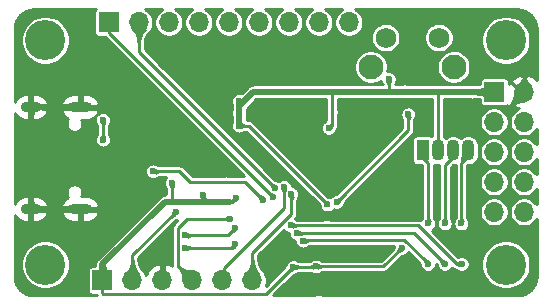
<source format=gbr>
G04 #@! TF.GenerationSoftware,KiCad,Pcbnew,5.1.5-52549c5~84~ubuntu18.04.1*
G04 #@! TF.CreationDate,2019-11-30T22:40:06+08:00*
G04 #@! TF.ProjectId,dap-stm32f103,6461702d-7374-46d3-9332-663130332e6b,rev?*
G04 #@! TF.SameCoordinates,Original*
G04 #@! TF.FileFunction,Copper,L2,Bot*
G04 #@! TF.FilePolarity,Positive*
%FSLAX46Y46*%
G04 Gerber Fmt 4.6, Leading zero omitted, Abs format (unit mm)*
G04 Created by KiCad (PCBNEW 5.1.5-52549c5~84~ubuntu18.04.1) date 2019-11-30 22:40:06*
%MOMM*%
%LPD*%
G04 APERTURE LIST*
%ADD10O,1.700000X0.900000*%
%ADD11O,2.000000X0.900000*%
%ADD12O,1.700000X1.700000*%
%ADD13R,1.700000X1.700000*%
%ADD14O,1.070000X1.800000*%
%ADD15R,1.070000X1.800000*%
%ADD16C,2.100000*%
%ADD17C,1.750000*%
%ADD18C,3.400000*%
%ADD19C,0.600000*%
%ADD20C,0.500000*%
%ADD21C,0.250000*%
%ADD22C,0.025400*%
G04 APERTURE END LIST*
D10*
X147744000Y-101178000D03*
X147744000Y-92538000D03*
D11*
X151914000Y-101178000D03*
X151914000Y-92538000D03*
D12*
X166504000Y-107208000D03*
X163964000Y-107208000D03*
X161424000Y-107208000D03*
X158884000Y-107208000D03*
X156344000Y-107208000D03*
D13*
X153804000Y-107208000D03*
D12*
X189504000Y-101398000D03*
X186964000Y-101398000D03*
X189504000Y-98858000D03*
X186964000Y-98858000D03*
X189504000Y-96318000D03*
X186964000Y-96318000D03*
X189504000Y-93778000D03*
X186964000Y-93778000D03*
X189504000Y-91238000D03*
D13*
X186964000Y-91238000D03*
D14*
X184764000Y-96198000D03*
X183494000Y-96198000D03*
X182224000Y-96198000D03*
D15*
X180954000Y-96198000D03*
D12*
X174664000Y-85368000D03*
X172124000Y-85368000D03*
X169584000Y-85368000D03*
X167044000Y-85368000D03*
X164504000Y-85368000D03*
X161964000Y-85368000D03*
X159424000Y-85368000D03*
X156884000Y-85368000D03*
D13*
X154344000Y-85368000D03*
D16*
X176524000Y-89148000D03*
D17*
X177774000Y-86658000D03*
X182274000Y-86658000D03*
D16*
X183534000Y-89148000D03*
D18*
X148964000Y-105868000D03*
X148964000Y-86868000D03*
X187964000Y-86868000D03*
X187964000Y-105868000D03*
D19*
X168758669Y-105763331D03*
X164084000Y-98268000D03*
X164994000Y-89168000D03*
X172814000Y-101933000D03*
X161924000Y-90748000D03*
X171714000Y-96868000D03*
X178064000Y-94403000D03*
X178034000Y-93008000D03*
X173889000Y-92563000D03*
X184904000Y-91988000D03*
X178964000Y-90488000D03*
X184294000Y-87688000D03*
X183314000Y-107408000D03*
X152864000Y-105098000D03*
X171854000Y-108288000D03*
X176514000Y-105188000D03*
X165374000Y-91998000D03*
X165374000Y-94118000D03*
X165374000Y-93048000D03*
X169964000Y-106058000D03*
X171856722Y-106030722D03*
X172954000Y-94308000D03*
X159694000Y-98958000D03*
X179139558Y-104457442D03*
X162354000Y-100008000D03*
X165109000Y-100213000D03*
X178024000Y-90168000D03*
X172855134Y-100780367D03*
X159994000Y-101438000D03*
X164634000Y-101968000D03*
X181374000Y-105808000D03*
X170770580Y-103847536D03*
X182774000Y-105818000D03*
X170233113Y-103183000D03*
X168374000Y-99348000D03*
X168280004Y-100175654D03*
X167394000Y-100378000D03*
X158094000Y-97978000D03*
X184204000Y-105818000D03*
X169736732Y-102555618D03*
X173628048Y-100573952D03*
X179694000Y-93153000D03*
X169797306Y-99904941D03*
X169172306Y-99295937D03*
X165031728Y-104148000D03*
X160804000Y-104448000D03*
X160804000Y-103398000D03*
X165044621Y-102768621D03*
X184194000Y-102388000D03*
X182784000Y-102388000D03*
X181384000Y-102388000D03*
X153854000Y-95288000D03*
X153854000Y-93608000D03*
D20*
X151914000Y-101178000D02*
X147744000Y-101178000D01*
D21*
X164084000Y-98268000D02*
X158354000Y-92538000D01*
D20*
X147744000Y-92538000D02*
X147744000Y-93488000D01*
X147744000Y-93488000D02*
X147744000Y-101178000D01*
D21*
X158354000Y-92538000D02*
X147744000Y-92538000D01*
D20*
X151914000Y-92538000D02*
X147744000Y-92538000D01*
D21*
X166234000Y-95358000D02*
X165434000Y-95358000D01*
X172509001Y-101633001D02*
X166234000Y-95358000D01*
X172814000Y-101933000D02*
X172514001Y-101633001D01*
X172514001Y-101633001D02*
X172509001Y-101633001D01*
X165434000Y-95358000D02*
X161924000Y-91848000D01*
X161924000Y-91848000D02*
X161924000Y-90748000D01*
X178064000Y-94403000D02*
X178064000Y-93038000D01*
X178064000Y-93038000D02*
X178034000Y-93008000D01*
X176214000Y-93008000D02*
X178034000Y-93008000D01*
X175769000Y-92563000D02*
X176214000Y-93008000D01*
X175769000Y-92563000D02*
X173889000Y-92563000D01*
X188194000Y-92548000D02*
X189504000Y-91238000D01*
X184904000Y-91988000D02*
X185464000Y-92548000D01*
X185464000Y-92548000D02*
X188194000Y-92548000D01*
X178964000Y-90488000D02*
X180158998Y-90488000D01*
X182958998Y-87688000D02*
X183869736Y-87688000D01*
X180158998Y-90488000D02*
X182958998Y-87688000D01*
X183869736Y-87688000D02*
X184294000Y-87688000D01*
X188669002Y-90658000D02*
X188669002Y-90663002D01*
X185699002Y-87688000D02*
X188669002Y-90658000D01*
X189244000Y-91238000D02*
X189504000Y-91238000D01*
X188669002Y-90663002D02*
X189244000Y-91238000D01*
X184294000Y-87688000D02*
X185699002Y-87688000D01*
X182434000Y-108288000D02*
X183314000Y-107408000D01*
X171854000Y-108288000D02*
X182434000Y-108288000D01*
X173889000Y-94693000D02*
X173889000Y-92563000D01*
X171714000Y-96868000D02*
X173889000Y-94693000D01*
X189504000Y-90035919D02*
X190264000Y-89275919D01*
X189504000Y-91238000D02*
X189504000Y-90035919D01*
X190264000Y-89275919D02*
X190264000Y-85878000D01*
X188604010Y-84218010D02*
X177623990Y-84218010D01*
X190264000Y-85878000D02*
X188604010Y-84218010D01*
X172674000Y-89168000D02*
X164994000Y-89168000D01*
X177623990Y-84218010D02*
X172674000Y-89168000D01*
X163504000Y-89168000D02*
X161924000Y-90748000D01*
X164994000Y-89168000D02*
X163504000Y-89168000D01*
X168758669Y-105763331D02*
X169334000Y-105188000D01*
X176509001Y-105192999D02*
X176514000Y-105188000D01*
X169334000Y-105188000D02*
X169338999Y-105192999D01*
X169338999Y-105192999D02*
X176509001Y-105192999D01*
X186654000Y-90928000D02*
X186964000Y-91238000D01*
D20*
X165374000Y-94118000D02*
X165374000Y-91998000D01*
X165374000Y-92448000D02*
X165374000Y-91998000D01*
X165374000Y-93048000D02*
X165374000Y-92448000D01*
X166584000Y-91238000D02*
X165374000Y-92448000D01*
D21*
X182224000Y-96198000D02*
X182224000Y-91108000D01*
X173253999Y-91257999D02*
X173234000Y-91238000D01*
X173253999Y-94008001D02*
X173253999Y-91257999D01*
X172954000Y-94308000D02*
X173253999Y-94008001D01*
D20*
X173234000Y-91238000D02*
X166584000Y-91238000D01*
D21*
X165954000Y-94118000D02*
X165374000Y-94118000D01*
X169991278Y-106030722D02*
X169964000Y-106058000D01*
X171829444Y-106058000D02*
X171856722Y-106030722D01*
X169964000Y-106058000D02*
X171829444Y-106058000D01*
X177566278Y-106030722D02*
X179139558Y-104457442D01*
X171856722Y-106030722D02*
X177566278Y-106030722D01*
X159694000Y-99382264D02*
X159694000Y-100558000D01*
X159694000Y-98958000D02*
X159694000Y-99382264D01*
D20*
X159424000Y-100558000D02*
X159694000Y-100558000D01*
X159694000Y-100558000D02*
X162324000Y-100568000D01*
X162324000Y-100568000D02*
X164614000Y-100558000D01*
D21*
X164764000Y-100558000D02*
X164614000Y-100558000D01*
X165109000Y-100213000D02*
X164764000Y-100558000D01*
D20*
X186964000Y-91238000D02*
X178024000Y-91238000D01*
D21*
X178024000Y-90592264D02*
X178024000Y-91238000D01*
X178024000Y-90168000D02*
X178024000Y-90592264D01*
D20*
X178024000Y-91238000D02*
X173234000Y-91238000D01*
D21*
X172555135Y-100480368D02*
X172555135Y-100479135D01*
X172855134Y-100780367D02*
X172555135Y-100480368D01*
X166194000Y-94118000D02*
X165374000Y-94118000D01*
X172555135Y-100479135D02*
X166194000Y-94118000D01*
D20*
X159104000Y-100558000D02*
X159424000Y-100558000D01*
X153804000Y-105858000D02*
X159104000Y-100558000D01*
X153804000Y-107208000D02*
X153804000Y-105858000D01*
D21*
X153804000Y-108308000D02*
X153804000Y-107208000D01*
X153879001Y-108383001D02*
X153804000Y-108308000D01*
X167638999Y-108383001D02*
X153879001Y-108383001D01*
X169964000Y-106058000D02*
X167638999Y-108383001D01*
X162354000Y-100538000D02*
X162324000Y-100568000D01*
X162354000Y-100008000D02*
X162354000Y-100538000D01*
X156344000Y-105088000D02*
X156344000Y-107208000D01*
X159994000Y-101438000D02*
X156344000Y-105088000D01*
X160178999Y-102773001D02*
X160984000Y-101968000D01*
X160984000Y-101968000D02*
X164634000Y-101968000D01*
X161424000Y-107208000D02*
X160178999Y-105962999D01*
X160178999Y-105962999D02*
X160178999Y-102773001D01*
X181374000Y-105808000D02*
X181074001Y-105508001D01*
X181074001Y-105508001D02*
X179364000Y-103798000D01*
X179364000Y-103798000D02*
X170820116Y-103798000D01*
X170820116Y-103798000D02*
X170770580Y-103847536D01*
X182774000Y-105818000D02*
X180178535Y-103222535D01*
X180178535Y-103222535D02*
X171070581Y-103222535D01*
X171070581Y-103222535D02*
X170844000Y-103222535D01*
X170844000Y-103222535D02*
X170272648Y-103222535D01*
X170272648Y-103222535D02*
X170233113Y-103183000D01*
X156884000Y-87858000D02*
X156884000Y-85368000D01*
X168374000Y-99348000D02*
X156884000Y-87858000D01*
X154344000Y-86239650D02*
X154344000Y-85368000D01*
X168280004Y-100175654D02*
X154344000Y-86239650D01*
X165909001Y-98893001D02*
X161219001Y-98893001D01*
X167394000Y-100378000D02*
X165909001Y-98893001D01*
X161219001Y-98893001D02*
X160304000Y-97978000D01*
X160304000Y-97978000D02*
X158094000Y-97978000D01*
X183779736Y-105818000D02*
X180519736Y-102558000D01*
X184204000Y-105818000D02*
X183779736Y-105818000D01*
X180519736Y-102558000D02*
X169739114Y-102558000D01*
X169739114Y-102558000D02*
X169736732Y-102555618D01*
X179694000Y-93188000D02*
X179694000Y-93153000D01*
X179694000Y-94508000D02*
X173628048Y-100573952D01*
X179694000Y-93153000D02*
X179694000Y-94508000D01*
X166504000Y-104863348D02*
X166504000Y-107208000D01*
X169797306Y-99904941D02*
X169797306Y-101570042D01*
X169797306Y-101570042D02*
X166504000Y-104863348D01*
X164124000Y-107048000D02*
X163964000Y-107208000D01*
X164124000Y-106165919D02*
X164124000Y-107048000D01*
X169172306Y-99295937D02*
X169172306Y-101117613D01*
X169172306Y-101117613D02*
X164124000Y-106165919D01*
X164731729Y-104447999D02*
X165031728Y-104148000D01*
X160804000Y-104448000D02*
X164731729Y-104447999D01*
X165044621Y-102937379D02*
X165044621Y-102768621D01*
X164415242Y-103398000D02*
X165044621Y-102768621D01*
X160804000Y-103398000D02*
X164415242Y-103398000D01*
X184764000Y-96668000D02*
X184764000Y-96198000D01*
X184194000Y-102388000D02*
X184194000Y-97238000D01*
X184194000Y-97238000D02*
X184764000Y-96668000D01*
X183494000Y-96758000D02*
X183494000Y-96198000D01*
X182784000Y-102388000D02*
X182784000Y-97468000D01*
X182784000Y-97468000D02*
X183494000Y-96758000D01*
X180954000Y-96848000D02*
X180954000Y-96198000D01*
X181384000Y-102388000D02*
X181384000Y-97278000D01*
X181384000Y-97278000D02*
X180954000Y-96848000D01*
X153854000Y-95288000D02*
X153854000Y-93608000D01*
D22*
G36*
X148071102Y-100884905D02*
G01*
X148072497Y-100885966D01*
X148089326Y-100897016D01*
X148090630Y-100897765D01*
X148110183Y-100907515D01*
X148111346Y-100908025D01*
X148133624Y-100916475D01*
X148134636Y-100916810D01*
X148159637Y-100923960D01*
X148160507Y-100924176D01*
X148188233Y-100930026D01*
X148188978Y-100930161D01*
X148219428Y-100934711D01*
X148220067Y-100934789D01*
X148253241Y-100938039D01*
X148253790Y-100938081D01*
X148289688Y-100940031D01*
X148290163Y-100940048D01*
X148316300Y-100940488D01*
X148316300Y-101415512D01*
X148290163Y-101415952D01*
X148289688Y-101415969D01*
X148253790Y-101417919D01*
X148253241Y-101417961D01*
X148220067Y-101421211D01*
X148219428Y-101421289D01*
X148188978Y-101425839D01*
X148188233Y-101425974D01*
X148160507Y-101431824D01*
X148159637Y-101432040D01*
X148134636Y-101439190D01*
X148133624Y-101439525D01*
X148111346Y-101447975D01*
X148110183Y-101448485D01*
X148090630Y-101458235D01*
X148089326Y-101458984D01*
X148072497Y-101470034D01*
X148071102Y-101471095D01*
X148063834Y-101477459D01*
X147544426Y-101178000D01*
X148063834Y-100878541D01*
X148071102Y-100884905D01*
G37*
X148071102Y-100884905D02*
X148072497Y-100885966D01*
X148089326Y-100897016D01*
X148090630Y-100897765D01*
X148110183Y-100907515D01*
X148111346Y-100908025D01*
X148133624Y-100916475D01*
X148134636Y-100916810D01*
X148159637Y-100923960D01*
X148160507Y-100924176D01*
X148188233Y-100930026D01*
X148188978Y-100930161D01*
X148219428Y-100934711D01*
X148220067Y-100934789D01*
X148253241Y-100938039D01*
X148253790Y-100938081D01*
X148289688Y-100940031D01*
X148290163Y-100940048D01*
X148316300Y-100940488D01*
X148316300Y-101415512D01*
X148290163Y-101415952D01*
X148289688Y-101415969D01*
X148253790Y-101417919D01*
X148253241Y-101417961D01*
X148220067Y-101421211D01*
X148219428Y-101421289D01*
X148188978Y-101425839D01*
X148188233Y-101425974D01*
X148160507Y-101431824D01*
X148159637Y-101432040D01*
X148134636Y-101439190D01*
X148133624Y-101439525D01*
X148111346Y-101447975D01*
X148110183Y-101448485D01*
X148090630Y-101458235D01*
X148089326Y-101458984D01*
X148072497Y-101470034D01*
X148071102Y-101471095D01*
X148063834Y-101477459D01*
X147544426Y-101178000D01*
X148063834Y-100878541D01*
X148071102Y-100884905D01*
G36*
X152113574Y-101178000D02*
G01*
X151594166Y-101477459D01*
X151586897Y-101471095D01*
X151585502Y-101470034D01*
X151568673Y-101458984D01*
X151567369Y-101458235D01*
X151547816Y-101448485D01*
X151546653Y-101447976D01*
X151524376Y-101439526D01*
X151523364Y-101439189D01*
X151498362Y-101432039D01*
X151497492Y-101431824D01*
X151469766Y-101425974D01*
X151469021Y-101425839D01*
X151438571Y-101421289D01*
X151437932Y-101421211D01*
X151404758Y-101417961D01*
X151404209Y-101417919D01*
X151368311Y-101415969D01*
X151367836Y-101415952D01*
X151341700Y-101415512D01*
X151341700Y-100940488D01*
X151367836Y-100940048D01*
X151368311Y-100940031D01*
X151404209Y-100938081D01*
X151404758Y-100938039D01*
X151437932Y-100934789D01*
X151438571Y-100934711D01*
X151469021Y-100930161D01*
X151469766Y-100930026D01*
X151497492Y-100924176D01*
X151498362Y-100923961D01*
X151523364Y-100916811D01*
X151524376Y-100916474D01*
X151546653Y-100908024D01*
X151547816Y-100907515D01*
X151567369Y-100897765D01*
X151568673Y-100897016D01*
X151585502Y-100885966D01*
X151586897Y-100884905D01*
X151594166Y-100878541D01*
X152113574Y-101178000D01*
G37*
X152113574Y-101178000D02*
X151594166Y-101477459D01*
X151586897Y-101471095D01*
X151585502Y-101470034D01*
X151568673Y-101458984D01*
X151567369Y-101458235D01*
X151547816Y-101448485D01*
X151546653Y-101447976D01*
X151524376Y-101439526D01*
X151523364Y-101439189D01*
X151498362Y-101432039D01*
X151497492Y-101431824D01*
X151469766Y-101425974D01*
X151469021Y-101425839D01*
X151438571Y-101421289D01*
X151437932Y-101421211D01*
X151404758Y-101417961D01*
X151404209Y-101417919D01*
X151368311Y-101415969D01*
X151367836Y-101415952D01*
X151341700Y-101415512D01*
X151341700Y-100940488D01*
X151367836Y-100940048D01*
X151368311Y-100940031D01*
X151404209Y-100938081D01*
X151404758Y-100938039D01*
X151437932Y-100934789D01*
X151438571Y-100934711D01*
X151469021Y-100930161D01*
X151469766Y-100930026D01*
X151497492Y-100924176D01*
X151498362Y-100923961D01*
X151523364Y-100916811D01*
X151524376Y-100916474D01*
X151546653Y-100908024D01*
X151547816Y-100907515D01*
X151567369Y-100897765D01*
X151568673Y-100897016D01*
X151585502Y-100885966D01*
X151586897Y-100884905D01*
X151594166Y-100878541D01*
X152113574Y-101178000D01*
G36*
X163882956Y-97906926D02*
G01*
X163883650Y-97907529D01*
X163902238Y-97922511D01*
X163903017Y-97923091D01*
X163922218Y-97936282D01*
X163923076Y-97936822D01*
X163942891Y-97948222D01*
X163943818Y-97948706D01*
X163964246Y-97958316D01*
X163965228Y-97958729D01*
X163986270Y-97966548D01*
X163987288Y-97966878D01*
X164008944Y-97972907D01*
X164009976Y-97973148D01*
X164032246Y-97977386D01*
X164033269Y-97977538D01*
X164056152Y-97979986D01*
X164057147Y-97980053D01*
X164071189Y-97980446D01*
X164172087Y-98356087D01*
X163796446Y-98255189D01*
X163796053Y-98241147D01*
X163795986Y-98240152D01*
X163793538Y-98217269D01*
X163793386Y-98216246D01*
X163789148Y-98193976D01*
X163788907Y-98192944D01*
X163782878Y-98171288D01*
X163782548Y-98170270D01*
X163774729Y-98149228D01*
X163774316Y-98148246D01*
X163764706Y-98127818D01*
X163764222Y-98126891D01*
X163752822Y-98107076D01*
X163752282Y-98106218D01*
X163739091Y-98087017D01*
X163738511Y-98086238D01*
X163723529Y-98067650D01*
X163722926Y-98066956D01*
X163714525Y-98057952D01*
X163873952Y-97898525D01*
X163882956Y-97906926D01*
G37*
X163882956Y-97906926D02*
X163883650Y-97907529D01*
X163902238Y-97922511D01*
X163903017Y-97923091D01*
X163922218Y-97936282D01*
X163923076Y-97936822D01*
X163942891Y-97948222D01*
X163943818Y-97948706D01*
X163964246Y-97958316D01*
X163965228Y-97958729D01*
X163986270Y-97966548D01*
X163987288Y-97966878D01*
X164008944Y-97972907D01*
X164009976Y-97973148D01*
X164032246Y-97977386D01*
X164033269Y-97977538D01*
X164056152Y-97979986D01*
X164057147Y-97980053D01*
X164071189Y-97980446D01*
X164172087Y-98356087D01*
X163796446Y-98255189D01*
X163796053Y-98241147D01*
X163795986Y-98240152D01*
X163793538Y-98217269D01*
X163793386Y-98216246D01*
X163789148Y-98193976D01*
X163788907Y-98192944D01*
X163782878Y-98171288D01*
X163782548Y-98170270D01*
X163774729Y-98149228D01*
X163774316Y-98148246D01*
X163764706Y-98127818D01*
X163764222Y-98126891D01*
X163752822Y-98107076D01*
X163752282Y-98106218D01*
X163739091Y-98087017D01*
X163738511Y-98086238D01*
X163723529Y-98067650D01*
X163722926Y-98066956D01*
X163714525Y-98057952D01*
X163873952Y-97898525D01*
X163882956Y-97906926D01*
G36*
X148043459Y-92857834D02*
G01*
X148037095Y-92865102D01*
X148036034Y-92866497D01*
X148024984Y-92883326D01*
X148024235Y-92884630D01*
X148014485Y-92904183D01*
X148013975Y-92905346D01*
X148005525Y-92927624D01*
X148005190Y-92928636D01*
X147998040Y-92953637D01*
X147997824Y-92954507D01*
X147991974Y-92982233D01*
X147991839Y-92982978D01*
X147987289Y-93013428D01*
X147987211Y-93014067D01*
X147983961Y-93047241D01*
X147983919Y-93047790D01*
X147981969Y-93083688D01*
X147981952Y-93084163D01*
X147981512Y-93110300D01*
X147506488Y-93110300D01*
X147506048Y-93084163D01*
X147506031Y-93083688D01*
X147504081Y-93047790D01*
X147504039Y-93047241D01*
X147500789Y-93014067D01*
X147500711Y-93013428D01*
X147496161Y-92982978D01*
X147496026Y-92982233D01*
X147490176Y-92954507D01*
X147489960Y-92953637D01*
X147482810Y-92928636D01*
X147482475Y-92927624D01*
X147474025Y-92905346D01*
X147473515Y-92904183D01*
X147463765Y-92884630D01*
X147463016Y-92883326D01*
X147451966Y-92866497D01*
X147450905Y-92865102D01*
X147444541Y-92857834D01*
X147744000Y-92338426D01*
X148043459Y-92857834D01*
G37*
X148043459Y-92857834D02*
X148037095Y-92865102D01*
X148036034Y-92866497D01*
X148024984Y-92883326D01*
X148024235Y-92884630D01*
X148014485Y-92904183D01*
X148013975Y-92905346D01*
X148005525Y-92927624D01*
X148005190Y-92928636D01*
X147998040Y-92953637D01*
X147997824Y-92954507D01*
X147991974Y-92982233D01*
X147991839Y-92982978D01*
X147987289Y-93013428D01*
X147987211Y-93014067D01*
X147983961Y-93047241D01*
X147983919Y-93047790D01*
X147981969Y-93083688D01*
X147981952Y-93084163D01*
X147981512Y-93110300D01*
X147506488Y-93110300D01*
X147506048Y-93084163D01*
X147506031Y-93083688D01*
X147504081Y-93047790D01*
X147504039Y-93047241D01*
X147500789Y-93014067D01*
X147500711Y-93013428D01*
X147496161Y-92982978D01*
X147496026Y-92982233D01*
X147490176Y-92954507D01*
X147489960Y-92953637D01*
X147482810Y-92928636D01*
X147482475Y-92927624D01*
X147474025Y-92905346D01*
X147473515Y-92904183D01*
X147463765Y-92884630D01*
X147463016Y-92883326D01*
X147451966Y-92866497D01*
X147450905Y-92865102D01*
X147444541Y-92857834D01*
X147744000Y-92338426D01*
X148043459Y-92857834D01*
G36*
X147981952Y-100631836D02*
G01*
X147981969Y-100632311D01*
X147983919Y-100668209D01*
X147983961Y-100668758D01*
X147987211Y-100701932D01*
X147987289Y-100702571D01*
X147991839Y-100733021D01*
X147991974Y-100733766D01*
X147997824Y-100761492D01*
X147998039Y-100762362D01*
X148005189Y-100787364D01*
X148005526Y-100788376D01*
X148013976Y-100810653D01*
X148014485Y-100811816D01*
X148024235Y-100831369D01*
X148024984Y-100832673D01*
X148036034Y-100849502D01*
X148037095Y-100850897D01*
X148043459Y-100858166D01*
X147744000Y-101377574D01*
X147444541Y-100858166D01*
X147450905Y-100850897D01*
X147451966Y-100849502D01*
X147463016Y-100832673D01*
X147463765Y-100831369D01*
X147473515Y-100811816D01*
X147474024Y-100810653D01*
X147482474Y-100788376D01*
X147482811Y-100787364D01*
X147489961Y-100762362D01*
X147490176Y-100761492D01*
X147496026Y-100733766D01*
X147496161Y-100733021D01*
X147500711Y-100702571D01*
X147500789Y-100701932D01*
X147504039Y-100668758D01*
X147504081Y-100668209D01*
X147506031Y-100632311D01*
X147506048Y-100631836D01*
X147506488Y-100605700D01*
X147981512Y-100605700D01*
X147981952Y-100631836D01*
G37*
X147981952Y-100631836D02*
X147981969Y-100632311D01*
X147983919Y-100668209D01*
X147983961Y-100668758D01*
X147987211Y-100701932D01*
X147987289Y-100702571D01*
X147991839Y-100733021D01*
X147991974Y-100733766D01*
X147997824Y-100761492D01*
X147998039Y-100762362D01*
X148005189Y-100787364D01*
X148005526Y-100788376D01*
X148013976Y-100810653D01*
X148014485Y-100811816D01*
X148024235Y-100831369D01*
X148024984Y-100832673D01*
X148036034Y-100849502D01*
X148037095Y-100850897D01*
X148043459Y-100858166D01*
X147744000Y-101377574D01*
X147444541Y-100858166D01*
X147450905Y-100850897D01*
X147451966Y-100849502D01*
X147463016Y-100832673D01*
X147463765Y-100831369D01*
X147473515Y-100811816D01*
X147474024Y-100810653D01*
X147482474Y-100788376D01*
X147482811Y-100787364D01*
X147489961Y-100762362D01*
X147490176Y-100761492D01*
X147496026Y-100733766D01*
X147496161Y-100733021D01*
X147500711Y-100702571D01*
X147500789Y-100701932D01*
X147504039Y-100668758D01*
X147504081Y-100668209D01*
X147506031Y-100632311D01*
X147506048Y-100631836D01*
X147506488Y-100605700D01*
X147981512Y-100605700D01*
X147981952Y-100631836D01*
G36*
X148094791Y-92268325D02*
G01*
X148095537Y-92268978D01*
X148135507Y-92301278D01*
X148136333Y-92301892D01*
X148178120Y-92330392D01*
X148179016Y-92330950D01*
X148222617Y-92355650D01*
X148223568Y-92356137D01*
X148268986Y-92377037D01*
X148269972Y-92377442D01*
X148317205Y-92394542D01*
X148318204Y-92394857D01*
X148367252Y-92408157D01*
X148368244Y-92408384D01*
X148419108Y-92417884D01*
X148420074Y-92418026D01*
X148472753Y-92423726D01*
X148473676Y-92423792D01*
X148515915Y-92425265D01*
X148515915Y-92650735D01*
X148473676Y-92652208D01*
X148472753Y-92652274D01*
X148420074Y-92657974D01*
X148419108Y-92658116D01*
X148368244Y-92667616D01*
X148367252Y-92667843D01*
X148318204Y-92681143D01*
X148317205Y-92681458D01*
X148269972Y-92698558D01*
X148268986Y-92698963D01*
X148223568Y-92719863D01*
X148222617Y-92720350D01*
X148179016Y-92745050D01*
X148178120Y-92745608D01*
X148136333Y-92774108D01*
X148135507Y-92774722D01*
X148095537Y-92807022D01*
X148094791Y-92807675D01*
X148063509Y-92837272D01*
X147544426Y-92538000D01*
X148063509Y-92238728D01*
X148094791Y-92268325D01*
G37*
X148094791Y-92268325D02*
X148095537Y-92268978D01*
X148135507Y-92301278D01*
X148136333Y-92301892D01*
X148178120Y-92330392D01*
X148179016Y-92330950D01*
X148222617Y-92355650D01*
X148223568Y-92356137D01*
X148268986Y-92377037D01*
X148269972Y-92377442D01*
X148317205Y-92394542D01*
X148318204Y-92394857D01*
X148367252Y-92408157D01*
X148368244Y-92408384D01*
X148419108Y-92417884D01*
X148420074Y-92418026D01*
X148472753Y-92423726D01*
X148473676Y-92423792D01*
X148515915Y-92425265D01*
X148515915Y-92650735D01*
X148473676Y-92652208D01*
X148472753Y-92652274D01*
X148420074Y-92657974D01*
X148419108Y-92658116D01*
X148368244Y-92667616D01*
X148367252Y-92667843D01*
X148318204Y-92681143D01*
X148317205Y-92681458D01*
X148269972Y-92698558D01*
X148268986Y-92698963D01*
X148223568Y-92719863D01*
X148222617Y-92720350D01*
X148179016Y-92745050D01*
X148178120Y-92745608D01*
X148136333Y-92774108D01*
X148135507Y-92774722D01*
X148095537Y-92807022D01*
X148094791Y-92807675D01*
X148063509Y-92837272D01*
X147544426Y-92538000D01*
X148063509Y-92238728D01*
X148094791Y-92268325D01*
G36*
X148071102Y-92244905D02*
G01*
X148072497Y-92245966D01*
X148089326Y-92257016D01*
X148090630Y-92257765D01*
X148110183Y-92267515D01*
X148111346Y-92268025D01*
X148133624Y-92276475D01*
X148134636Y-92276810D01*
X148159637Y-92283960D01*
X148160507Y-92284176D01*
X148188233Y-92290026D01*
X148188978Y-92290161D01*
X148219428Y-92294711D01*
X148220067Y-92294789D01*
X148253241Y-92298039D01*
X148253790Y-92298081D01*
X148289688Y-92300031D01*
X148290163Y-92300048D01*
X148316300Y-92300488D01*
X148316300Y-92775512D01*
X148290163Y-92775952D01*
X148289688Y-92775969D01*
X148253790Y-92777919D01*
X148253241Y-92777961D01*
X148220067Y-92781211D01*
X148219428Y-92781289D01*
X148188978Y-92785839D01*
X148188233Y-92785974D01*
X148160507Y-92791824D01*
X148159637Y-92792040D01*
X148134636Y-92799190D01*
X148133624Y-92799525D01*
X148111346Y-92807975D01*
X148110183Y-92808485D01*
X148090630Y-92818235D01*
X148089326Y-92818984D01*
X148072497Y-92830034D01*
X148071102Y-92831095D01*
X148063834Y-92837459D01*
X147544426Y-92538000D01*
X148063834Y-92238541D01*
X148071102Y-92244905D01*
G37*
X148071102Y-92244905D02*
X148072497Y-92245966D01*
X148089326Y-92257016D01*
X148090630Y-92257765D01*
X148110183Y-92267515D01*
X148111346Y-92268025D01*
X148133624Y-92276475D01*
X148134636Y-92276810D01*
X148159637Y-92283960D01*
X148160507Y-92284176D01*
X148188233Y-92290026D01*
X148188978Y-92290161D01*
X148219428Y-92294711D01*
X148220067Y-92294789D01*
X148253241Y-92298039D01*
X148253790Y-92298081D01*
X148289688Y-92300031D01*
X148290163Y-92300048D01*
X148316300Y-92300488D01*
X148316300Y-92775512D01*
X148290163Y-92775952D01*
X148289688Y-92775969D01*
X148253790Y-92777919D01*
X148253241Y-92777961D01*
X148220067Y-92781211D01*
X148219428Y-92781289D01*
X148188978Y-92785839D01*
X148188233Y-92785974D01*
X148160507Y-92791824D01*
X148159637Y-92792040D01*
X148134636Y-92799190D01*
X148133624Y-92799525D01*
X148111346Y-92807975D01*
X148110183Y-92808485D01*
X148090630Y-92818235D01*
X148089326Y-92818984D01*
X148072497Y-92830034D01*
X148071102Y-92831095D01*
X148063834Y-92837459D01*
X147544426Y-92538000D01*
X148063834Y-92238541D01*
X148071102Y-92244905D01*
G36*
X152113574Y-92538000D02*
G01*
X151594166Y-92837459D01*
X151586897Y-92831095D01*
X151585502Y-92830034D01*
X151568673Y-92818984D01*
X151567369Y-92818235D01*
X151547816Y-92808485D01*
X151546653Y-92807976D01*
X151524376Y-92799526D01*
X151523364Y-92799189D01*
X151498362Y-92792039D01*
X151497492Y-92791824D01*
X151469766Y-92785974D01*
X151469021Y-92785839D01*
X151438571Y-92781289D01*
X151437932Y-92781211D01*
X151404758Y-92777961D01*
X151404209Y-92777919D01*
X151368311Y-92775969D01*
X151367836Y-92775952D01*
X151341700Y-92775512D01*
X151341700Y-92300488D01*
X151367836Y-92300048D01*
X151368311Y-92300031D01*
X151404209Y-92298081D01*
X151404758Y-92298039D01*
X151437932Y-92294789D01*
X151438571Y-92294711D01*
X151469021Y-92290161D01*
X151469766Y-92290026D01*
X151497492Y-92284176D01*
X151498362Y-92283961D01*
X151523364Y-92276811D01*
X151524376Y-92276474D01*
X151546653Y-92268024D01*
X151547816Y-92267515D01*
X151567369Y-92257765D01*
X151568673Y-92257016D01*
X151585502Y-92245966D01*
X151586897Y-92244905D01*
X151594166Y-92238541D01*
X152113574Y-92538000D01*
G37*
X152113574Y-92538000D02*
X151594166Y-92837459D01*
X151586897Y-92831095D01*
X151585502Y-92830034D01*
X151568673Y-92818984D01*
X151567369Y-92818235D01*
X151547816Y-92808485D01*
X151546653Y-92807976D01*
X151524376Y-92799526D01*
X151523364Y-92799189D01*
X151498362Y-92792039D01*
X151497492Y-92791824D01*
X151469766Y-92785974D01*
X151469021Y-92785839D01*
X151438571Y-92781289D01*
X151437932Y-92781211D01*
X151404758Y-92777961D01*
X151404209Y-92777919D01*
X151368311Y-92775969D01*
X151367836Y-92775952D01*
X151341700Y-92775512D01*
X151341700Y-92300488D01*
X151367836Y-92300048D01*
X151368311Y-92300031D01*
X151404209Y-92298081D01*
X151404758Y-92298039D01*
X151437932Y-92294789D01*
X151438571Y-92294711D01*
X151469021Y-92290161D01*
X151469766Y-92290026D01*
X151497492Y-92284176D01*
X151498362Y-92283961D01*
X151523364Y-92276811D01*
X151524376Y-92276474D01*
X151546653Y-92268024D01*
X151547816Y-92267515D01*
X151567369Y-92257765D01*
X151568673Y-92257016D01*
X151585502Y-92245966D01*
X151586897Y-92244905D01*
X151594166Y-92238541D01*
X152113574Y-92538000D01*
G36*
X172612956Y-101571926D02*
G01*
X172613650Y-101572529D01*
X172632238Y-101587511D01*
X172633017Y-101588091D01*
X172652218Y-101601282D01*
X172653076Y-101601822D01*
X172672891Y-101613222D01*
X172673818Y-101613706D01*
X172694246Y-101623316D01*
X172695228Y-101623729D01*
X172716270Y-101631548D01*
X172717288Y-101631878D01*
X172738944Y-101637907D01*
X172739976Y-101638148D01*
X172762246Y-101642386D01*
X172763269Y-101642538D01*
X172786152Y-101644986D01*
X172787147Y-101645053D01*
X172801189Y-101645446D01*
X172902087Y-102021087D01*
X172526446Y-101920189D01*
X172526053Y-101906147D01*
X172525986Y-101905152D01*
X172523538Y-101882269D01*
X172523386Y-101881246D01*
X172519148Y-101858976D01*
X172518907Y-101857944D01*
X172512878Y-101836288D01*
X172512548Y-101835270D01*
X172504729Y-101814228D01*
X172504316Y-101813246D01*
X172494706Y-101792818D01*
X172494222Y-101791891D01*
X172482822Y-101772076D01*
X172482282Y-101771218D01*
X172469091Y-101752017D01*
X172468511Y-101751238D01*
X172453529Y-101732650D01*
X172452926Y-101731956D01*
X172444525Y-101722952D01*
X172603952Y-101563525D01*
X172612956Y-101571926D01*
G37*
X172612956Y-101571926D02*
X172613650Y-101572529D01*
X172632238Y-101587511D01*
X172633017Y-101588091D01*
X172652218Y-101601282D01*
X172653076Y-101601822D01*
X172672891Y-101613222D01*
X172673818Y-101613706D01*
X172694246Y-101623316D01*
X172695228Y-101623729D01*
X172716270Y-101631548D01*
X172717288Y-101631878D01*
X172738944Y-101637907D01*
X172739976Y-101638148D01*
X172762246Y-101642386D01*
X172763269Y-101642538D01*
X172786152Y-101644986D01*
X172787147Y-101645053D01*
X172801189Y-101645446D01*
X172902087Y-102021087D01*
X172526446Y-101920189D01*
X172526053Y-101906147D01*
X172525986Y-101905152D01*
X172523538Y-101882269D01*
X172523386Y-101881246D01*
X172519148Y-101858976D01*
X172518907Y-101857944D01*
X172512878Y-101836288D01*
X172512548Y-101835270D01*
X172504729Y-101814228D01*
X172504316Y-101813246D01*
X172494706Y-101792818D01*
X172494222Y-101791891D01*
X172482822Y-101772076D01*
X172482282Y-101771218D01*
X172469091Y-101752017D01*
X172468511Y-101751238D01*
X172453529Y-101732650D01*
X172452926Y-101731956D01*
X172444525Y-101722952D01*
X172603952Y-101563525D01*
X172612956Y-101571926D01*
G36*
X162118273Y-90960389D02*
G01*
X162108622Y-90970595D01*
X162107965Y-90971347D01*
X162093515Y-90989259D01*
X162092899Y-90990090D01*
X162080149Y-91008834D01*
X162079590Y-91009734D01*
X162068540Y-91029310D01*
X162068054Y-91030263D01*
X162058704Y-91050671D01*
X162058301Y-91051657D01*
X162050651Y-91072897D01*
X162050338Y-91073896D01*
X162044388Y-91095969D01*
X162044163Y-91096957D01*
X162039913Y-91119861D01*
X162039773Y-91120821D01*
X162037223Y-91144558D01*
X162037158Y-91145476D01*
X162036732Y-91157785D01*
X161811268Y-91157785D01*
X161810842Y-91145476D01*
X161810777Y-91144558D01*
X161808227Y-91120821D01*
X161808087Y-91119861D01*
X161803837Y-91096957D01*
X161803612Y-91095969D01*
X161797662Y-91073896D01*
X161797349Y-91072897D01*
X161789699Y-91051657D01*
X161789296Y-91050671D01*
X161779946Y-91030263D01*
X161779460Y-91029310D01*
X161768410Y-91009734D01*
X161767851Y-91008834D01*
X161755101Y-90990090D01*
X161754485Y-90989259D01*
X161740035Y-90971347D01*
X161739378Y-90970595D01*
X161729727Y-90960389D01*
X161924000Y-90623426D01*
X162118273Y-90960389D01*
G37*
X162118273Y-90960389D02*
X162108622Y-90970595D01*
X162107965Y-90971347D01*
X162093515Y-90989259D01*
X162092899Y-90990090D01*
X162080149Y-91008834D01*
X162079590Y-91009734D01*
X162068540Y-91029310D01*
X162068054Y-91030263D01*
X162058704Y-91050671D01*
X162058301Y-91051657D01*
X162050651Y-91072897D01*
X162050338Y-91073896D01*
X162044388Y-91095969D01*
X162044163Y-91096957D01*
X162039913Y-91119861D01*
X162039773Y-91120821D01*
X162037223Y-91144558D01*
X162037158Y-91145476D01*
X162036732Y-91157785D01*
X161811268Y-91157785D01*
X161810842Y-91145476D01*
X161810777Y-91144558D01*
X161808227Y-91120821D01*
X161808087Y-91119861D01*
X161803837Y-91096957D01*
X161803612Y-91095969D01*
X161797662Y-91073896D01*
X161797349Y-91072897D01*
X161789699Y-91051657D01*
X161789296Y-91050671D01*
X161779946Y-91030263D01*
X161779460Y-91029310D01*
X161768410Y-91009734D01*
X161767851Y-91008834D01*
X161755101Y-90990090D01*
X161754485Y-90989259D01*
X161740035Y-90971347D01*
X161739378Y-90970595D01*
X161729727Y-90960389D01*
X161924000Y-90623426D01*
X162118273Y-90960389D01*
G36*
X178177158Y-94005523D02*
G01*
X178177223Y-94006441D01*
X178179773Y-94030178D01*
X178179913Y-94031138D01*
X178184163Y-94054042D01*
X178184388Y-94055030D01*
X178190338Y-94077103D01*
X178190651Y-94078102D01*
X178198301Y-94099342D01*
X178198704Y-94100328D01*
X178208054Y-94120736D01*
X178208540Y-94121689D01*
X178219590Y-94141265D01*
X178220149Y-94142165D01*
X178232899Y-94160909D01*
X178233515Y-94161740D01*
X178247965Y-94179652D01*
X178248622Y-94180404D01*
X178258273Y-94190611D01*
X178064000Y-94527574D01*
X177869727Y-94190611D01*
X177879378Y-94180404D01*
X177880035Y-94179652D01*
X177894485Y-94161740D01*
X177895101Y-94160909D01*
X177907851Y-94142165D01*
X177908410Y-94141265D01*
X177919460Y-94121689D01*
X177919946Y-94120736D01*
X177929296Y-94100328D01*
X177929699Y-94099342D01*
X177937349Y-94078102D01*
X177937662Y-94077103D01*
X177943612Y-94055030D01*
X177943837Y-94054042D01*
X177948087Y-94031138D01*
X177948227Y-94030178D01*
X177950777Y-94006441D01*
X177950842Y-94005523D01*
X177951268Y-93993215D01*
X178176732Y-93993215D01*
X178177158Y-94005523D01*
G37*
X178177158Y-94005523D02*
X178177223Y-94006441D01*
X178179773Y-94030178D01*
X178179913Y-94031138D01*
X178184163Y-94054042D01*
X178184388Y-94055030D01*
X178190338Y-94077103D01*
X178190651Y-94078102D01*
X178198301Y-94099342D01*
X178198704Y-94100328D01*
X178208054Y-94120736D01*
X178208540Y-94121689D01*
X178219590Y-94141265D01*
X178220149Y-94142165D01*
X178232899Y-94160909D01*
X178233515Y-94161740D01*
X178247965Y-94179652D01*
X178248622Y-94180404D01*
X178258273Y-94190611D01*
X178064000Y-94527574D01*
X177869727Y-94190611D01*
X177879378Y-94180404D01*
X177880035Y-94179652D01*
X177894485Y-94161740D01*
X177895101Y-94160909D01*
X177907851Y-94142165D01*
X177908410Y-94141265D01*
X177919460Y-94121689D01*
X177919946Y-94120736D01*
X177929296Y-94100328D01*
X177929699Y-94099342D01*
X177937349Y-94078102D01*
X177937662Y-94077103D01*
X177943612Y-94055030D01*
X177943837Y-94054042D01*
X177948087Y-94031138D01*
X177948227Y-94030178D01*
X177950777Y-94006441D01*
X177950842Y-94005523D01*
X177951268Y-93993215D01*
X178176732Y-93993215D01*
X178177158Y-94005523D01*
G36*
X178228361Y-93220542D02*
G01*
X178218766Y-93231063D01*
X178217845Y-93232198D01*
X178204295Y-93251010D01*
X178203499Y-93252264D01*
X178192249Y-93272508D01*
X178191611Y-93273830D01*
X178182661Y-93295506D01*
X178182195Y-93296841D01*
X178175545Y-93319949D01*
X178175245Y-93321244D01*
X178170895Y-93345784D01*
X178170739Y-93347002D01*
X178168689Y-93372975D01*
X178168651Y-93374090D01*
X178168901Y-93401494D01*
X178168949Y-93402497D01*
X178171499Y-93431334D01*
X178171610Y-93432224D01*
X178174103Y-93447785D01*
X177949246Y-93447785D01*
X177944863Y-93427529D01*
X177944725Y-93426959D01*
X177937075Y-93398122D01*
X177936898Y-93397515D01*
X177928148Y-93370111D01*
X177927925Y-93369471D01*
X177918075Y-93343498D01*
X177917798Y-93342826D01*
X177906848Y-93318286D01*
X177906511Y-93317589D01*
X177894461Y-93294481D01*
X177894058Y-93293766D01*
X177880908Y-93272090D01*
X177880435Y-93271367D01*
X177866185Y-93251123D01*
X177865640Y-93250404D01*
X177850290Y-93231592D01*
X177849673Y-93230891D01*
X177839729Y-93220386D01*
X178034000Y-92883426D01*
X178228361Y-93220542D01*
G37*
X178228361Y-93220542D02*
X178218766Y-93231063D01*
X178217845Y-93232198D01*
X178204295Y-93251010D01*
X178203499Y-93252264D01*
X178192249Y-93272508D01*
X178191611Y-93273830D01*
X178182661Y-93295506D01*
X178182195Y-93296841D01*
X178175545Y-93319949D01*
X178175245Y-93321244D01*
X178170895Y-93345784D01*
X178170739Y-93347002D01*
X178168689Y-93372975D01*
X178168651Y-93374090D01*
X178168901Y-93401494D01*
X178168949Y-93402497D01*
X178171499Y-93431334D01*
X178171610Y-93432224D01*
X178174103Y-93447785D01*
X177949246Y-93447785D01*
X177944863Y-93427529D01*
X177944725Y-93426959D01*
X177937075Y-93398122D01*
X177936898Y-93397515D01*
X177928148Y-93370111D01*
X177927925Y-93369471D01*
X177918075Y-93343498D01*
X177917798Y-93342826D01*
X177906848Y-93318286D01*
X177906511Y-93317589D01*
X177894461Y-93294481D01*
X177894058Y-93293766D01*
X177880908Y-93272090D01*
X177880435Y-93271367D01*
X177866185Y-93251123D01*
X177865640Y-93250404D01*
X177850290Y-93231592D01*
X177849673Y-93230891D01*
X177839729Y-93220386D01*
X178034000Y-92883426D01*
X178228361Y-93220542D01*
G36*
X178158574Y-93008000D02*
G01*
X177821611Y-93202273D01*
X177811404Y-93192622D01*
X177810652Y-93191965D01*
X177792740Y-93177515D01*
X177791909Y-93176899D01*
X177773165Y-93164149D01*
X177772265Y-93163590D01*
X177752689Y-93152540D01*
X177751736Y-93152054D01*
X177731328Y-93142704D01*
X177730342Y-93142301D01*
X177709102Y-93134651D01*
X177708103Y-93134338D01*
X177686030Y-93128388D01*
X177685042Y-93128163D01*
X177662138Y-93123913D01*
X177661178Y-93123773D01*
X177637441Y-93121223D01*
X177636523Y-93121158D01*
X177624215Y-93120732D01*
X177624215Y-92895268D01*
X177636523Y-92894842D01*
X177637441Y-92894777D01*
X177661178Y-92892227D01*
X177662138Y-92892087D01*
X177685042Y-92887837D01*
X177686030Y-92887612D01*
X177708103Y-92881662D01*
X177709102Y-92881349D01*
X177730342Y-92873699D01*
X177731328Y-92873296D01*
X177751736Y-92863946D01*
X177752689Y-92863460D01*
X177772265Y-92852410D01*
X177773165Y-92851851D01*
X177791909Y-92839101D01*
X177792740Y-92838485D01*
X177810652Y-92824035D01*
X177811404Y-92823378D01*
X177821611Y-92813727D01*
X178158574Y-93008000D01*
G37*
X178158574Y-93008000D02*
X177821611Y-93202273D01*
X177811404Y-93192622D01*
X177810652Y-93191965D01*
X177792740Y-93177515D01*
X177791909Y-93176899D01*
X177773165Y-93164149D01*
X177772265Y-93163590D01*
X177752689Y-93152540D01*
X177751736Y-93152054D01*
X177731328Y-93142704D01*
X177730342Y-93142301D01*
X177709102Y-93134651D01*
X177708103Y-93134338D01*
X177686030Y-93128388D01*
X177685042Y-93128163D01*
X177662138Y-93123913D01*
X177661178Y-93123773D01*
X177637441Y-93121223D01*
X177636523Y-93121158D01*
X177624215Y-93120732D01*
X177624215Y-92895268D01*
X177636523Y-92894842D01*
X177637441Y-92894777D01*
X177661178Y-92892227D01*
X177662138Y-92892087D01*
X177685042Y-92887837D01*
X177686030Y-92887612D01*
X177708103Y-92881662D01*
X177709102Y-92881349D01*
X177730342Y-92873699D01*
X177731328Y-92873296D01*
X177751736Y-92863946D01*
X177752689Y-92863460D01*
X177772265Y-92852410D01*
X177773165Y-92851851D01*
X177791909Y-92839101D01*
X177792740Y-92838485D01*
X177810652Y-92824035D01*
X177811404Y-92823378D01*
X177821611Y-92813727D01*
X178158574Y-93008000D01*
G36*
X174111595Y-92378378D02*
G01*
X174112347Y-92379035D01*
X174130259Y-92393485D01*
X174131090Y-92394101D01*
X174149834Y-92406851D01*
X174150734Y-92407410D01*
X174170310Y-92418460D01*
X174171263Y-92418946D01*
X174191671Y-92428296D01*
X174192657Y-92428699D01*
X174213897Y-92436349D01*
X174214896Y-92436662D01*
X174236969Y-92442612D01*
X174237957Y-92442837D01*
X174260861Y-92447087D01*
X174261821Y-92447227D01*
X174285558Y-92449777D01*
X174286476Y-92449842D01*
X174298785Y-92450268D01*
X174298785Y-92675732D01*
X174286476Y-92676158D01*
X174285558Y-92676223D01*
X174261821Y-92678773D01*
X174260861Y-92678913D01*
X174237957Y-92683163D01*
X174236969Y-92683388D01*
X174214896Y-92689338D01*
X174213897Y-92689651D01*
X174192657Y-92697301D01*
X174191671Y-92697704D01*
X174171263Y-92707054D01*
X174170310Y-92707540D01*
X174150734Y-92718590D01*
X174149834Y-92719149D01*
X174131090Y-92731899D01*
X174130259Y-92732515D01*
X174112347Y-92746965D01*
X174111595Y-92747622D01*
X174101389Y-92757273D01*
X173764426Y-92563000D01*
X174101389Y-92368727D01*
X174111595Y-92378378D01*
G37*
X174111595Y-92378378D02*
X174112347Y-92379035D01*
X174130259Y-92393485D01*
X174131090Y-92394101D01*
X174149834Y-92406851D01*
X174150734Y-92407410D01*
X174170310Y-92418460D01*
X174171263Y-92418946D01*
X174191671Y-92428296D01*
X174192657Y-92428699D01*
X174213897Y-92436349D01*
X174214896Y-92436662D01*
X174236969Y-92442612D01*
X174237957Y-92442837D01*
X174260861Y-92447087D01*
X174261821Y-92447227D01*
X174285558Y-92449777D01*
X174286476Y-92449842D01*
X174298785Y-92450268D01*
X174298785Y-92675732D01*
X174286476Y-92676158D01*
X174285558Y-92676223D01*
X174261821Y-92678773D01*
X174260861Y-92678913D01*
X174237957Y-92683163D01*
X174236969Y-92683388D01*
X174214896Y-92689338D01*
X174213897Y-92689651D01*
X174192657Y-92697301D01*
X174191671Y-92697704D01*
X174171263Y-92707054D01*
X174170310Y-92707540D01*
X174150734Y-92718590D01*
X174149834Y-92719149D01*
X174131090Y-92731899D01*
X174130259Y-92732515D01*
X174112347Y-92746965D01*
X174111595Y-92747622D01*
X174101389Y-92757273D01*
X173764426Y-92563000D01*
X174101389Y-92368727D01*
X174111595Y-92378378D01*
G36*
X189485690Y-92075522D02*
G01*
X189365284Y-92078838D01*
X189364299Y-92078903D01*
X189237943Y-92092263D01*
X189236927Y-92092413D01*
X189114079Y-92115559D01*
X189113052Y-92115797D01*
X188993713Y-92148727D01*
X188992697Y-92149053D01*
X188876867Y-92191769D01*
X188875883Y-92192180D01*
X188763561Y-92244680D01*
X188762630Y-92245163D01*
X188653818Y-92307447D01*
X188652954Y-92307989D01*
X188547650Y-92380059D01*
X188546865Y-92380642D01*
X188445071Y-92462496D01*
X188444368Y-92463104D01*
X188355051Y-92546381D01*
X188195619Y-92386949D01*
X188278895Y-92297631D01*
X188279503Y-92296928D01*
X188361357Y-92195134D01*
X188361940Y-92194349D01*
X188434010Y-92089045D01*
X188434552Y-92088181D01*
X188496837Y-91979369D01*
X188497320Y-91978438D01*
X188549820Y-91866116D01*
X188550231Y-91865132D01*
X188592946Y-91749302D01*
X188593272Y-91748286D01*
X188626202Y-91628947D01*
X188626440Y-91627920D01*
X188649586Y-91505072D01*
X188649736Y-91504056D01*
X188663097Y-91377700D01*
X188663162Y-91376715D01*
X188666478Y-91256310D01*
X189786541Y-90955459D01*
X189485690Y-92075522D01*
G37*
X189485690Y-92075522D02*
X189365284Y-92078838D01*
X189364299Y-92078903D01*
X189237943Y-92092263D01*
X189236927Y-92092413D01*
X189114079Y-92115559D01*
X189113052Y-92115797D01*
X188993713Y-92148727D01*
X188992697Y-92149053D01*
X188876867Y-92191769D01*
X188875883Y-92192180D01*
X188763561Y-92244680D01*
X188762630Y-92245163D01*
X188653818Y-92307447D01*
X188652954Y-92307989D01*
X188547650Y-92380059D01*
X188546865Y-92380642D01*
X188445071Y-92462496D01*
X188444368Y-92463104D01*
X188355051Y-92546381D01*
X188195619Y-92386949D01*
X188278895Y-92297631D01*
X188279503Y-92296928D01*
X188361357Y-92195134D01*
X188361940Y-92194349D01*
X188434010Y-92089045D01*
X188434552Y-92088181D01*
X188496837Y-91979369D01*
X188497320Y-91978438D01*
X188549820Y-91866116D01*
X188550231Y-91865132D01*
X188592946Y-91749302D01*
X188593272Y-91748286D01*
X188626202Y-91628947D01*
X188626440Y-91627920D01*
X188649586Y-91505072D01*
X188649736Y-91504056D01*
X188663097Y-91377700D01*
X188663162Y-91376715D01*
X188666478Y-91256310D01*
X189786541Y-90955459D01*
X189485690Y-92075522D01*
G36*
X185191553Y-92000811D02*
G01*
X185191946Y-92014851D01*
X185192013Y-92015847D01*
X185194461Y-92038730D01*
X185194613Y-92039753D01*
X185198851Y-92062023D01*
X185199092Y-92063055D01*
X185205121Y-92084711D01*
X185205451Y-92085729D01*
X185213270Y-92106771D01*
X185213683Y-92107753D01*
X185223293Y-92128181D01*
X185223777Y-92129108D01*
X185235177Y-92148923D01*
X185235717Y-92149781D01*
X185248908Y-92168982D01*
X185249488Y-92169761D01*
X185264470Y-92188349D01*
X185265073Y-92189043D01*
X185273475Y-92198048D01*
X185114048Y-92357475D01*
X185105043Y-92349073D01*
X185104349Y-92348470D01*
X185085761Y-92333488D01*
X185084982Y-92332908D01*
X185065781Y-92319717D01*
X185064923Y-92319177D01*
X185045108Y-92307777D01*
X185044181Y-92307293D01*
X185023753Y-92297683D01*
X185022771Y-92297270D01*
X185001729Y-92289451D01*
X185000711Y-92289121D01*
X184979055Y-92283092D01*
X184978023Y-92282851D01*
X184955753Y-92278613D01*
X184954730Y-92278461D01*
X184931847Y-92276013D01*
X184930851Y-92275946D01*
X184916811Y-92275553D01*
X184815913Y-91899913D01*
X185191553Y-92000811D01*
G37*
X185191553Y-92000811D02*
X185191946Y-92014851D01*
X185192013Y-92015847D01*
X185194461Y-92038730D01*
X185194613Y-92039753D01*
X185198851Y-92062023D01*
X185199092Y-92063055D01*
X185205121Y-92084711D01*
X185205451Y-92085729D01*
X185213270Y-92106771D01*
X185213683Y-92107753D01*
X185223293Y-92128181D01*
X185223777Y-92129108D01*
X185235177Y-92148923D01*
X185235717Y-92149781D01*
X185248908Y-92168982D01*
X185249488Y-92169761D01*
X185264470Y-92188349D01*
X185265073Y-92189043D01*
X185273475Y-92198048D01*
X185114048Y-92357475D01*
X185105043Y-92349073D01*
X185104349Y-92348470D01*
X185085761Y-92333488D01*
X185084982Y-92332908D01*
X185065781Y-92319717D01*
X185064923Y-92319177D01*
X185045108Y-92307777D01*
X185044181Y-92307293D01*
X185023753Y-92297683D01*
X185022771Y-92297270D01*
X185001729Y-92289451D01*
X185000711Y-92289121D01*
X184979055Y-92283092D01*
X184978023Y-92282851D01*
X184955753Y-92278613D01*
X184954730Y-92278461D01*
X184931847Y-92276013D01*
X184930851Y-92275946D01*
X184916811Y-92275553D01*
X184815913Y-91899913D01*
X185191553Y-92000811D01*
G36*
X179186595Y-90303378D02*
G01*
X179187347Y-90304035D01*
X179205259Y-90318485D01*
X179206090Y-90319101D01*
X179224834Y-90331851D01*
X179225734Y-90332410D01*
X179245310Y-90343460D01*
X179246263Y-90343946D01*
X179266671Y-90353296D01*
X179267657Y-90353699D01*
X179288897Y-90361349D01*
X179289896Y-90361662D01*
X179311969Y-90367612D01*
X179312957Y-90367837D01*
X179335861Y-90372087D01*
X179336821Y-90372227D01*
X179360558Y-90374777D01*
X179361476Y-90374842D01*
X179373785Y-90375268D01*
X179373785Y-90600732D01*
X179361476Y-90601158D01*
X179360558Y-90601223D01*
X179336821Y-90603773D01*
X179335861Y-90603913D01*
X179312957Y-90608163D01*
X179311969Y-90608388D01*
X179289896Y-90614338D01*
X179288897Y-90614651D01*
X179267657Y-90622301D01*
X179266671Y-90622704D01*
X179246263Y-90632054D01*
X179245310Y-90632540D01*
X179225734Y-90643590D01*
X179224834Y-90644149D01*
X179206090Y-90656899D01*
X179205259Y-90657515D01*
X179187347Y-90671965D01*
X179186595Y-90672622D01*
X179176389Y-90682273D01*
X178839426Y-90488000D01*
X179176389Y-90293727D01*
X179186595Y-90303378D01*
G37*
X179186595Y-90303378D02*
X179187347Y-90304035D01*
X179205259Y-90318485D01*
X179206090Y-90319101D01*
X179224834Y-90331851D01*
X179225734Y-90332410D01*
X179245310Y-90343460D01*
X179246263Y-90343946D01*
X179266671Y-90353296D01*
X179267657Y-90353699D01*
X179288897Y-90361349D01*
X179289896Y-90361662D01*
X179311969Y-90367612D01*
X179312957Y-90367837D01*
X179335861Y-90372087D01*
X179336821Y-90372227D01*
X179360558Y-90374777D01*
X179361476Y-90374842D01*
X179373785Y-90375268D01*
X179373785Y-90600732D01*
X179361476Y-90601158D01*
X179360558Y-90601223D01*
X179336821Y-90603773D01*
X179335861Y-90603913D01*
X179312957Y-90608163D01*
X179311969Y-90608388D01*
X179289896Y-90614338D01*
X179288897Y-90614651D01*
X179267657Y-90622301D01*
X179266671Y-90622704D01*
X179246263Y-90632054D01*
X179245310Y-90632540D01*
X179225734Y-90643590D01*
X179224834Y-90644149D01*
X179206090Y-90656899D01*
X179205259Y-90657515D01*
X179187347Y-90671965D01*
X179186595Y-90672622D01*
X179176389Y-90682273D01*
X178839426Y-90488000D01*
X179176389Y-90293727D01*
X179186595Y-90303378D01*
G36*
X184418574Y-87688000D02*
G01*
X184081611Y-87882273D01*
X184071404Y-87872622D01*
X184070652Y-87871965D01*
X184052740Y-87857515D01*
X184051909Y-87856899D01*
X184033165Y-87844149D01*
X184032265Y-87843590D01*
X184012689Y-87832540D01*
X184011736Y-87832054D01*
X183991328Y-87822704D01*
X183990342Y-87822301D01*
X183969102Y-87814651D01*
X183968103Y-87814338D01*
X183946030Y-87808388D01*
X183945042Y-87808163D01*
X183922138Y-87803913D01*
X183921178Y-87803773D01*
X183897441Y-87801223D01*
X183896523Y-87801158D01*
X183884215Y-87800732D01*
X183884215Y-87575268D01*
X183896523Y-87574842D01*
X183897441Y-87574777D01*
X183921178Y-87572227D01*
X183922138Y-87572087D01*
X183945042Y-87567837D01*
X183946030Y-87567612D01*
X183968103Y-87561662D01*
X183969102Y-87561349D01*
X183990342Y-87553699D01*
X183991328Y-87553296D01*
X184011736Y-87543946D01*
X184012689Y-87543460D01*
X184032265Y-87532410D01*
X184033165Y-87531851D01*
X184051909Y-87519101D01*
X184052740Y-87518485D01*
X184070652Y-87504035D01*
X184071404Y-87503378D01*
X184081611Y-87493727D01*
X184418574Y-87688000D01*
G37*
X184418574Y-87688000D02*
X184081611Y-87882273D01*
X184071404Y-87872622D01*
X184070652Y-87871965D01*
X184052740Y-87857515D01*
X184051909Y-87856899D01*
X184033165Y-87844149D01*
X184032265Y-87843590D01*
X184012689Y-87832540D01*
X184011736Y-87832054D01*
X183991328Y-87822704D01*
X183990342Y-87822301D01*
X183969102Y-87814651D01*
X183968103Y-87814338D01*
X183946030Y-87808388D01*
X183945042Y-87808163D01*
X183922138Y-87803913D01*
X183921178Y-87803773D01*
X183897441Y-87801223D01*
X183896523Y-87801158D01*
X183884215Y-87800732D01*
X183884215Y-87575268D01*
X183896523Y-87574842D01*
X183897441Y-87574777D01*
X183921178Y-87572227D01*
X183922138Y-87572087D01*
X183945042Y-87567837D01*
X183946030Y-87567612D01*
X183968103Y-87561662D01*
X183969102Y-87561349D01*
X183990342Y-87553699D01*
X183991328Y-87553296D01*
X184011736Y-87543946D01*
X184012689Y-87543460D01*
X184032265Y-87532410D01*
X184033165Y-87531851D01*
X184051909Y-87519101D01*
X184052740Y-87518485D01*
X184070652Y-87504035D01*
X184071404Y-87503378D01*
X184081611Y-87493727D01*
X184418574Y-87688000D01*
G36*
X184516595Y-87503378D02*
G01*
X184517347Y-87504035D01*
X184535259Y-87518485D01*
X184536090Y-87519101D01*
X184554834Y-87531851D01*
X184555734Y-87532410D01*
X184575310Y-87543460D01*
X184576263Y-87543946D01*
X184596671Y-87553296D01*
X184597657Y-87553699D01*
X184618897Y-87561349D01*
X184619896Y-87561662D01*
X184641969Y-87567612D01*
X184642957Y-87567837D01*
X184665861Y-87572087D01*
X184666821Y-87572227D01*
X184690558Y-87574777D01*
X184691476Y-87574842D01*
X184703785Y-87575268D01*
X184703785Y-87800732D01*
X184691476Y-87801158D01*
X184690558Y-87801223D01*
X184666821Y-87803773D01*
X184665861Y-87803913D01*
X184642957Y-87808163D01*
X184641969Y-87808388D01*
X184619896Y-87814338D01*
X184618897Y-87814651D01*
X184597657Y-87822301D01*
X184596671Y-87822704D01*
X184576263Y-87832054D01*
X184575310Y-87832540D01*
X184555734Y-87843590D01*
X184554834Y-87844149D01*
X184536090Y-87856899D01*
X184535259Y-87857515D01*
X184517347Y-87871965D01*
X184516595Y-87872622D01*
X184506389Y-87882273D01*
X184169426Y-87688000D01*
X184506389Y-87493727D01*
X184516595Y-87503378D01*
G37*
X184516595Y-87503378D02*
X184517347Y-87504035D01*
X184535259Y-87518485D01*
X184536090Y-87519101D01*
X184554834Y-87531851D01*
X184555734Y-87532410D01*
X184575310Y-87543460D01*
X184576263Y-87543946D01*
X184596671Y-87553296D01*
X184597657Y-87553699D01*
X184618897Y-87561349D01*
X184619896Y-87561662D01*
X184641969Y-87567612D01*
X184642957Y-87567837D01*
X184665861Y-87572087D01*
X184666821Y-87572227D01*
X184690558Y-87574777D01*
X184691476Y-87574842D01*
X184703785Y-87575268D01*
X184703785Y-87800732D01*
X184691476Y-87801158D01*
X184690558Y-87801223D01*
X184666821Y-87803773D01*
X184665861Y-87803913D01*
X184642957Y-87808163D01*
X184641969Y-87808388D01*
X184619896Y-87814338D01*
X184618897Y-87814651D01*
X184597657Y-87822301D01*
X184596671Y-87822704D01*
X184576263Y-87832054D01*
X184575310Y-87832540D01*
X184555734Y-87843590D01*
X184554834Y-87844149D01*
X184536090Y-87856899D01*
X184535259Y-87857515D01*
X184517347Y-87871965D01*
X184516595Y-87872622D01*
X184506389Y-87882273D01*
X184169426Y-87688000D01*
X184506389Y-87493727D01*
X184516595Y-87503378D01*
G36*
X183301189Y-107695553D02*
G01*
X183287148Y-107695946D01*
X183286152Y-107696013D01*
X183263269Y-107698461D01*
X183262246Y-107698613D01*
X183239976Y-107702851D01*
X183238944Y-107703092D01*
X183217288Y-107709121D01*
X183216270Y-107709451D01*
X183195228Y-107717270D01*
X183194246Y-107717683D01*
X183173818Y-107727293D01*
X183172891Y-107727777D01*
X183153076Y-107739177D01*
X183152218Y-107739717D01*
X183133017Y-107752908D01*
X183132238Y-107753488D01*
X183113650Y-107768470D01*
X183112955Y-107769073D01*
X183103952Y-107777475D01*
X182944525Y-107618048D01*
X182952927Y-107609043D01*
X182953529Y-107608349D01*
X182968511Y-107589761D01*
X182969091Y-107588982D01*
X182982282Y-107569781D01*
X182982822Y-107568923D01*
X182994222Y-107549108D01*
X182994706Y-107548181D01*
X183004316Y-107527753D01*
X183004729Y-107526771D01*
X183012548Y-107505729D01*
X183012878Y-107504711D01*
X183018907Y-107483055D01*
X183019148Y-107482023D01*
X183023386Y-107459753D01*
X183023538Y-107458730D01*
X183025986Y-107435847D01*
X183026053Y-107434852D01*
X183026446Y-107420811D01*
X183402087Y-107319913D01*
X183301189Y-107695553D01*
G37*
X183301189Y-107695553D02*
X183287148Y-107695946D01*
X183286152Y-107696013D01*
X183263269Y-107698461D01*
X183262246Y-107698613D01*
X183239976Y-107702851D01*
X183238944Y-107703092D01*
X183217288Y-107709121D01*
X183216270Y-107709451D01*
X183195228Y-107717270D01*
X183194246Y-107717683D01*
X183173818Y-107727293D01*
X183172891Y-107727777D01*
X183153076Y-107739177D01*
X183152218Y-107739717D01*
X183133017Y-107752908D01*
X183132238Y-107753488D01*
X183113650Y-107768470D01*
X183112955Y-107769073D01*
X183103952Y-107777475D01*
X182944525Y-107618048D01*
X182952927Y-107609043D01*
X182953529Y-107608349D01*
X182968511Y-107589761D01*
X182969091Y-107588982D01*
X182982282Y-107569781D01*
X182982822Y-107568923D01*
X182994222Y-107549108D01*
X182994706Y-107548181D01*
X183004316Y-107527753D01*
X183004729Y-107526771D01*
X183012548Y-107505729D01*
X183012878Y-107504711D01*
X183018907Y-107483055D01*
X183019148Y-107482023D01*
X183023386Y-107459753D01*
X183023538Y-107458730D01*
X183025986Y-107435847D01*
X183026053Y-107434852D01*
X183026446Y-107420811D01*
X183402087Y-107319913D01*
X183301189Y-107695553D01*
G36*
X172076595Y-108103378D02*
G01*
X172077347Y-108104035D01*
X172095259Y-108118485D01*
X172096090Y-108119101D01*
X172114834Y-108131851D01*
X172115734Y-108132410D01*
X172135310Y-108143460D01*
X172136263Y-108143946D01*
X172156671Y-108153296D01*
X172157657Y-108153699D01*
X172178897Y-108161349D01*
X172179896Y-108161662D01*
X172201969Y-108167612D01*
X172202957Y-108167837D01*
X172225861Y-108172087D01*
X172226821Y-108172227D01*
X172250558Y-108174777D01*
X172251476Y-108174842D01*
X172263785Y-108175268D01*
X172263785Y-108400732D01*
X172251476Y-108401158D01*
X172250558Y-108401223D01*
X172226821Y-108403773D01*
X172225861Y-108403913D01*
X172202957Y-108408163D01*
X172201969Y-108408388D01*
X172179896Y-108414338D01*
X172178897Y-108414651D01*
X172157657Y-108422301D01*
X172156671Y-108422704D01*
X172136263Y-108432054D01*
X172135310Y-108432540D01*
X172115734Y-108443590D01*
X172114834Y-108444149D01*
X172096090Y-108456899D01*
X172095259Y-108457515D01*
X172077347Y-108471965D01*
X172076595Y-108472622D01*
X172066389Y-108482273D01*
X171729426Y-108288000D01*
X172066389Y-108093727D01*
X172076595Y-108103378D01*
G37*
X172076595Y-108103378D02*
X172077347Y-108104035D01*
X172095259Y-108118485D01*
X172096090Y-108119101D01*
X172114834Y-108131851D01*
X172115734Y-108132410D01*
X172135310Y-108143460D01*
X172136263Y-108143946D01*
X172156671Y-108153296D01*
X172157657Y-108153699D01*
X172178897Y-108161349D01*
X172179896Y-108161662D01*
X172201969Y-108167612D01*
X172202957Y-108167837D01*
X172225861Y-108172087D01*
X172226821Y-108172227D01*
X172250558Y-108174777D01*
X172251476Y-108174842D01*
X172263785Y-108175268D01*
X172263785Y-108400732D01*
X172251476Y-108401158D01*
X172250558Y-108401223D01*
X172226821Y-108403773D01*
X172225861Y-108403913D01*
X172202957Y-108408163D01*
X172201969Y-108408388D01*
X172179896Y-108414338D01*
X172178897Y-108414651D01*
X172157657Y-108422301D01*
X172156671Y-108422704D01*
X172136263Y-108432054D01*
X172135310Y-108432540D01*
X172115734Y-108443590D01*
X172114834Y-108444149D01*
X172096090Y-108456899D01*
X172095259Y-108457515D01*
X172077347Y-108471965D01*
X172076595Y-108472622D01*
X172066389Y-108482273D01*
X171729426Y-108288000D01*
X172066389Y-108093727D01*
X172076595Y-108103378D01*
G36*
X174083273Y-92775389D02*
G01*
X174073622Y-92785595D01*
X174072965Y-92786347D01*
X174058515Y-92804259D01*
X174057899Y-92805090D01*
X174045149Y-92823834D01*
X174044590Y-92824734D01*
X174033540Y-92844310D01*
X174033054Y-92845263D01*
X174023704Y-92865671D01*
X174023301Y-92866657D01*
X174015651Y-92887897D01*
X174015338Y-92888896D01*
X174009388Y-92910969D01*
X174009163Y-92911957D01*
X174004913Y-92934861D01*
X174004773Y-92935821D01*
X174002223Y-92959558D01*
X174002158Y-92960476D01*
X174001732Y-92972785D01*
X173776268Y-92972785D01*
X173775842Y-92960476D01*
X173775777Y-92959558D01*
X173773227Y-92935821D01*
X173773087Y-92934861D01*
X173768837Y-92911957D01*
X173768612Y-92910969D01*
X173762662Y-92888896D01*
X173762349Y-92887897D01*
X173754699Y-92866657D01*
X173754296Y-92865671D01*
X173744946Y-92845263D01*
X173744460Y-92844310D01*
X173733410Y-92824734D01*
X173732851Y-92823834D01*
X173720101Y-92805090D01*
X173719485Y-92804259D01*
X173705035Y-92786347D01*
X173704378Y-92785595D01*
X173694727Y-92775389D01*
X173889000Y-92438426D01*
X174083273Y-92775389D01*
G37*
X174083273Y-92775389D02*
X174073622Y-92785595D01*
X174072965Y-92786347D01*
X174058515Y-92804259D01*
X174057899Y-92805090D01*
X174045149Y-92823834D01*
X174044590Y-92824734D01*
X174033540Y-92844310D01*
X174033054Y-92845263D01*
X174023704Y-92865671D01*
X174023301Y-92866657D01*
X174015651Y-92887897D01*
X174015338Y-92888896D01*
X174009388Y-92910969D01*
X174009163Y-92911957D01*
X174004913Y-92934861D01*
X174004773Y-92935821D01*
X174002223Y-92959558D01*
X174002158Y-92960476D01*
X174001732Y-92972785D01*
X173776268Y-92972785D01*
X173775842Y-92960476D01*
X173775777Y-92959558D01*
X173773227Y-92935821D01*
X173773087Y-92934861D01*
X173768837Y-92911957D01*
X173768612Y-92910969D01*
X173762662Y-92888896D01*
X173762349Y-92887897D01*
X173754699Y-92866657D01*
X173754296Y-92865671D01*
X173744946Y-92845263D01*
X173744460Y-92844310D01*
X173733410Y-92824734D01*
X173732851Y-92823834D01*
X173720101Y-92805090D01*
X173719485Y-92804259D01*
X173705035Y-92786347D01*
X173704378Y-92785595D01*
X173694727Y-92775389D01*
X173889000Y-92438426D01*
X174083273Y-92775389D01*
G36*
X172083475Y-96657952D02*
G01*
X172075073Y-96666955D01*
X172074470Y-96667650D01*
X172059488Y-96686238D01*
X172058908Y-96687017D01*
X172045717Y-96706218D01*
X172045177Y-96707076D01*
X172033777Y-96726891D01*
X172033293Y-96727818D01*
X172023683Y-96748246D01*
X172023270Y-96749228D01*
X172015451Y-96770270D01*
X172015121Y-96771288D01*
X172009092Y-96792944D01*
X172008851Y-96793976D01*
X172004613Y-96816246D01*
X172004461Y-96817269D01*
X172002013Y-96840152D01*
X172001946Y-96841148D01*
X172001553Y-96855189D01*
X171625913Y-96956087D01*
X171726811Y-96580446D01*
X171740852Y-96580053D01*
X171741847Y-96579986D01*
X171764730Y-96577538D01*
X171765753Y-96577386D01*
X171788023Y-96573148D01*
X171789055Y-96572907D01*
X171810711Y-96566878D01*
X171811729Y-96566548D01*
X171832771Y-96558729D01*
X171833753Y-96558316D01*
X171854181Y-96548706D01*
X171855108Y-96548222D01*
X171874923Y-96536822D01*
X171875781Y-96536282D01*
X171894982Y-96523091D01*
X171895761Y-96522511D01*
X171914349Y-96507529D01*
X171915043Y-96506927D01*
X171924048Y-96498525D01*
X172083475Y-96657952D01*
G37*
X172083475Y-96657952D02*
X172075073Y-96666955D01*
X172074470Y-96667650D01*
X172059488Y-96686238D01*
X172058908Y-96687017D01*
X172045717Y-96706218D01*
X172045177Y-96707076D01*
X172033777Y-96726891D01*
X172033293Y-96727818D01*
X172023683Y-96748246D01*
X172023270Y-96749228D01*
X172015451Y-96770270D01*
X172015121Y-96771288D01*
X172009092Y-96792944D01*
X172008851Y-96793976D01*
X172004613Y-96816246D01*
X172004461Y-96817269D01*
X172002013Y-96840152D01*
X172001946Y-96841148D01*
X172001553Y-96855189D01*
X171625913Y-96956087D01*
X171726811Y-96580446D01*
X171740852Y-96580053D01*
X171741847Y-96579986D01*
X171764730Y-96577538D01*
X171765753Y-96577386D01*
X171788023Y-96573148D01*
X171789055Y-96572907D01*
X171810711Y-96566878D01*
X171811729Y-96566548D01*
X171832771Y-96558729D01*
X171833753Y-96558316D01*
X171854181Y-96548706D01*
X171855108Y-96548222D01*
X171874923Y-96536822D01*
X171875781Y-96536282D01*
X171894982Y-96523091D01*
X171895761Y-96522511D01*
X171914349Y-96507529D01*
X171915043Y-96506927D01*
X171924048Y-96498525D01*
X172083475Y-96657952D01*
G36*
X189621152Y-90068012D02*
G01*
X189621846Y-90070614D01*
X189635946Y-90107278D01*
X189636644Y-90108789D01*
X189660144Y-90151978D01*
X189660709Y-90152917D01*
X189693609Y-90202634D01*
X189694050Y-90203259D01*
X189736350Y-90259502D01*
X189736697Y-90259942D01*
X189788397Y-90322711D01*
X189788674Y-90323036D01*
X189849774Y-90392331D01*
X189849999Y-90392580D01*
X189920499Y-90468403D01*
X189920685Y-90468599D01*
X190000585Y-90550947D01*
X190000741Y-90551105D01*
X190083121Y-90633094D01*
X189504000Y-91637574D01*
X188924879Y-90633094D01*
X189007259Y-90551105D01*
X189007415Y-90550947D01*
X189087315Y-90468599D01*
X189087501Y-90468403D01*
X189158001Y-90392580D01*
X189158226Y-90392331D01*
X189219326Y-90323036D01*
X189219603Y-90322711D01*
X189271303Y-90259942D01*
X189271650Y-90259502D01*
X189313950Y-90203259D01*
X189314391Y-90202634D01*
X189347291Y-90152917D01*
X189347856Y-90151978D01*
X189371356Y-90108789D01*
X189372054Y-90107278D01*
X189386154Y-90070614D01*
X189386848Y-90068012D01*
X189389873Y-90048619D01*
X189618127Y-90048619D01*
X189621152Y-90068012D01*
G37*
X189621152Y-90068012D02*
X189621846Y-90070614D01*
X189635946Y-90107278D01*
X189636644Y-90108789D01*
X189660144Y-90151978D01*
X189660709Y-90152917D01*
X189693609Y-90202634D01*
X189694050Y-90203259D01*
X189736350Y-90259502D01*
X189736697Y-90259942D01*
X189788397Y-90322711D01*
X189788674Y-90323036D01*
X189849774Y-90392331D01*
X189849999Y-90392580D01*
X189920499Y-90468403D01*
X189920685Y-90468599D01*
X190000585Y-90550947D01*
X190000741Y-90551105D01*
X190083121Y-90633094D01*
X189504000Y-91637574D01*
X188924879Y-90633094D01*
X189007259Y-90551105D01*
X189007415Y-90550947D01*
X189087315Y-90468599D01*
X189087501Y-90468403D01*
X189158001Y-90392580D01*
X189158226Y-90392331D01*
X189219326Y-90323036D01*
X189219603Y-90322711D01*
X189271303Y-90259942D01*
X189271650Y-90259502D01*
X189313950Y-90203259D01*
X189314391Y-90202634D01*
X189347291Y-90152917D01*
X189347856Y-90151978D01*
X189371356Y-90108789D01*
X189372054Y-90107278D01*
X189386154Y-90070614D01*
X189386848Y-90068012D01*
X189389873Y-90048619D01*
X189618127Y-90048619D01*
X189621152Y-90068012D01*
G36*
X165216595Y-88983378D02*
G01*
X165217347Y-88984035D01*
X165235259Y-88998485D01*
X165236090Y-88999101D01*
X165254834Y-89011851D01*
X165255734Y-89012410D01*
X165275310Y-89023460D01*
X165276263Y-89023946D01*
X165296671Y-89033296D01*
X165297657Y-89033699D01*
X165318897Y-89041349D01*
X165319896Y-89041662D01*
X165341969Y-89047612D01*
X165342957Y-89047837D01*
X165365861Y-89052087D01*
X165366821Y-89052227D01*
X165390558Y-89054777D01*
X165391476Y-89054842D01*
X165403785Y-89055268D01*
X165403785Y-89280732D01*
X165391476Y-89281158D01*
X165390558Y-89281223D01*
X165366821Y-89283773D01*
X165365861Y-89283913D01*
X165342957Y-89288163D01*
X165341969Y-89288388D01*
X165319896Y-89294338D01*
X165318897Y-89294651D01*
X165297657Y-89302301D01*
X165296671Y-89302704D01*
X165276263Y-89312054D01*
X165275310Y-89312540D01*
X165255734Y-89323590D01*
X165254834Y-89324149D01*
X165236090Y-89336899D01*
X165235259Y-89337515D01*
X165217347Y-89351965D01*
X165216595Y-89352622D01*
X165206389Y-89362273D01*
X164869426Y-89168000D01*
X165206389Y-88973727D01*
X165216595Y-88983378D01*
G37*
X165216595Y-88983378D02*
X165217347Y-88984035D01*
X165235259Y-88998485D01*
X165236090Y-88999101D01*
X165254834Y-89011851D01*
X165255734Y-89012410D01*
X165275310Y-89023460D01*
X165276263Y-89023946D01*
X165296671Y-89033296D01*
X165297657Y-89033699D01*
X165318897Y-89041349D01*
X165319896Y-89041662D01*
X165341969Y-89047612D01*
X165342957Y-89047837D01*
X165365861Y-89052087D01*
X165366821Y-89052227D01*
X165390558Y-89054777D01*
X165391476Y-89054842D01*
X165403785Y-89055268D01*
X165403785Y-89280732D01*
X165391476Y-89281158D01*
X165390558Y-89281223D01*
X165366821Y-89283773D01*
X165365861Y-89283913D01*
X165342957Y-89288163D01*
X165341969Y-89288388D01*
X165319896Y-89294338D01*
X165318897Y-89294651D01*
X165297657Y-89302301D01*
X165296671Y-89302704D01*
X165276263Y-89312054D01*
X165275310Y-89312540D01*
X165255734Y-89323590D01*
X165254834Y-89324149D01*
X165236090Y-89336899D01*
X165235259Y-89337515D01*
X165217347Y-89351965D01*
X165216595Y-89352622D01*
X165206389Y-89362273D01*
X164869426Y-89168000D01*
X165206389Y-88973727D01*
X165216595Y-88983378D01*
G36*
X162293475Y-90537952D02*
G01*
X162285073Y-90546955D01*
X162284470Y-90547650D01*
X162269488Y-90566238D01*
X162268908Y-90567017D01*
X162255717Y-90586218D01*
X162255177Y-90587076D01*
X162243777Y-90606891D01*
X162243293Y-90607818D01*
X162233683Y-90628246D01*
X162233270Y-90629228D01*
X162225451Y-90650270D01*
X162225121Y-90651288D01*
X162219092Y-90672944D01*
X162218851Y-90673976D01*
X162214613Y-90696246D01*
X162214461Y-90697269D01*
X162212013Y-90720152D01*
X162211946Y-90721148D01*
X162211553Y-90735189D01*
X161835913Y-90836087D01*
X161936811Y-90460446D01*
X161950852Y-90460053D01*
X161951847Y-90459986D01*
X161974730Y-90457538D01*
X161975753Y-90457386D01*
X161998023Y-90453148D01*
X161999055Y-90452907D01*
X162020711Y-90446878D01*
X162021729Y-90446548D01*
X162042771Y-90438729D01*
X162043753Y-90438316D01*
X162064181Y-90428706D01*
X162065108Y-90428222D01*
X162084923Y-90416822D01*
X162085781Y-90416282D01*
X162104982Y-90403091D01*
X162105761Y-90402511D01*
X162124349Y-90387529D01*
X162125043Y-90386927D01*
X162134048Y-90378525D01*
X162293475Y-90537952D01*
G37*
X162293475Y-90537952D02*
X162285073Y-90546955D01*
X162284470Y-90547650D01*
X162269488Y-90566238D01*
X162268908Y-90567017D01*
X162255717Y-90586218D01*
X162255177Y-90587076D01*
X162243777Y-90606891D01*
X162243293Y-90607818D01*
X162233683Y-90628246D01*
X162233270Y-90629228D01*
X162225451Y-90650270D01*
X162225121Y-90651288D01*
X162219092Y-90672944D01*
X162218851Y-90673976D01*
X162214613Y-90696246D01*
X162214461Y-90697269D01*
X162212013Y-90720152D01*
X162211946Y-90721148D01*
X162211553Y-90735189D01*
X161835913Y-90836087D01*
X161936811Y-90460446D01*
X161950852Y-90460053D01*
X161951847Y-90459986D01*
X161974730Y-90457538D01*
X161975753Y-90457386D01*
X161998023Y-90453148D01*
X161999055Y-90452907D01*
X162020711Y-90446878D01*
X162021729Y-90446548D01*
X162042771Y-90438729D01*
X162043753Y-90438316D01*
X162064181Y-90428706D01*
X162065108Y-90428222D01*
X162084923Y-90416822D01*
X162085781Y-90416282D01*
X162104982Y-90403091D01*
X162105761Y-90402511D01*
X162124349Y-90387529D01*
X162125043Y-90386927D01*
X162134048Y-90378525D01*
X162293475Y-90537952D01*
G36*
X165118574Y-89168000D02*
G01*
X164781611Y-89362273D01*
X164771404Y-89352622D01*
X164770652Y-89351965D01*
X164752740Y-89337515D01*
X164751909Y-89336899D01*
X164733165Y-89324149D01*
X164732265Y-89323590D01*
X164712689Y-89312540D01*
X164711736Y-89312054D01*
X164691328Y-89302704D01*
X164690342Y-89302301D01*
X164669102Y-89294651D01*
X164668103Y-89294338D01*
X164646030Y-89288388D01*
X164645042Y-89288163D01*
X164622138Y-89283913D01*
X164621178Y-89283773D01*
X164597441Y-89281223D01*
X164596523Y-89281158D01*
X164584215Y-89280732D01*
X164584215Y-89055268D01*
X164596523Y-89054842D01*
X164597441Y-89054777D01*
X164621178Y-89052227D01*
X164622138Y-89052087D01*
X164645042Y-89047837D01*
X164646030Y-89047612D01*
X164668103Y-89041662D01*
X164669102Y-89041349D01*
X164690342Y-89033699D01*
X164691328Y-89033296D01*
X164711736Y-89023946D01*
X164712689Y-89023460D01*
X164732265Y-89012410D01*
X164733165Y-89011851D01*
X164751909Y-88999101D01*
X164752740Y-88998485D01*
X164770652Y-88984035D01*
X164771404Y-88983378D01*
X164781611Y-88973727D01*
X165118574Y-89168000D01*
G37*
X165118574Y-89168000D02*
X164781611Y-89362273D01*
X164771404Y-89352622D01*
X164770652Y-89351965D01*
X164752740Y-89337515D01*
X164751909Y-89336899D01*
X164733165Y-89324149D01*
X164732265Y-89323590D01*
X164712689Y-89312540D01*
X164711736Y-89312054D01*
X164691328Y-89302704D01*
X164690342Y-89302301D01*
X164669102Y-89294651D01*
X164668103Y-89294338D01*
X164646030Y-89288388D01*
X164645042Y-89288163D01*
X164622138Y-89283913D01*
X164621178Y-89283773D01*
X164597441Y-89281223D01*
X164596523Y-89281158D01*
X164584215Y-89280732D01*
X164584215Y-89055268D01*
X164596523Y-89054842D01*
X164597441Y-89054777D01*
X164621178Y-89052227D01*
X164622138Y-89052087D01*
X164645042Y-89047837D01*
X164646030Y-89047612D01*
X164668103Y-89041662D01*
X164669102Y-89041349D01*
X164690342Y-89033699D01*
X164691328Y-89033296D01*
X164711736Y-89023946D01*
X164712689Y-89023460D01*
X164732265Y-89012410D01*
X164733165Y-89011851D01*
X164751909Y-88999101D01*
X164752740Y-88998485D01*
X164770652Y-88984035D01*
X164771404Y-88983378D01*
X164781611Y-88973727D01*
X165118574Y-89168000D01*
G36*
X169128144Y-105553283D02*
G01*
X169119742Y-105562286D01*
X169119139Y-105562981D01*
X169104157Y-105581569D01*
X169103577Y-105582348D01*
X169090386Y-105601549D01*
X169089846Y-105602407D01*
X169078446Y-105622222D01*
X169077962Y-105623149D01*
X169068352Y-105643577D01*
X169067939Y-105644559D01*
X169060120Y-105665601D01*
X169059790Y-105666619D01*
X169053761Y-105688275D01*
X169053520Y-105689307D01*
X169049282Y-105711577D01*
X169049130Y-105712600D01*
X169046682Y-105735483D01*
X169046615Y-105736479D01*
X169046222Y-105750520D01*
X168670582Y-105851418D01*
X168771480Y-105475777D01*
X168785521Y-105475384D01*
X168786516Y-105475317D01*
X168809399Y-105472869D01*
X168810422Y-105472717D01*
X168832692Y-105468479D01*
X168833724Y-105468238D01*
X168855380Y-105462209D01*
X168856398Y-105461879D01*
X168877440Y-105454060D01*
X168878422Y-105453647D01*
X168898850Y-105444037D01*
X168899777Y-105443553D01*
X168919592Y-105432153D01*
X168920450Y-105431613D01*
X168939651Y-105418422D01*
X168940430Y-105417842D01*
X168959018Y-105402860D01*
X168959712Y-105402258D01*
X168968717Y-105393856D01*
X169128144Y-105553283D01*
G37*
X169128144Y-105553283D02*
X169119742Y-105562286D01*
X169119139Y-105562981D01*
X169104157Y-105581569D01*
X169103577Y-105582348D01*
X169090386Y-105601549D01*
X169089846Y-105602407D01*
X169078446Y-105622222D01*
X169077962Y-105623149D01*
X169068352Y-105643577D01*
X169067939Y-105644559D01*
X169060120Y-105665601D01*
X169059790Y-105666619D01*
X169053761Y-105688275D01*
X169053520Y-105689307D01*
X169049282Y-105711577D01*
X169049130Y-105712600D01*
X169046682Y-105735483D01*
X169046615Y-105736479D01*
X169046222Y-105750520D01*
X168670582Y-105851418D01*
X168771480Y-105475777D01*
X168785521Y-105475384D01*
X168786516Y-105475317D01*
X168809399Y-105472869D01*
X168810422Y-105472717D01*
X168832692Y-105468479D01*
X168833724Y-105468238D01*
X168855380Y-105462209D01*
X168856398Y-105461879D01*
X168877440Y-105454060D01*
X168878422Y-105453647D01*
X168898850Y-105444037D01*
X168899777Y-105443553D01*
X168919592Y-105432153D01*
X168920450Y-105431613D01*
X168939651Y-105418422D01*
X168940430Y-105417842D01*
X168959018Y-105402860D01*
X168959712Y-105402258D01*
X168968717Y-105393856D01*
X169128144Y-105553283D01*
G36*
X176638574Y-105188000D02*
G01*
X176301585Y-105382288D01*
X176291326Y-105372645D01*
X176290511Y-105371942D01*
X176272449Y-105357642D01*
X176271548Y-105356990D01*
X176252555Y-105344490D01*
X176251581Y-105343910D01*
X176231655Y-105333210D01*
X176230631Y-105332718D01*
X176209773Y-105323818D01*
X176208723Y-105323424D01*
X176186932Y-105316324D01*
X176185883Y-105316031D01*
X176163161Y-105310731D01*
X176162135Y-105310536D01*
X176138480Y-105307036D01*
X176137497Y-105306929D01*
X176112910Y-105305229D01*
X176111984Y-105305199D01*
X176099216Y-105305249D01*
X176099216Y-105079835D01*
X176112928Y-105078868D01*
X176113774Y-105078779D01*
X176138361Y-105075379D01*
X176139247Y-105075224D01*
X176162902Y-105070224D01*
X176163819Y-105069995D01*
X176186541Y-105063395D01*
X176187471Y-105063085D01*
X176209262Y-105054885D01*
X176210190Y-105054493D01*
X176231048Y-105044693D01*
X176231954Y-105044222D01*
X176251880Y-105032822D01*
X176252746Y-105032279D01*
X176271739Y-105019279D01*
X176272550Y-105018676D01*
X176290612Y-105004076D01*
X176291354Y-105003427D01*
X176301611Y-104993727D01*
X176638574Y-105188000D01*
G37*
X176638574Y-105188000D02*
X176301585Y-105382288D01*
X176291326Y-105372645D01*
X176290511Y-105371942D01*
X176272449Y-105357642D01*
X176271548Y-105356990D01*
X176252555Y-105344490D01*
X176251581Y-105343910D01*
X176231655Y-105333210D01*
X176230631Y-105332718D01*
X176209773Y-105323818D01*
X176208723Y-105323424D01*
X176186932Y-105316324D01*
X176185883Y-105316031D01*
X176163161Y-105310731D01*
X176162135Y-105310536D01*
X176138480Y-105307036D01*
X176137497Y-105306929D01*
X176112910Y-105305229D01*
X176111984Y-105305199D01*
X176099216Y-105305249D01*
X176099216Y-105079835D01*
X176112928Y-105078868D01*
X176113774Y-105078779D01*
X176138361Y-105075379D01*
X176139247Y-105075224D01*
X176162902Y-105070224D01*
X176163819Y-105069995D01*
X176186541Y-105063395D01*
X176187471Y-105063085D01*
X176209262Y-105054885D01*
X176210190Y-105054493D01*
X176231048Y-105044693D01*
X176231954Y-105044222D01*
X176251880Y-105032822D01*
X176252746Y-105032279D01*
X176271739Y-105019279D01*
X176272550Y-105018676D01*
X176290612Y-105004076D01*
X176291354Y-105003427D01*
X176301611Y-104993727D01*
X176638574Y-105188000D01*
G36*
X182338803Y-95280074D02*
G01*
X182338869Y-95280999D01*
X182346354Y-95350079D01*
X182346496Y-95351046D01*
X182358971Y-95417753D01*
X182359199Y-95418745D01*
X182376664Y-95483080D01*
X182376980Y-95484080D01*
X182399435Y-95546042D01*
X182399840Y-95547028D01*
X182427285Y-95606617D01*
X182427772Y-95607567D01*
X182460207Y-95664784D01*
X182460765Y-95665680D01*
X182498190Y-95720523D01*
X182498803Y-95721348D01*
X182541218Y-95773819D01*
X182541870Y-95774564D01*
X182582771Y-95817790D01*
X182224000Y-96440074D01*
X181865229Y-95817790D01*
X181906130Y-95774564D01*
X181906782Y-95773819D01*
X181949197Y-95721348D01*
X181949810Y-95720523D01*
X181987235Y-95665680D01*
X181987793Y-95664784D01*
X182020228Y-95607567D01*
X182020715Y-95606617D01*
X182048160Y-95547028D01*
X182048565Y-95546042D01*
X182071020Y-95484080D01*
X182071336Y-95483080D01*
X182088801Y-95418745D01*
X182089029Y-95417753D01*
X182101504Y-95351046D01*
X182101646Y-95350079D01*
X182109131Y-95280999D01*
X182109197Y-95280074D01*
X182111264Y-95220878D01*
X182336736Y-95220878D01*
X182338803Y-95280074D01*
G37*
X182338803Y-95280074D02*
X182338869Y-95280999D01*
X182346354Y-95350079D01*
X182346496Y-95351046D01*
X182358971Y-95417753D01*
X182359199Y-95418745D01*
X182376664Y-95483080D01*
X182376980Y-95484080D01*
X182399435Y-95546042D01*
X182399840Y-95547028D01*
X182427285Y-95606617D01*
X182427772Y-95607567D01*
X182460207Y-95664784D01*
X182460765Y-95665680D01*
X182498190Y-95720523D01*
X182498803Y-95721348D01*
X182541218Y-95773819D01*
X182541870Y-95774564D01*
X182582771Y-95817790D01*
X182224000Y-96440074D01*
X181865229Y-95817790D01*
X181906130Y-95774564D01*
X181906782Y-95773819D01*
X181949197Y-95721348D01*
X181949810Y-95720523D01*
X181987235Y-95665680D01*
X181987793Y-95664784D01*
X182020228Y-95607567D01*
X182020715Y-95606617D01*
X182048160Y-95547028D01*
X182048565Y-95546042D01*
X182071020Y-95484080D01*
X182071336Y-95483080D01*
X182088801Y-95418745D01*
X182089029Y-95417753D01*
X182101504Y-95351046D01*
X182101646Y-95350079D01*
X182109131Y-95280999D01*
X182109197Y-95280074D01*
X182111264Y-95220878D01*
X182336736Y-95220878D01*
X182338803Y-95280074D01*
G36*
X173323475Y-94097952D02*
G01*
X173315073Y-94106955D01*
X173314470Y-94107650D01*
X173299488Y-94126238D01*
X173298908Y-94127017D01*
X173285717Y-94146218D01*
X173285177Y-94147076D01*
X173273777Y-94166891D01*
X173273293Y-94167818D01*
X173263683Y-94188246D01*
X173263270Y-94189228D01*
X173255451Y-94210270D01*
X173255121Y-94211288D01*
X173249092Y-94232944D01*
X173248851Y-94233976D01*
X173244613Y-94256246D01*
X173244461Y-94257269D01*
X173242013Y-94280152D01*
X173241946Y-94281148D01*
X173241553Y-94295189D01*
X172865913Y-94396087D01*
X172966811Y-94020446D01*
X172980852Y-94020053D01*
X172981847Y-94019986D01*
X173004730Y-94017538D01*
X173005753Y-94017386D01*
X173028023Y-94013148D01*
X173029055Y-94012907D01*
X173050711Y-94006878D01*
X173051729Y-94006548D01*
X173072771Y-93998729D01*
X173073753Y-93998316D01*
X173094181Y-93988706D01*
X173095108Y-93988222D01*
X173114923Y-93976822D01*
X173115781Y-93976282D01*
X173134982Y-93963091D01*
X173135761Y-93962511D01*
X173154349Y-93947529D01*
X173155043Y-93946927D01*
X173164048Y-93938525D01*
X173323475Y-94097952D01*
G37*
X173323475Y-94097952D02*
X173315073Y-94106955D01*
X173314470Y-94107650D01*
X173299488Y-94126238D01*
X173298908Y-94127017D01*
X173285717Y-94146218D01*
X173285177Y-94147076D01*
X173273777Y-94166891D01*
X173273293Y-94167818D01*
X173263683Y-94188246D01*
X173263270Y-94189228D01*
X173255451Y-94210270D01*
X173255121Y-94211288D01*
X173249092Y-94232944D01*
X173248851Y-94233976D01*
X173244613Y-94256246D01*
X173244461Y-94257269D01*
X173242013Y-94280152D01*
X173241946Y-94281148D01*
X173241553Y-94295189D01*
X172865913Y-94396087D01*
X172966811Y-94020446D01*
X172980852Y-94020053D01*
X172981847Y-94019986D01*
X173004730Y-94017538D01*
X173005753Y-94017386D01*
X173028023Y-94013148D01*
X173029055Y-94012907D01*
X173050711Y-94006878D01*
X173051729Y-94006548D01*
X173072771Y-93998729D01*
X173073753Y-93998316D01*
X173094181Y-93988706D01*
X173095108Y-93988222D01*
X173114923Y-93976822D01*
X173115781Y-93976282D01*
X173134982Y-93963091D01*
X173135761Y-93962511D01*
X173154349Y-93947529D01*
X173155043Y-93946927D01*
X173164048Y-93938525D01*
X173323475Y-94097952D01*
G36*
X165596595Y-93933378D02*
G01*
X165597347Y-93934035D01*
X165615259Y-93948485D01*
X165616090Y-93949101D01*
X165634834Y-93961851D01*
X165635734Y-93962410D01*
X165655310Y-93973460D01*
X165656263Y-93973946D01*
X165676671Y-93983296D01*
X165677657Y-93983699D01*
X165698897Y-93991349D01*
X165699896Y-93991662D01*
X165721969Y-93997612D01*
X165722957Y-93997837D01*
X165745861Y-94002087D01*
X165746821Y-94002227D01*
X165770558Y-94004777D01*
X165771476Y-94004842D01*
X165783785Y-94005268D01*
X165783785Y-94230732D01*
X165771476Y-94231158D01*
X165770558Y-94231223D01*
X165746821Y-94233773D01*
X165745861Y-94233913D01*
X165722957Y-94238163D01*
X165721969Y-94238388D01*
X165699896Y-94244338D01*
X165698897Y-94244651D01*
X165677657Y-94252301D01*
X165676671Y-94252704D01*
X165656263Y-94262054D01*
X165655310Y-94262540D01*
X165635734Y-94273590D01*
X165634834Y-94274149D01*
X165616090Y-94286899D01*
X165615259Y-94287515D01*
X165597347Y-94301965D01*
X165596595Y-94302622D01*
X165586389Y-94312273D01*
X165249426Y-94118000D01*
X165586389Y-93923727D01*
X165596595Y-93933378D01*
G37*
X165596595Y-93933378D02*
X165597347Y-93934035D01*
X165615259Y-93948485D01*
X165616090Y-93949101D01*
X165634834Y-93961851D01*
X165635734Y-93962410D01*
X165655310Y-93973460D01*
X165656263Y-93973946D01*
X165676671Y-93983296D01*
X165677657Y-93983699D01*
X165698897Y-93991349D01*
X165699896Y-93991662D01*
X165721969Y-93997612D01*
X165722957Y-93997837D01*
X165745861Y-94002087D01*
X165746821Y-94002227D01*
X165770558Y-94004777D01*
X165771476Y-94004842D01*
X165783785Y-94005268D01*
X165783785Y-94230732D01*
X165771476Y-94231158D01*
X165770558Y-94231223D01*
X165746821Y-94233773D01*
X165745861Y-94233913D01*
X165722957Y-94238163D01*
X165721969Y-94238388D01*
X165699896Y-94244338D01*
X165698897Y-94244651D01*
X165677657Y-94252301D01*
X165676671Y-94252704D01*
X165656263Y-94262054D01*
X165655310Y-94262540D01*
X165635734Y-94273590D01*
X165634834Y-94274149D01*
X165616090Y-94286899D01*
X165615259Y-94287515D01*
X165597347Y-94301965D01*
X165596595Y-94302622D01*
X165586389Y-94312273D01*
X165249426Y-94118000D01*
X165586389Y-93923727D01*
X165596595Y-93933378D01*
G36*
X170186595Y-105873378D02*
G01*
X170187347Y-105874035D01*
X170205259Y-105888485D01*
X170206090Y-105889101D01*
X170224834Y-105901851D01*
X170225734Y-105902410D01*
X170245310Y-105913460D01*
X170246263Y-105913946D01*
X170266671Y-105923296D01*
X170267657Y-105923699D01*
X170288897Y-105931349D01*
X170289896Y-105931662D01*
X170311969Y-105937612D01*
X170312957Y-105937837D01*
X170335861Y-105942087D01*
X170336821Y-105942227D01*
X170360558Y-105944777D01*
X170361476Y-105944842D01*
X170373785Y-105945268D01*
X170373785Y-106170732D01*
X170361476Y-106171158D01*
X170360558Y-106171223D01*
X170336821Y-106173773D01*
X170335861Y-106173913D01*
X170312957Y-106178163D01*
X170311969Y-106178388D01*
X170289896Y-106184338D01*
X170288897Y-106184651D01*
X170267657Y-106192301D01*
X170266671Y-106192704D01*
X170246263Y-106202054D01*
X170245310Y-106202540D01*
X170225734Y-106213590D01*
X170224834Y-106214149D01*
X170206090Y-106226899D01*
X170205259Y-106227515D01*
X170187347Y-106241965D01*
X170186595Y-106242622D01*
X170176389Y-106252273D01*
X169839426Y-106058000D01*
X170176389Y-105863727D01*
X170186595Y-105873378D01*
G37*
X170186595Y-105873378D02*
X170187347Y-105874035D01*
X170205259Y-105888485D01*
X170206090Y-105889101D01*
X170224834Y-105901851D01*
X170225734Y-105902410D01*
X170245310Y-105913460D01*
X170246263Y-105913946D01*
X170266671Y-105923296D01*
X170267657Y-105923699D01*
X170288897Y-105931349D01*
X170289896Y-105931662D01*
X170311969Y-105937612D01*
X170312957Y-105937837D01*
X170335861Y-105942087D01*
X170336821Y-105942227D01*
X170360558Y-105944777D01*
X170361476Y-105944842D01*
X170373785Y-105945268D01*
X170373785Y-106170732D01*
X170361476Y-106171158D01*
X170360558Y-106171223D01*
X170336821Y-106173773D01*
X170335861Y-106173913D01*
X170312957Y-106178163D01*
X170311969Y-106178388D01*
X170289896Y-106184338D01*
X170288897Y-106184651D01*
X170267657Y-106192301D01*
X170266671Y-106192704D01*
X170246263Y-106202054D01*
X170245310Y-106202540D01*
X170225734Y-106213590D01*
X170224834Y-106214149D01*
X170206090Y-106226899D01*
X170205259Y-106227515D01*
X170187347Y-106241965D01*
X170186595Y-106242622D01*
X170176389Y-106252273D01*
X169839426Y-106058000D01*
X170176389Y-105863727D01*
X170186595Y-105873378D01*
G36*
X171981296Y-106030722D02*
G01*
X171644193Y-106225075D01*
X171633700Y-106215474D01*
X171632600Y-106214575D01*
X171613870Y-106200944D01*
X171612655Y-106200162D01*
X171592547Y-106188776D01*
X171591261Y-106188141D01*
X171569776Y-106179000D01*
X171568471Y-106178527D01*
X171545608Y-106171632D01*
X171544333Y-106171318D01*
X171520092Y-106166669D01*
X171518887Y-106166498D01*
X171493268Y-106164094D01*
X171492156Y-106164038D01*
X171465160Y-106163879D01*
X171464153Y-106163913D01*
X171435778Y-106166001D01*
X171434880Y-106166100D01*
X171419659Y-106168317D01*
X171419659Y-105943383D01*
X171439234Y-105939414D01*
X171439829Y-105939278D01*
X171468204Y-105932090D01*
X171468834Y-105931913D01*
X171495830Y-105923572D01*
X171496495Y-105923346D01*
X171522114Y-105913850D01*
X171522809Y-105913569D01*
X171547050Y-105902918D01*
X171547768Y-105902576D01*
X171570631Y-105890771D01*
X171571363Y-105890361D01*
X171592848Y-105877402D01*
X171593585Y-105876922D01*
X171613693Y-105862808D01*
X171614422Y-105862257D01*
X171633152Y-105846988D01*
X171633856Y-105846368D01*
X171644335Y-105836451D01*
X171981296Y-106030722D01*
G37*
X171981296Y-106030722D02*
X171644193Y-106225075D01*
X171633700Y-106215474D01*
X171632600Y-106214575D01*
X171613870Y-106200944D01*
X171612655Y-106200162D01*
X171592547Y-106188776D01*
X171591261Y-106188141D01*
X171569776Y-106179000D01*
X171568471Y-106178527D01*
X171545608Y-106171632D01*
X171544333Y-106171318D01*
X171520092Y-106166669D01*
X171518887Y-106166498D01*
X171493268Y-106164094D01*
X171492156Y-106164038D01*
X171465160Y-106163879D01*
X171464153Y-106163913D01*
X171435778Y-106166001D01*
X171434880Y-106166100D01*
X171419659Y-106168317D01*
X171419659Y-105943383D01*
X171439234Y-105939414D01*
X171439829Y-105939278D01*
X171468204Y-105932090D01*
X171468834Y-105931913D01*
X171495830Y-105923572D01*
X171496495Y-105923346D01*
X171522114Y-105913850D01*
X171522809Y-105913569D01*
X171547050Y-105902918D01*
X171547768Y-105902576D01*
X171570631Y-105890771D01*
X171571363Y-105890361D01*
X171592848Y-105877402D01*
X171593585Y-105876922D01*
X171613693Y-105862808D01*
X171614422Y-105862257D01*
X171633152Y-105846988D01*
X171633856Y-105846368D01*
X171644335Y-105836451D01*
X171981296Y-106030722D01*
G36*
X179126747Y-104744995D02*
G01*
X179112706Y-104745388D01*
X179111710Y-104745455D01*
X179088827Y-104747903D01*
X179087804Y-104748055D01*
X179065534Y-104752293D01*
X179064502Y-104752534D01*
X179042846Y-104758563D01*
X179041828Y-104758893D01*
X179020786Y-104766712D01*
X179019804Y-104767125D01*
X178999376Y-104776735D01*
X178998449Y-104777219D01*
X178978634Y-104788619D01*
X178977776Y-104789159D01*
X178958575Y-104802350D01*
X178957796Y-104802930D01*
X178939208Y-104817912D01*
X178938513Y-104818515D01*
X178929510Y-104826917D01*
X178770083Y-104667490D01*
X178778485Y-104658485D01*
X178779087Y-104657791D01*
X178794069Y-104639203D01*
X178794649Y-104638424D01*
X178807840Y-104619223D01*
X178808380Y-104618365D01*
X178819780Y-104598550D01*
X178820264Y-104597623D01*
X178829874Y-104577195D01*
X178830287Y-104576213D01*
X178838106Y-104555171D01*
X178838436Y-104554153D01*
X178844465Y-104532497D01*
X178844706Y-104531465D01*
X178848944Y-104509195D01*
X178849096Y-104508172D01*
X178851544Y-104485289D01*
X178851611Y-104484294D01*
X178852004Y-104470253D01*
X179227645Y-104369355D01*
X179126747Y-104744995D01*
G37*
X179126747Y-104744995D02*
X179112706Y-104745388D01*
X179111710Y-104745455D01*
X179088827Y-104747903D01*
X179087804Y-104748055D01*
X179065534Y-104752293D01*
X179064502Y-104752534D01*
X179042846Y-104758563D01*
X179041828Y-104758893D01*
X179020786Y-104766712D01*
X179019804Y-104767125D01*
X178999376Y-104776735D01*
X178998449Y-104777219D01*
X178978634Y-104788619D01*
X178977776Y-104789159D01*
X178958575Y-104802350D01*
X178957796Y-104802930D01*
X178939208Y-104817912D01*
X178938513Y-104818515D01*
X178929510Y-104826917D01*
X178770083Y-104667490D01*
X178778485Y-104658485D01*
X178779087Y-104657791D01*
X178794069Y-104639203D01*
X178794649Y-104638424D01*
X178807840Y-104619223D01*
X178808380Y-104618365D01*
X178819780Y-104598550D01*
X178820264Y-104597623D01*
X178829874Y-104577195D01*
X178830287Y-104576213D01*
X178838106Y-104555171D01*
X178838436Y-104554153D01*
X178844465Y-104532497D01*
X178844706Y-104531465D01*
X178848944Y-104509195D01*
X178849096Y-104508172D01*
X178851544Y-104485289D01*
X178851611Y-104484294D01*
X178852004Y-104470253D01*
X179227645Y-104369355D01*
X179126747Y-104744995D01*
G36*
X172079317Y-105846100D02*
G01*
X172080069Y-105846757D01*
X172097981Y-105861207D01*
X172098812Y-105861823D01*
X172117556Y-105874573D01*
X172118456Y-105875132D01*
X172138032Y-105886182D01*
X172138985Y-105886668D01*
X172159393Y-105896018D01*
X172160379Y-105896421D01*
X172181619Y-105904071D01*
X172182618Y-105904384D01*
X172204691Y-105910333D01*
X172205678Y-105910558D01*
X172228582Y-105914809D01*
X172229543Y-105914949D01*
X172253280Y-105917499D01*
X172254198Y-105917564D01*
X172266507Y-105917990D01*
X172266507Y-106143454D01*
X172254198Y-106143880D01*
X172253280Y-106143945D01*
X172229543Y-106146495D01*
X172228583Y-106146635D01*
X172205679Y-106150885D01*
X172204691Y-106151110D01*
X172182618Y-106157060D01*
X172181619Y-106157373D01*
X172160379Y-106165023D01*
X172159393Y-106165426D01*
X172138985Y-106174776D01*
X172138033Y-106175262D01*
X172118457Y-106186311D01*
X172117556Y-106186870D01*
X172098812Y-106199621D01*
X172097981Y-106200237D01*
X172080069Y-106214687D01*
X172079317Y-106215344D01*
X172069111Y-106224995D01*
X171732148Y-106030722D01*
X172069111Y-105836449D01*
X172079317Y-105846100D01*
G37*
X172079317Y-105846100D02*
X172080069Y-105846757D01*
X172097981Y-105861207D01*
X172098812Y-105861823D01*
X172117556Y-105874573D01*
X172118456Y-105875132D01*
X172138032Y-105886182D01*
X172138985Y-105886668D01*
X172159393Y-105896018D01*
X172160379Y-105896421D01*
X172181619Y-105904071D01*
X172182618Y-105904384D01*
X172204691Y-105910333D01*
X172205678Y-105910558D01*
X172228582Y-105914809D01*
X172229543Y-105914949D01*
X172253280Y-105917499D01*
X172254198Y-105917564D01*
X172266507Y-105917990D01*
X172266507Y-106143454D01*
X172254198Y-106143880D01*
X172253280Y-106143945D01*
X172229543Y-106146495D01*
X172228583Y-106146635D01*
X172205679Y-106150885D01*
X172204691Y-106151110D01*
X172182618Y-106157060D01*
X172181619Y-106157373D01*
X172160379Y-106165023D01*
X172159393Y-106165426D01*
X172138985Y-106174776D01*
X172138033Y-106175262D01*
X172118457Y-106186311D01*
X172117556Y-106186870D01*
X172098812Y-106199621D01*
X172097981Y-106200237D01*
X172080069Y-106214687D01*
X172079317Y-106215344D01*
X172069111Y-106224995D01*
X171732148Y-106030722D01*
X172069111Y-105836449D01*
X172079317Y-105846100D01*
G36*
X159888273Y-99170389D02*
G01*
X159878622Y-99180595D01*
X159877965Y-99181347D01*
X159863515Y-99199259D01*
X159862899Y-99200090D01*
X159850149Y-99218834D01*
X159849590Y-99219734D01*
X159838540Y-99239310D01*
X159838054Y-99240263D01*
X159828704Y-99260671D01*
X159828301Y-99261657D01*
X159820651Y-99282897D01*
X159820338Y-99283896D01*
X159814388Y-99305969D01*
X159814163Y-99306957D01*
X159809913Y-99329861D01*
X159809773Y-99330821D01*
X159807223Y-99354558D01*
X159807158Y-99355476D01*
X159806732Y-99367785D01*
X159581268Y-99367785D01*
X159580842Y-99355476D01*
X159580777Y-99354558D01*
X159578227Y-99330821D01*
X159578087Y-99329861D01*
X159573837Y-99306957D01*
X159573612Y-99305969D01*
X159567662Y-99283896D01*
X159567349Y-99282897D01*
X159559699Y-99261657D01*
X159559296Y-99260671D01*
X159549946Y-99240263D01*
X159549460Y-99239310D01*
X159538410Y-99219734D01*
X159537851Y-99218834D01*
X159525101Y-99200090D01*
X159524485Y-99199259D01*
X159510035Y-99181347D01*
X159509378Y-99180595D01*
X159499727Y-99170389D01*
X159694000Y-98833426D01*
X159888273Y-99170389D01*
G37*
X159888273Y-99170389D02*
X159878622Y-99180595D01*
X159877965Y-99181347D01*
X159863515Y-99199259D01*
X159862899Y-99200090D01*
X159850149Y-99218834D01*
X159849590Y-99219734D01*
X159838540Y-99239310D01*
X159838054Y-99240263D01*
X159828704Y-99260671D01*
X159828301Y-99261657D01*
X159820651Y-99282897D01*
X159820338Y-99283896D01*
X159814388Y-99305969D01*
X159814163Y-99306957D01*
X159809913Y-99329861D01*
X159809773Y-99330821D01*
X159807223Y-99354558D01*
X159807158Y-99355476D01*
X159806732Y-99367785D01*
X159581268Y-99367785D01*
X159580842Y-99355476D01*
X159580777Y-99354558D01*
X159578227Y-99330821D01*
X159578087Y-99329861D01*
X159573837Y-99306957D01*
X159573612Y-99305969D01*
X159567662Y-99283896D01*
X159567349Y-99282897D01*
X159559699Y-99261657D01*
X159559296Y-99260671D01*
X159549946Y-99240263D01*
X159549460Y-99239310D01*
X159538410Y-99219734D01*
X159537851Y-99218834D01*
X159525101Y-99200090D01*
X159524485Y-99199259D01*
X159510035Y-99181347D01*
X159509378Y-99180595D01*
X159499727Y-99170389D01*
X159694000Y-98833426D01*
X159888273Y-99170389D01*
G36*
X165096189Y-100500553D02*
G01*
X165082148Y-100500946D01*
X165081152Y-100501013D01*
X165058269Y-100503461D01*
X165057246Y-100503613D01*
X165034976Y-100507851D01*
X165033944Y-100508092D01*
X165012288Y-100514121D01*
X165011270Y-100514451D01*
X164990228Y-100522270D01*
X164989246Y-100522683D01*
X164968818Y-100532293D01*
X164967891Y-100532777D01*
X164948076Y-100544177D01*
X164947218Y-100544717D01*
X164928017Y-100557908D01*
X164927238Y-100558488D01*
X164908650Y-100573470D01*
X164907955Y-100574073D01*
X164898952Y-100582475D01*
X164739525Y-100423048D01*
X164747927Y-100414043D01*
X164748529Y-100413349D01*
X164763511Y-100394761D01*
X164764091Y-100393982D01*
X164777282Y-100374781D01*
X164777822Y-100373923D01*
X164789222Y-100354108D01*
X164789706Y-100353181D01*
X164799316Y-100332753D01*
X164799729Y-100331771D01*
X164807548Y-100310729D01*
X164807878Y-100309711D01*
X164813907Y-100288055D01*
X164814148Y-100287023D01*
X164818386Y-100264753D01*
X164818538Y-100263730D01*
X164820986Y-100240847D01*
X164821053Y-100239852D01*
X164821446Y-100225811D01*
X165197087Y-100124913D01*
X165096189Y-100500553D01*
G37*
X165096189Y-100500553D02*
X165082148Y-100500946D01*
X165081152Y-100501013D01*
X165058269Y-100503461D01*
X165057246Y-100503613D01*
X165034976Y-100507851D01*
X165033944Y-100508092D01*
X165012288Y-100514121D01*
X165011270Y-100514451D01*
X164990228Y-100522270D01*
X164989246Y-100522683D01*
X164968818Y-100532293D01*
X164967891Y-100532777D01*
X164948076Y-100544177D01*
X164947218Y-100544717D01*
X164928017Y-100557908D01*
X164927238Y-100558488D01*
X164908650Y-100573470D01*
X164907955Y-100574073D01*
X164898952Y-100582475D01*
X164739525Y-100423048D01*
X164747927Y-100414043D01*
X164748529Y-100413349D01*
X164763511Y-100394761D01*
X164764091Y-100393982D01*
X164777282Y-100374781D01*
X164777822Y-100373923D01*
X164789222Y-100354108D01*
X164789706Y-100353181D01*
X164799316Y-100332753D01*
X164799729Y-100331771D01*
X164807548Y-100310729D01*
X164807878Y-100309711D01*
X164813907Y-100288055D01*
X164814148Y-100287023D01*
X164818386Y-100264753D01*
X164818538Y-100263730D01*
X164820986Y-100240847D01*
X164821053Y-100239852D01*
X164821446Y-100225811D01*
X165197087Y-100124913D01*
X165096189Y-100500553D01*
G36*
X187363574Y-91238000D02*
G01*
X186358834Y-91817272D01*
X186296421Y-91758224D01*
X186295675Y-91757572D01*
X186223087Y-91698922D01*
X186222260Y-91698307D01*
X186146368Y-91646557D01*
X186145471Y-91645999D01*
X186066276Y-91601149D01*
X186065326Y-91600662D01*
X185982828Y-91562712D01*
X185981842Y-91562308D01*
X185896040Y-91531258D01*
X185895040Y-91530942D01*
X185805935Y-91506792D01*
X185804943Y-91506566D01*
X185712535Y-91489316D01*
X185711570Y-91489174D01*
X185615859Y-91478824D01*
X185614936Y-91478758D01*
X185528180Y-91475735D01*
X185528180Y-91000265D01*
X185614936Y-90997242D01*
X185615859Y-90997176D01*
X185711570Y-90986826D01*
X185712535Y-90986684D01*
X185804943Y-90969434D01*
X185805935Y-90969208D01*
X185895040Y-90945058D01*
X185896040Y-90944742D01*
X185981842Y-90913692D01*
X185982828Y-90913288D01*
X186065326Y-90875338D01*
X186066276Y-90874851D01*
X186145471Y-90830001D01*
X186146368Y-90829443D01*
X186222260Y-90777693D01*
X186223087Y-90777078D01*
X186295675Y-90718428D01*
X186296421Y-90717776D01*
X186358834Y-90658728D01*
X187363574Y-91238000D01*
G37*
X187363574Y-91238000D02*
X186358834Y-91817272D01*
X186296421Y-91758224D01*
X186295675Y-91757572D01*
X186223087Y-91698922D01*
X186222260Y-91698307D01*
X186146368Y-91646557D01*
X186145471Y-91645999D01*
X186066276Y-91601149D01*
X186065326Y-91600662D01*
X185982828Y-91562712D01*
X185981842Y-91562308D01*
X185896040Y-91531258D01*
X185895040Y-91530942D01*
X185805935Y-91506792D01*
X185804943Y-91506566D01*
X185712535Y-91489316D01*
X185711570Y-91489174D01*
X185615859Y-91478824D01*
X185614936Y-91478758D01*
X185528180Y-91475735D01*
X185528180Y-91000265D01*
X185614936Y-90997242D01*
X185615859Y-90997176D01*
X185711570Y-90986826D01*
X185712535Y-90986684D01*
X185804943Y-90969434D01*
X185805935Y-90969208D01*
X185895040Y-90945058D01*
X185896040Y-90944742D01*
X185981842Y-90913692D01*
X185982828Y-90913288D01*
X186065326Y-90875338D01*
X186066276Y-90874851D01*
X186145471Y-90830001D01*
X186146368Y-90829443D01*
X186222260Y-90777693D01*
X186223087Y-90777078D01*
X186295675Y-90718428D01*
X186296421Y-90717776D01*
X186358834Y-90658728D01*
X187363574Y-91238000D01*
G36*
X178218273Y-90380389D02*
G01*
X178208622Y-90390595D01*
X178207965Y-90391347D01*
X178193515Y-90409259D01*
X178192899Y-90410090D01*
X178180149Y-90428834D01*
X178179590Y-90429734D01*
X178168540Y-90449310D01*
X178168054Y-90450263D01*
X178158704Y-90470671D01*
X178158301Y-90471657D01*
X178150651Y-90492897D01*
X178150338Y-90493896D01*
X178144388Y-90515969D01*
X178144163Y-90516957D01*
X178139913Y-90539861D01*
X178139773Y-90540821D01*
X178137223Y-90564558D01*
X178137158Y-90565476D01*
X178136732Y-90577785D01*
X177911268Y-90577785D01*
X177910842Y-90565476D01*
X177910777Y-90564558D01*
X177908227Y-90540821D01*
X177908087Y-90539861D01*
X177903837Y-90516957D01*
X177903612Y-90515969D01*
X177897662Y-90493896D01*
X177897349Y-90492897D01*
X177889699Y-90471657D01*
X177889296Y-90470671D01*
X177879946Y-90450263D01*
X177879460Y-90449310D01*
X177868410Y-90429734D01*
X177867851Y-90428834D01*
X177855101Y-90410090D01*
X177854485Y-90409259D01*
X177840035Y-90391347D01*
X177839378Y-90390595D01*
X177829727Y-90380389D01*
X178024000Y-90043426D01*
X178218273Y-90380389D01*
G37*
X178218273Y-90380389D02*
X178208622Y-90390595D01*
X178207965Y-90391347D01*
X178193515Y-90409259D01*
X178192899Y-90410090D01*
X178180149Y-90428834D01*
X178179590Y-90429734D01*
X178168540Y-90449310D01*
X178168054Y-90450263D01*
X178158704Y-90470671D01*
X178158301Y-90471657D01*
X178150651Y-90492897D01*
X178150338Y-90493896D01*
X178144388Y-90515969D01*
X178144163Y-90516957D01*
X178139913Y-90539861D01*
X178139773Y-90540821D01*
X178137223Y-90564558D01*
X178137158Y-90565476D01*
X178136732Y-90577785D01*
X177911268Y-90577785D01*
X177910842Y-90565476D01*
X177910777Y-90564558D01*
X177908227Y-90540821D01*
X177908087Y-90539861D01*
X177903837Y-90516957D01*
X177903612Y-90515969D01*
X177897662Y-90493896D01*
X177897349Y-90492897D01*
X177889699Y-90471657D01*
X177889296Y-90470671D01*
X177879946Y-90450263D01*
X177879460Y-90449310D01*
X177868410Y-90429734D01*
X177867851Y-90428834D01*
X177855101Y-90410090D01*
X177854485Y-90409259D01*
X177840035Y-90391347D01*
X177839378Y-90390595D01*
X177829727Y-90380389D01*
X178024000Y-90043426D01*
X178218273Y-90380389D01*
G36*
X172654090Y-100419293D02*
G01*
X172654784Y-100419896D01*
X172673372Y-100434878D01*
X172674151Y-100435458D01*
X172693352Y-100448649D01*
X172694210Y-100449189D01*
X172714025Y-100460589D01*
X172714952Y-100461073D01*
X172735380Y-100470683D01*
X172736362Y-100471096D01*
X172757404Y-100478915D01*
X172758422Y-100479245D01*
X172780078Y-100485274D01*
X172781110Y-100485515D01*
X172803380Y-100489753D01*
X172804403Y-100489905D01*
X172827286Y-100492353D01*
X172828281Y-100492420D01*
X172842323Y-100492813D01*
X172943221Y-100868454D01*
X172567580Y-100767556D01*
X172567187Y-100753514D01*
X172567120Y-100752519D01*
X172564672Y-100729636D01*
X172564520Y-100728613D01*
X172560282Y-100706343D01*
X172560041Y-100705311D01*
X172554012Y-100683655D01*
X172553682Y-100682637D01*
X172545863Y-100661595D01*
X172545450Y-100660613D01*
X172535840Y-100640185D01*
X172535356Y-100639258D01*
X172523956Y-100619443D01*
X172523416Y-100618585D01*
X172510225Y-100599384D01*
X172509645Y-100598605D01*
X172494663Y-100580017D01*
X172494060Y-100579323D01*
X172485659Y-100570319D01*
X172645086Y-100410892D01*
X172654090Y-100419293D01*
G37*
X172654090Y-100419293D02*
X172654784Y-100419896D01*
X172673372Y-100434878D01*
X172674151Y-100435458D01*
X172693352Y-100448649D01*
X172694210Y-100449189D01*
X172714025Y-100460589D01*
X172714952Y-100461073D01*
X172735380Y-100470683D01*
X172736362Y-100471096D01*
X172757404Y-100478915D01*
X172758422Y-100479245D01*
X172780078Y-100485274D01*
X172781110Y-100485515D01*
X172803380Y-100489753D01*
X172804403Y-100489905D01*
X172827286Y-100492353D01*
X172828281Y-100492420D01*
X172842323Y-100492813D01*
X172943221Y-100868454D01*
X172567580Y-100767556D01*
X172567187Y-100753514D01*
X172567120Y-100752519D01*
X172564672Y-100729636D01*
X172564520Y-100728613D01*
X172560282Y-100706343D01*
X172560041Y-100705311D01*
X172554012Y-100683655D01*
X172553682Y-100682637D01*
X172545863Y-100661595D01*
X172545450Y-100660613D01*
X172535840Y-100640185D01*
X172535356Y-100639258D01*
X172523956Y-100619443D01*
X172523416Y-100618585D01*
X172510225Y-100599384D01*
X172509645Y-100598605D01*
X172494663Y-100580017D01*
X172494060Y-100579323D01*
X172485659Y-100570319D01*
X172645086Y-100410892D01*
X172654090Y-100419293D01*
G36*
X165596595Y-93933378D02*
G01*
X165597347Y-93934035D01*
X165615259Y-93948485D01*
X165616090Y-93949101D01*
X165634834Y-93961851D01*
X165635734Y-93962410D01*
X165655310Y-93973460D01*
X165656263Y-93973946D01*
X165676671Y-93983296D01*
X165677657Y-93983699D01*
X165698897Y-93991349D01*
X165699896Y-93991662D01*
X165721969Y-93997612D01*
X165722957Y-93997837D01*
X165745861Y-94002087D01*
X165746821Y-94002227D01*
X165770558Y-94004777D01*
X165771476Y-94004842D01*
X165783785Y-94005268D01*
X165783785Y-94230732D01*
X165771476Y-94231158D01*
X165770558Y-94231223D01*
X165746821Y-94233773D01*
X165745861Y-94233913D01*
X165722957Y-94238163D01*
X165721969Y-94238388D01*
X165699896Y-94244338D01*
X165698897Y-94244651D01*
X165677657Y-94252301D01*
X165676671Y-94252704D01*
X165656263Y-94262054D01*
X165655310Y-94262540D01*
X165635734Y-94273590D01*
X165634834Y-94274149D01*
X165616090Y-94286899D01*
X165615259Y-94287515D01*
X165597347Y-94301965D01*
X165596595Y-94302622D01*
X165586389Y-94312273D01*
X165249426Y-94118000D01*
X165586389Y-93923727D01*
X165596595Y-93933378D01*
G37*
X165596595Y-93933378D02*
X165597347Y-93934035D01*
X165615259Y-93948485D01*
X165616090Y-93949101D01*
X165634834Y-93961851D01*
X165635734Y-93962410D01*
X165655310Y-93973460D01*
X165656263Y-93973946D01*
X165676671Y-93983296D01*
X165677657Y-93983699D01*
X165698897Y-93991349D01*
X165699896Y-93991662D01*
X165721969Y-93997612D01*
X165722957Y-93997837D01*
X165745861Y-94002087D01*
X165746821Y-94002227D01*
X165770558Y-94004777D01*
X165771476Y-94004842D01*
X165783785Y-94005268D01*
X165783785Y-94230732D01*
X165771476Y-94231158D01*
X165770558Y-94231223D01*
X165746821Y-94233773D01*
X165745861Y-94233913D01*
X165722957Y-94238163D01*
X165721969Y-94238388D01*
X165699896Y-94244338D01*
X165698897Y-94244651D01*
X165677657Y-94252301D01*
X165676671Y-94252704D01*
X165656263Y-94262054D01*
X165655310Y-94262540D01*
X165635734Y-94273590D01*
X165634834Y-94274149D01*
X165616090Y-94286899D01*
X165615259Y-94287515D01*
X165597347Y-94301965D01*
X165596595Y-94302622D01*
X165586389Y-94312273D01*
X165249426Y-94118000D01*
X165586389Y-93923727D01*
X165596595Y-93933378D01*
G36*
X154044762Y-105938840D02*
G01*
X154044858Y-105939946D01*
X154055208Y-106018909D01*
X154055402Y-106020013D01*
X154072652Y-106097643D01*
X154072942Y-106098720D01*
X154097092Y-106175017D01*
X154097467Y-106176045D01*
X154128517Y-106251010D01*
X154128961Y-106251968D01*
X154166911Y-106325599D01*
X154167408Y-106326476D01*
X154212258Y-106398775D01*
X154212789Y-106399563D01*
X154264539Y-106470529D01*
X154265086Y-106471228D01*
X154323736Y-106540860D01*
X154324287Y-106541472D01*
X154383236Y-106602895D01*
X153804000Y-107607574D01*
X153224764Y-106602895D01*
X153283713Y-106541472D01*
X153284264Y-106540860D01*
X153342914Y-106471228D01*
X153343461Y-106470529D01*
X153395211Y-106399563D01*
X153395742Y-106398775D01*
X153440592Y-106326476D01*
X153441089Y-106325599D01*
X153479039Y-106251968D01*
X153479483Y-106251010D01*
X153510533Y-106176045D01*
X153510908Y-106175017D01*
X153535058Y-106098720D01*
X153535348Y-106097643D01*
X153552598Y-106020013D01*
X153552792Y-106018909D01*
X153563142Y-105939946D01*
X153563238Y-105938840D01*
X153566166Y-105870700D01*
X154041834Y-105870700D01*
X154044762Y-105938840D01*
G37*
X154044762Y-105938840D02*
X154044858Y-105939946D01*
X154055208Y-106018909D01*
X154055402Y-106020013D01*
X154072652Y-106097643D01*
X154072942Y-106098720D01*
X154097092Y-106175017D01*
X154097467Y-106176045D01*
X154128517Y-106251010D01*
X154128961Y-106251968D01*
X154166911Y-106325599D01*
X154167408Y-106326476D01*
X154212258Y-106398775D01*
X154212789Y-106399563D01*
X154264539Y-106470529D01*
X154265086Y-106471228D01*
X154323736Y-106540860D01*
X154324287Y-106541472D01*
X154383236Y-106602895D01*
X153804000Y-107607574D01*
X153224764Y-106602895D01*
X153283713Y-106541472D01*
X153284264Y-106540860D01*
X153342914Y-106471228D01*
X153343461Y-106470529D01*
X153395211Y-106399563D01*
X153395742Y-106398775D01*
X153440592Y-106326476D01*
X153441089Y-106325599D01*
X153479039Y-106251968D01*
X153479483Y-106251010D01*
X153510533Y-106176045D01*
X153510908Y-106175017D01*
X153535058Y-106098720D01*
X153535348Y-106097643D01*
X153552598Y-106020013D01*
X153552792Y-106018909D01*
X153563142Y-105939946D01*
X153563238Y-105938840D01*
X153566166Y-105870700D01*
X154041834Y-105870700D01*
X154044762Y-105938840D01*
G36*
X169951189Y-106345553D02*
G01*
X169937148Y-106345946D01*
X169936152Y-106346013D01*
X169913269Y-106348461D01*
X169912246Y-106348613D01*
X169889976Y-106352851D01*
X169888944Y-106353092D01*
X169867288Y-106359121D01*
X169866270Y-106359451D01*
X169845228Y-106367270D01*
X169844246Y-106367683D01*
X169823818Y-106377293D01*
X169822891Y-106377777D01*
X169803076Y-106389177D01*
X169802218Y-106389717D01*
X169783017Y-106402908D01*
X169782238Y-106403488D01*
X169763650Y-106418470D01*
X169762955Y-106419073D01*
X169753952Y-106427475D01*
X169594525Y-106268048D01*
X169602927Y-106259043D01*
X169603529Y-106258349D01*
X169618511Y-106239761D01*
X169619091Y-106238982D01*
X169632282Y-106219781D01*
X169632822Y-106218923D01*
X169644222Y-106199108D01*
X169644706Y-106198181D01*
X169654316Y-106177753D01*
X169654729Y-106176771D01*
X169662548Y-106155729D01*
X169662878Y-106154711D01*
X169668907Y-106133055D01*
X169669148Y-106132023D01*
X169673386Y-106109753D01*
X169673538Y-106108730D01*
X169675986Y-106085847D01*
X169676053Y-106084852D01*
X169676446Y-106070811D01*
X170052087Y-105969913D01*
X169951189Y-106345553D01*
G37*
X169951189Y-106345553D02*
X169937148Y-106345946D01*
X169936152Y-106346013D01*
X169913269Y-106348461D01*
X169912246Y-106348613D01*
X169889976Y-106352851D01*
X169888944Y-106353092D01*
X169867288Y-106359121D01*
X169866270Y-106359451D01*
X169845228Y-106367270D01*
X169844246Y-106367683D01*
X169823818Y-106377293D01*
X169822891Y-106377777D01*
X169803076Y-106389177D01*
X169802218Y-106389717D01*
X169783017Y-106402908D01*
X169782238Y-106403488D01*
X169763650Y-106418470D01*
X169762955Y-106419073D01*
X169753952Y-106427475D01*
X169594525Y-106268048D01*
X169602927Y-106259043D01*
X169603529Y-106258349D01*
X169618511Y-106239761D01*
X169619091Y-106238982D01*
X169632282Y-106219781D01*
X169632822Y-106218923D01*
X169644222Y-106199108D01*
X169644706Y-106198181D01*
X169654316Y-106177753D01*
X169654729Y-106176771D01*
X169662548Y-106155729D01*
X169662878Y-106154711D01*
X169668907Y-106133055D01*
X169669148Y-106132023D01*
X169673386Y-106109753D01*
X169673538Y-106108730D01*
X169675986Y-106085847D01*
X169676053Y-106084852D01*
X169676446Y-106070811D01*
X170052087Y-105969913D01*
X169951189Y-106345553D01*
G36*
X162548273Y-100220389D02*
G01*
X162538622Y-100230595D01*
X162537965Y-100231347D01*
X162523515Y-100249259D01*
X162522899Y-100250090D01*
X162510149Y-100268834D01*
X162509590Y-100269734D01*
X162498540Y-100289310D01*
X162498054Y-100290263D01*
X162488704Y-100310671D01*
X162488301Y-100311657D01*
X162480651Y-100332897D01*
X162480338Y-100333896D01*
X162474388Y-100355969D01*
X162474163Y-100356957D01*
X162469913Y-100379861D01*
X162469773Y-100380821D01*
X162467223Y-100404558D01*
X162467158Y-100405476D01*
X162466732Y-100417785D01*
X162241268Y-100417785D01*
X162240842Y-100405476D01*
X162240777Y-100404558D01*
X162238227Y-100380821D01*
X162238087Y-100379861D01*
X162233837Y-100356957D01*
X162233612Y-100355969D01*
X162227662Y-100333896D01*
X162227349Y-100332897D01*
X162219699Y-100311657D01*
X162219296Y-100310671D01*
X162209946Y-100290263D01*
X162209460Y-100289310D01*
X162198410Y-100269734D01*
X162197851Y-100268834D01*
X162185101Y-100250090D01*
X162184485Y-100249259D01*
X162170035Y-100231347D01*
X162169378Y-100230595D01*
X162159727Y-100220389D01*
X162354000Y-99883426D01*
X162548273Y-100220389D01*
G37*
X162548273Y-100220389D02*
X162538622Y-100230595D01*
X162537965Y-100231347D01*
X162523515Y-100249259D01*
X162522899Y-100250090D01*
X162510149Y-100268834D01*
X162509590Y-100269734D01*
X162498540Y-100289310D01*
X162498054Y-100290263D01*
X162488704Y-100310671D01*
X162488301Y-100311657D01*
X162480651Y-100332897D01*
X162480338Y-100333896D01*
X162474388Y-100355969D01*
X162474163Y-100356957D01*
X162469913Y-100379861D01*
X162469773Y-100380821D01*
X162467223Y-100404558D01*
X162467158Y-100405476D01*
X162466732Y-100417785D01*
X162241268Y-100417785D01*
X162240842Y-100405476D01*
X162240777Y-100404558D01*
X162238227Y-100380821D01*
X162238087Y-100379861D01*
X162233837Y-100356957D01*
X162233612Y-100355969D01*
X162227662Y-100333896D01*
X162227349Y-100332897D01*
X162219699Y-100311657D01*
X162219296Y-100310671D01*
X162209946Y-100290263D01*
X162209460Y-100289310D01*
X162198410Y-100269734D01*
X162197851Y-100268834D01*
X162185101Y-100250090D01*
X162184485Y-100249259D01*
X162170035Y-100231347D01*
X162169378Y-100230595D01*
X162159727Y-100220389D01*
X162354000Y-99883426D01*
X162548273Y-100220389D01*
G36*
X156461008Y-105592446D02*
G01*
X156461074Y-105593373D01*
X156475174Y-105723233D01*
X156475317Y-105724201D01*
X156498817Y-105849623D01*
X156499045Y-105850617D01*
X156531945Y-105971601D01*
X156532262Y-105972601D01*
X156574562Y-106089147D01*
X156574967Y-106090132D01*
X156626667Y-106202241D01*
X156627155Y-106203191D01*
X156688255Y-106310861D01*
X156688812Y-106311755D01*
X156759312Y-106414988D01*
X156759925Y-106415812D01*
X156839825Y-106514607D01*
X156840476Y-106515351D01*
X156923271Y-106602835D01*
X156344000Y-107607574D01*
X155764729Y-106602835D01*
X155847524Y-106515351D01*
X155848175Y-106514607D01*
X155928075Y-106415812D01*
X155928688Y-106414988D01*
X155999188Y-106311755D01*
X155999745Y-106310861D01*
X156060845Y-106203191D01*
X156061333Y-106202241D01*
X156113033Y-106090132D01*
X156113438Y-106089147D01*
X156155738Y-105972601D01*
X156156055Y-105971601D01*
X156188955Y-105850617D01*
X156189183Y-105849623D01*
X156212683Y-105724201D01*
X156212826Y-105723233D01*
X156226926Y-105593373D01*
X156226992Y-105592446D01*
X156231263Y-105470405D01*
X156456737Y-105470405D01*
X156461008Y-105592446D01*
G37*
X156461008Y-105592446D02*
X156461074Y-105593373D01*
X156475174Y-105723233D01*
X156475317Y-105724201D01*
X156498817Y-105849623D01*
X156499045Y-105850617D01*
X156531945Y-105971601D01*
X156532262Y-105972601D01*
X156574562Y-106089147D01*
X156574967Y-106090132D01*
X156626667Y-106202241D01*
X156627155Y-106203191D01*
X156688255Y-106310861D01*
X156688812Y-106311755D01*
X156759312Y-106414988D01*
X156759925Y-106415812D01*
X156839825Y-106514607D01*
X156840476Y-106515351D01*
X156923271Y-106602835D01*
X156344000Y-107607574D01*
X155764729Y-106602835D01*
X155847524Y-106515351D01*
X155848175Y-106514607D01*
X155928075Y-106415812D01*
X155928688Y-106414988D01*
X155999188Y-106311755D01*
X155999745Y-106310861D01*
X156060845Y-106203191D01*
X156061333Y-106202241D01*
X156113033Y-106090132D01*
X156113438Y-106089147D01*
X156155738Y-105972601D01*
X156156055Y-105971601D01*
X156188955Y-105850617D01*
X156189183Y-105849623D01*
X156212683Y-105724201D01*
X156212826Y-105723233D01*
X156226926Y-105593373D01*
X156226992Y-105592446D01*
X156231263Y-105470405D01*
X156456737Y-105470405D01*
X156461008Y-105592446D01*
G36*
X159981189Y-101725553D02*
G01*
X159967148Y-101725946D01*
X159966152Y-101726013D01*
X159943269Y-101728461D01*
X159942246Y-101728613D01*
X159919976Y-101732851D01*
X159918944Y-101733092D01*
X159897288Y-101739121D01*
X159896270Y-101739451D01*
X159875228Y-101747270D01*
X159874246Y-101747683D01*
X159853818Y-101757293D01*
X159852891Y-101757777D01*
X159833076Y-101769177D01*
X159832218Y-101769717D01*
X159813017Y-101782908D01*
X159812238Y-101783488D01*
X159793650Y-101798470D01*
X159792955Y-101799073D01*
X159783952Y-101807475D01*
X159624525Y-101648048D01*
X159632927Y-101639043D01*
X159633529Y-101638349D01*
X159648511Y-101619761D01*
X159649091Y-101618982D01*
X159662282Y-101599781D01*
X159662822Y-101598923D01*
X159674222Y-101579108D01*
X159674706Y-101578181D01*
X159684316Y-101557753D01*
X159684729Y-101556771D01*
X159692548Y-101535729D01*
X159692878Y-101534711D01*
X159698907Y-101513055D01*
X159699148Y-101512023D01*
X159703386Y-101489753D01*
X159703538Y-101488730D01*
X159705986Y-101465847D01*
X159706053Y-101464852D01*
X159706446Y-101450811D01*
X160082087Y-101349913D01*
X159981189Y-101725553D01*
G37*
X159981189Y-101725553D02*
X159967148Y-101725946D01*
X159966152Y-101726013D01*
X159943269Y-101728461D01*
X159942246Y-101728613D01*
X159919976Y-101732851D01*
X159918944Y-101733092D01*
X159897288Y-101739121D01*
X159896270Y-101739451D01*
X159875228Y-101747270D01*
X159874246Y-101747683D01*
X159853818Y-101757293D01*
X159852891Y-101757777D01*
X159833076Y-101769177D01*
X159832218Y-101769717D01*
X159813017Y-101782908D01*
X159812238Y-101783488D01*
X159793650Y-101798470D01*
X159792955Y-101799073D01*
X159783952Y-101807475D01*
X159624525Y-101648048D01*
X159632927Y-101639043D01*
X159633529Y-101638349D01*
X159648511Y-101619761D01*
X159649091Y-101618982D01*
X159662282Y-101599781D01*
X159662822Y-101598923D01*
X159674222Y-101579108D01*
X159674706Y-101578181D01*
X159684316Y-101557753D01*
X159684729Y-101556771D01*
X159692548Y-101535729D01*
X159692878Y-101534711D01*
X159698907Y-101513055D01*
X159699148Y-101512023D01*
X159703386Y-101489753D01*
X159703538Y-101488730D01*
X159705986Y-101465847D01*
X159706053Y-101464852D01*
X159706446Y-101450811D01*
X160082087Y-101349913D01*
X159981189Y-101725553D01*
G36*
X164758574Y-101968000D02*
G01*
X164421611Y-102162273D01*
X164411404Y-102152622D01*
X164410652Y-102151965D01*
X164392740Y-102137515D01*
X164391909Y-102136899D01*
X164373165Y-102124149D01*
X164372265Y-102123590D01*
X164352689Y-102112540D01*
X164351736Y-102112054D01*
X164331328Y-102102704D01*
X164330342Y-102102301D01*
X164309102Y-102094651D01*
X164308103Y-102094338D01*
X164286030Y-102088388D01*
X164285042Y-102088163D01*
X164262138Y-102083913D01*
X164261178Y-102083773D01*
X164237441Y-102081223D01*
X164236523Y-102081158D01*
X164224215Y-102080732D01*
X164224215Y-101855268D01*
X164236523Y-101854842D01*
X164237441Y-101854777D01*
X164261178Y-101852227D01*
X164262138Y-101852087D01*
X164285042Y-101847837D01*
X164286030Y-101847612D01*
X164308103Y-101841662D01*
X164309102Y-101841349D01*
X164330342Y-101833699D01*
X164331328Y-101833296D01*
X164351736Y-101823946D01*
X164352689Y-101823460D01*
X164372265Y-101812410D01*
X164373165Y-101811851D01*
X164391909Y-101799101D01*
X164392740Y-101798485D01*
X164410652Y-101784035D01*
X164411404Y-101783378D01*
X164421611Y-101773727D01*
X164758574Y-101968000D01*
G37*
X164758574Y-101968000D02*
X164421611Y-102162273D01*
X164411404Y-102152622D01*
X164410652Y-102151965D01*
X164392740Y-102137515D01*
X164391909Y-102136899D01*
X164373165Y-102124149D01*
X164372265Y-102123590D01*
X164352689Y-102112540D01*
X164351736Y-102112054D01*
X164331328Y-102102704D01*
X164330342Y-102102301D01*
X164309102Y-102094651D01*
X164308103Y-102094338D01*
X164286030Y-102088388D01*
X164285042Y-102088163D01*
X164262138Y-102083913D01*
X164261178Y-102083773D01*
X164237441Y-102081223D01*
X164236523Y-102081158D01*
X164224215Y-102080732D01*
X164224215Y-101855268D01*
X164236523Y-101854842D01*
X164237441Y-101854777D01*
X164261178Y-101852227D01*
X164262138Y-101852087D01*
X164285042Y-101847837D01*
X164286030Y-101847612D01*
X164308103Y-101841662D01*
X164309102Y-101841349D01*
X164330342Y-101833699D01*
X164331328Y-101833296D01*
X164351736Y-101823946D01*
X164352689Y-101823460D01*
X164372265Y-101812410D01*
X164373165Y-101811851D01*
X164391909Y-101799101D01*
X164392740Y-101798485D01*
X164410652Y-101784035D01*
X164411404Y-101783378D01*
X164421611Y-101773727D01*
X164758574Y-101968000D01*
G36*
X160364368Y-105982895D02*
G01*
X160365071Y-105983503D01*
X160466865Y-106065357D01*
X160467650Y-106065940D01*
X160572954Y-106138010D01*
X160573818Y-106138552D01*
X160682630Y-106200837D01*
X160683561Y-106201320D01*
X160795883Y-106253820D01*
X160796867Y-106254231D01*
X160912697Y-106296946D01*
X160913713Y-106297272D01*
X161033052Y-106330202D01*
X161034079Y-106330440D01*
X161156927Y-106353586D01*
X161157943Y-106353736D01*
X161284299Y-106367097D01*
X161285284Y-106367162D01*
X161405690Y-106370478D01*
X161706541Y-107490541D01*
X160586478Y-107189690D01*
X160583162Y-107069284D01*
X160583097Y-107068299D01*
X160569736Y-106941943D01*
X160569586Y-106940927D01*
X160546440Y-106818079D01*
X160546202Y-106817052D01*
X160513272Y-106697713D01*
X160512946Y-106696697D01*
X160470231Y-106580867D01*
X160469820Y-106579883D01*
X160417320Y-106467561D01*
X160416837Y-106466630D01*
X160354552Y-106357818D01*
X160354010Y-106356954D01*
X160281940Y-106251650D01*
X160281357Y-106250865D01*
X160199503Y-106149071D01*
X160198895Y-106148368D01*
X160115619Y-106059051D01*
X160275051Y-105899619D01*
X160364368Y-105982895D01*
G37*
X160364368Y-105982895D02*
X160365071Y-105983503D01*
X160466865Y-106065357D01*
X160467650Y-106065940D01*
X160572954Y-106138010D01*
X160573818Y-106138552D01*
X160682630Y-106200837D01*
X160683561Y-106201320D01*
X160795883Y-106253820D01*
X160796867Y-106254231D01*
X160912697Y-106296946D01*
X160913713Y-106297272D01*
X161033052Y-106330202D01*
X161034079Y-106330440D01*
X161156927Y-106353586D01*
X161157943Y-106353736D01*
X161284299Y-106367097D01*
X161285284Y-106367162D01*
X161405690Y-106370478D01*
X161706541Y-107490541D01*
X160586478Y-107189690D01*
X160583162Y-107069284D01*
X160583097Y-107068299D01*
X160569736Y-106941943D01*
X160569586Y-106940927D01*
X160546440Y-106818079D01*
X160546202Y-106817052D01*
X160513272Y-106697713D01*
X160512946Y-106696697D01*
X160470231Y-106580867D01*
X160469820Y-106579883D01*
X160417320Y-106467561D01*
X160416837Y-106466630D01*
X160354552Y-106357818D01*
X160354010Y-106356954D01*
X160281940Y-106251650D01*
X160281357Y-106250865D01*
X160199503Y-106149071D01*
X160198895Y-106148368D01*
X160115619Y-106059051D01*
X160275051Y-105899619D01*
X160364368Y-105982895D01*
G36*
X181172956Y-105446926D02*
G01*
X181173650Y-105447529D01*
X181192238Y-105462511D01*
X181193017Y-105463091D01*
X181212218Y-105476282D01*
X181213076Y-105476822D01*
X181232891Y-105488222D01*
X181233818Y-105488706D01*
X181254246Y-105498316D01*
X181255228Y-105498729D01*
X181276270Y-105506548D01*
X181277288Y-105506878D01*
X181298944Y-105512907D01*
X181299976Y-105513148D01*
X181322246Y-105517386D01*
X181323269Y-105517538D01*
X181346152Y-105519986D01*
X181347147Y-105520053D01*
X181361189Y-105520446D01*
X181462087Y-105896087D01*
X181086446Y-105795189D01*
X181086053Y-105781147D01*
X181085986Y-105780152D01*
X181083538Y-105757269D01*
X181083386Y-105756246D01*
X181079148Y-105733976D01*
X181078907Y-105732944D01*
X181072878Y-105711288D01*
X181072548Y-105710270D01*
X181064729Y-105689228D01*
X181064316Y-105688246D01*
X181054706Y-105667818D01*
X181054222Y-105666891D01*
X181042822Y-105647076D01*
X181042282Y-105646218D01*
X181029091Y-105627017D01*
X181028511Y-105626238D01*
X181013529Y-105607650D01*
X181012926Y-105606956D01*
X181004525Y-105597952D01*
X181163952Y-105438525D01*
X181172956Y-105446926D01*
G37*
X181172956Y-105446926D02*
X181173650Y-105447529D01*
X181192238Y-105462511D01*
X181193017Y-105463091D01*
X181212218Y-105476282D01*
X181213076Y-105476822D01*
X181232891Y-105488222D01*
X181233818Y-105488706D01*
X181254246Y-105498316D01*
X181255228Y-105498729D01*
X181276270Y-105506548D01*
X181277288Y-105506878D01*
X181298944Y-105512907D01*
X181299976Y-105513148D01*
X181322246Y-105517386D01*
X181323269Y-105517538D01*
X181346152Y-105519986D01*
X181347147Y-105520053D01*
X181361189Y-105520446D01*
X181462087Y-105896087D01*
X181086446Y-105795189D01*
X181086053Y-105781147D01*
X181085986Y-105780152D01*
X181083538Y-105757269D01*
X181083386Y-105756246D01*
X181079148Y-105733976D01*
X181078907Y-105732944D01*
X181072878Y-105711288D01*
X181072548Y-105710270D01*
X181064729Y-105689228D01*
X181064316Y-105688246D01*
X181054706Y-105667818D01*
X181054222Y-105666891D01*
X181042822Y-105647076D01*
X181042282Y-105646218D01*
X181029091Y-105627017D01*
X181028511Y-105626238D01*
X181013529Y-105607650D01*
X181012926Y-105606956D01*
X181004525Y-105597952D01*
X181163952Y-105438525D01*
X181172956Y-105446926D01*
G36*
X170993949Y-103662673D02*
G01*
X170995339Y-103663749D01*
X171014737Y-103676713D01*
X171016260Y-103677585D01*
X171037481Y-103687858D01*
X171039045Y-103688491D01*
X171062088Y-103696074D01*
X171063607Y-103696471D01*
X171088474Y-103701363D01*
X171089881Y-103701559D01*
X171116570Y-103703760D01*
X171117832Y-103703801D01*
X171146344Y-103703311D01*
X171147450Y-103703244D01*
X171177786Y-103700063D01*
X171178743Y-103699925D01*
X171210901Y-103694054D01*
X171211723Y-103693876D01*
X171229901Y-103689296D01*
X171229901Y-103913568D01*
X171204949Y-103921103D01*
X171204519Y-103921241D01*
X171172361Y-103932212D01*
X171171898Y-103932380D01*
X171141562Y-103944061D01*
X171141064Y-103944265D01*
X171112552Y-103956655D01*
X171112018Y-103956902D01*
X171085329Y-103970001D01*
X171084760Y-103970299D01*
X171059893Y-103984107D01*
X171059288Y-103984465D01*
X171036245Y-103998982D01*
X171035611Y-103999409D01*
X171014390Y-104014636D01*
X171013732Y-104015141D01*
X170994334Y-104031077D01*
X170993662Y-104031670D01*
X170982962Y-104041805D01*
X170646006Y-103847536D01*
X170983222Y-103653118D01*
X170993949Y-103662673D01*
G37*
X170993949Y-103662673D02*
X170995339Y-103663749D01*
X171014737Y-103676713D01*
X171016260Y-103677585D01*
X171037481Y-103687858D01*
X171039045Y-103688491D01*
X171062088Y-103696074D01*
X171063607Y-103696471D01*
X171088474Y-103701363D01*
X171089881Y-103701559D01*
X171116570Y-103703760D01*
X171117832Y-103703801D01*
X171146344Y-103703311D01*
X171147450Y-103703244D01*
X171177786Y-103700063D01*
X171178743Y-103699925D01*
X171210901Y-103694054D01*
X171211723Y-103693876D01*
X171229901Y-103689296D01*
X171229901Y-103913568D01*
X171204949Y-103921103D01*
X171204519Y-103921241D01*
X171172361Y-103932212D01*
X171171898Y-103932380D01*
X171141562Y-103944061D01*
X171141064Y-103944265D01*
X171112552Y-103956655D01*
X171112018Y-103956902D01*
X171085329Y-103970001D01*
X171084760Y-103970299D01*
X171059893Y-103984107D01*
X171059288Y-103984465D01*
X171036245Y-103998982D01*
X171035611Y-103999409D01*
X171014390Y-104014636D01*
X171013732Y-104015141D01*
X170994334Y-104031077D01*
X170993662Y-104031670D01*
X170982962Y-104041805D01*
X170646006Y-103847536D01*
X170983222Y-103653118D01*
X170993949Y-103662673D01*
G36*
X182572956Y-105456926D02*
G01*
X182573650Y-105457529D01*
X182592238Y-105472511D01*
X182593017Y-105473091D01*
X182612218Y-105486282D01*
X182613076Y-105486822D01*
X182632891Y-105498222D01*
X182633818Y-105498706D01*
X182654246Y-105508316D01*
X182655228Y-105508729D01*
X182676270Y-105516548D01*
X182677288Y-105516878D01*
X182698944Y-105522907D01*
X182699976Y-105523148D01*
X182722246Y-105527386D01*
X182723269Y-105527538D01*
X182746152Y-105529986D01*
X182747147Y-105530053D01*
X182761189Y-105530446D01*
X182862087Y-105906087D01*
X182486446Y-105805189D01*
X182486053Y-105791147D01*
X182485986Y-105790152D01*
X182483538Y-105767269D01*
X182483386Y-105766246D01*
X182479148Y-105743976D01*
X182478907Y-105742944D01*
X182472878Y-105721288D01*
X182472548Y-105720270D01*
X182464729Y-105699228D01*
X182464316Y-105698246D01*
X182454706Y-105677818D01*
X182454222Y-105676891D01*
X182442822Y-105657076D01*
X182442282Y-105656218D01*
X182429091Y-105637017D01*
X182428511Y-105636238D01*
X182413529Y-105617650D01*
X182412926Y-105616956D01*
X182404525Y-105607952D01*
X182563952Y-105448525D01*
X182572956Y-105456926D01*
G37*
X182572956Y-105456926D02*
X182573650Y-105457529D01*
X182592238Y-105472511D01*
X182593017Y-105473091D01*
X182612218Y-105486282D01*
X182613076Y-105486822D01*
X182632891Y-105498222D01*
X182633818Y-105498706D01*
X182654246Y-105508316D01*
X182655228Y-105508729D01*
X182676270Y-105516548D01*
X182677288Y-105516878D01*
X182698944Y-105522907D01*
X182699976Y-105523148D01*
X182722246Y-105527386D01*
X182723269Y-105527538D01*
X182746152Y-105529986D01*
X182747147Y-105530053D01*
X182761189Y-105530446D01*
X182862087Y-105906087D01*
X182486446Y-105805189D01*
X182486053Y-105791147D01*
X182485986Y-105790152D01*
X182483538Y-105767269D01*
X182483386Y-105766246D01*
X182479148Y-105743976D01*
X182478907Y-105742944D01*
X182472878Y-105721288D01*
X182472548Y-105720270D01*
X182464729Y-105699228D01*
X182464316Y-105698246D01*
X182454706Y-105677818D01*
X182454222Y-105676891D01*
X182442822Y-105657076D01*
X182442282Y-105656218D01*
X182429091Y-105637017D01*
X182428511Y-105636238D01*
X182413529Y-105617650D01*
X182412926Y-105616956D01*
X182404525Y-105607952D01*
X182563952Y-105448525D01*
X182572956Y-105456926D01*
G36*
X170456097Y-102998767D02*
G01*
X170456784Y-102999372D01*
X170475882Y-103015008D01*
X170476570Y-103015533D01*
X170497291Y-103030260D01*
X170497968Y-103030709D01*
X170520311Y-103044526D01*
X170520969Y-103044906D01*
X170544936Y-103057814D01*
X170545566Y-103058132D01*
X170571155Y-103070131D01*
X170571754Y-103070393D01*
X170598966Y-103081483D01*
X170599531Y-103081698D01*
X170628366Y-103091878D01*
X170628896Y-103092052D01*
X170659354Y-103101323D01*
X170659849Y-103101462D01*
X170682433Y-103107349D01*
X170682433Y-103331927D01*
X170665634Y-103328438D01*
X170664775Y-103328290D01*
X170634317Y-103324119D01*
X170633333Y-103324024D01*
X170604498Y-103322344D01*
X170603381Y-103322328D01*
X170576169Y-103323138D01*
X170574922Y-103323236D01*
X170549333Y-103326537D01*
X170547975Y-103326788D01*
X170524008Y-103332580D01*
X170522576Y-103333017D01*
X170500233Y-103341300D01*
X170498790Y-103341940D01*
X170478069Y-103352713D01*
X170476682Y-103353550D01*
X170457584Y-103366814D01*
X170456325Y-103367813D01*
X170445704Y-103377389D01*
X170108539Y-103183000D01*
X170445497Y-102988730D01*
X170456097Y-102998767D01*
G37*
X170456097Y-102998767D02*
X170456784Y-102999372D01*
X170475882Y-103015008D01*
X170476570Y-103015533D01*
X170497291Y-103030260D01*
X170497968Y-103030709D01*
X170520311Y-103044526D01*
X170520969Y-103044906D01*
X170544936Y-103057814D01*
X170545566Y-103058132D01*
X170571155Y-103070131D01*
X170571754Y-103070393D01*
X170598966Y-103081483D01*
X170599531Y-103081698D01*
X170628366Y-103091878D01*
X170628896Y-103092052D01*
X170659354Y-103101323D01*
X170659849Y-103101462D01*
X170682433Y-103107349D01*
X170682433Y-103331927D01*
X170665634Y-103328438D01*
X170664775Y-103328290D01*
X170634317Y-103324119D01*
X170633333Y-103324024D01*
X170604498Y-103322344D01*
X170603381Y-103322328D01*
X170576169Y-103323138D01*
X170574922Y-103323236D01*
X170549333Y-103326537D01*
X170547975Y-103326788D01*
X170524008Y-103332580D01*
X170522576Y-103333017D01*
X170500233Y-103341300D01*
X170498790Y-103341940D01*
X170478069Y-103352713D01*
X170476682Y-103353550D01*
X170457584Y-103366814D01*
X170456325Y-103367813D01*
X170445704Y-103377389D01*
X170108539Y-103183000D01*
X170445497Y-102988730D01*
X170456097Y-102998767D01*
G36*
X157463271Y-85973165D02*
G01*
X157380476Y-86060648D01*
X157379825Y-86061392D01*
X157299925Y-86160187D01*
X157299312Y-86161011D01*
X157228812Y-86264244D01*
X157228255Y-86265138D01*
X157167155Y-86372809D01*
X157166667Y-86373759D01*
X157114967Y-86485867D01*
X157114562Y-86486852D01*
X157072262Y-86603398D01*
X157071945Y-86604398D01*
X157039045Y-86725382D01*
X157038817Y-86726376D01*
X157015317Y-86851798D01*
X157015174Y-86852766D01*
X157001074Y-86982626D01*
X157001008Y-86983553D01*
X156996737Y-87105595D01*
X156771263Y-87105595D01*
X156766992Y-86983553D01*
X156766926Y-86982626D01*
X156752826Y-86852766D01*
X156752683Y-86851798D01*
X156729183Y-86726376D01*
X156728955Y-86725382D01*
X156696055Y-86604398D01*
X156695738Y-86603398D01*
X156653438Y-86486852D01*
X156653033Y-86485867D01*
X156601333Y-86373759D01*
X156600845Y-86372809D01*
X156539745Y-86265138D01*
X156539188Y-86264244D01*
X156468688Y-86161011D01*
X156468075Y-86160187D01*
X156388175Y-86061392D01*
X156387524Y-86060648D01*
X156304729Y-85973165D01*
X156884000Y-84968426D01*
X157463271Y-85973165D01*
G37*
X157463271Y-85973165D02*
X157380476Y-86060648D01*
X157379825Y-86061392D01*
X157299925Y-86160187D01*
X157299312Y-86161011D01*
X157228812Y-86264244D01*
X157228255Y-86265138D01*
X157167155Y-86372809D01*
X157166667Y-86373759D01*
X157114967Y-86485867D01*
X157114562Y-86486852D01*
X157072262Y-86603398D01*
X157071945Y-86604398D01*
X157039045Y-86725382D01*
X157038817Y-86726376D01*
X157015317Y-86851798D01*
X157015174Y-86852766D01*
X157001074Y-86982626D01*
X157001008Y-86983553D01*
X156996737Y-87105595D01*
X156771263Y-87105595D01*
X156766992Y-86983553D01*
X156766926Y-86982626D01*
X156752826Y-86852766D01*
X156752683Y-86851798D01*
X156729183Y-86726376D01*
X156728955Y-86725382D01*
X156696055Y-86604398D01*
X156695738Y-86603398D01*
X156653438Y-86486852D01*
X156653033Y-86485867D01*
X156601333Y-86373759D01*
X156600845Y-86372809D01*
X156539745Y-86265138D01*
X156539188Y-86264244D01*
X156468688Y-86161011D01*
X156468075Y-86160187D01*
X156388175Y-86061392D01*
X156387524Y-86060648D01*
X156304729Y-85973165D01*
X156884000Y-84968426D01*
X157463271Y-85973165D01*
G36*
X168172956Y-98986926D02*
G01*
X168173650Y-98987529D01*
X168192238Y-99002511D01*
X168193017Y-99003091D01*
X168212218Y-99016282D01*
X168213076Y-99016822D01*
X168232891Y-99028222D01*
X168233818Y-99028706D01*
X168254246Y-99038316D01*
X168255228Y-99038729D01*
X168276270Y-99046548D01*
X168277288Y-99046878D01*
X168298944Y-99052907D01*
X168299976Y-99053148D01*
X168322246Y-99057386D01*
X168323269Y-99057538D01*
X168346152Y-99059986D01*
X168347147Y-99060053D01*
X168361189Y-99060446D01*
X168462087Y-99436087D01*
X168086446Y-99335189D01*
X168086053Y-99321147D01*
X168085986Y-99320152D01*
X168083538Y-99297269D01*
X168083386Y-99296246D01*
X168079148Y-99273976D01*
X168078907Y-99272944D01*
X168072878Y-99251288D01*
X168072548Y-99250270D01*
X168064729Y-99229228D01*
X168064316Y-99228246D01*
X168054706Y-99207818D01*
X168054222Y-99206891D01*
X168042822Y-99187076D01*
X168042282Y-99186218D01*
X168029091Y-99167017D01*
X168028511Y-99166238D01*
X168013529Y-99147650D01*
X168012926Y-99146956D01*
X168004525Y-99137952D01*
X168163952Y-98978525D01*
X168172956Y-98986926D01*
G37*
X168172956Y-98986926D02*
X168173650Y-98987529D01*
X168192238Y-99002511D01*
X168193017Y-99003091D01*
X168212218Y-99016282D01*
X168213076Y-99016822D01*
X168232891Y-99028222D01*
X168233818Y-99028706D01*
X168254246Y-99038316D01*
X168255228Y-99038729D01*
X168276270Y-99046548D01*
X168277288Y-99046878D01*
X168298944Y-99052907D01*
X168299976Y-99053148D01*
X168322246Y-99057386D01*
X168323269Y-99057538D01*
X168346152Y-99059986D01*
X168347147Y-99060053D01*
X168361189Y-99060446D01*
X168462087Y-99436087D01*
X168086446Y-99335189D01*
X168086053Y-99321147D01*
X168085986Y-99320152D01*
X168083538Y-99297269D01*
X168083386Y-99296246D01*
X168079148Y-99273976D01*
X168078907Y-99272944D01*
X168072878Y-99251288D01*
X168072548Y-99250270D01*
X168064729Y-99229228D01*
X168064316Y-99228246D01*
X168054706Y-99207818D01*
X168054222Y-99206891D01*
X168042822Y-99187076D01*
X168042282Y-99186218D01*
X168029091Y-99167017D01*
X168028511Y-99166238D01*
X168013529Y-99147650D01*
X168012926Y-99146956D01*
X168004525Y-99137952D01*
X168163952Y-98978525D01*
X168172956Y-98986926D01*
G36*
X168078960Y-99814580D02*
G01*
X168079654Y-99815183D01*
X168098242Y-99830165D01*
X168099021Y-99830745D01*
X168118222Y-99843936D01*
X168119080Y-99844476D01*
X168138895Y-99855876D01*
X168139822Y-99856360D01*
X168160250Y-99865970D01*
X168161232Y-99866383D01*
X168182274Y-99874202D01*
X168183292Y-99874532D01*
X168204948Y-99880561D01*
X168205980Y-99880802D01*
X168228250Y-99885040D01*
X168229273Y-99885192D01*
X168252156Y-99887640D01*
X168253151Y-99887707D01*
X168267193Y-99888100D01*
X168368091Y-100263741D01*
X167992450Y-100162843D01*
X167992057Y-100148801D01*
X167991990Y-100147806D01*
X167989542Y-100124923D01*
X167989390Y-100123900D01*
X167985152Y-100101630D01*
X167984911Y-100100598D01*
X167978882Y-100078942D01*
X167978552Y-100077924D01*
X167970733Y-100056882D01*
X167970320Y-100055900D01*
X167960710Y-100035472D01*
X167960226Y-100034545D01*
X167948826Y-100014730D01*
X167948286Y-100013872D01*
X167935095Y-99994671D01*
X167934515Y-99993892D01*
X167919533Y-99975304D01*
X167918930Y-99974610D01*
X167910529Y-99965606D01*
X168069956Y-99806179D01*
X168078960Y-99814580D01*
G37*
X168078960Y-99814580D02*
X168079654Y-99815183D01*
X168098242Y-99830165D01*
X168099021Y-99830745D01*
X168118222Y-99843936D01*
X168119080Y-99844476D01*
X168138895Y-99855876D01*
X168139822Y-99856360D01*
X168160250Y-99865970D01*
X168161232Y-99866383D01*
X168182274Y-99874202D01*
X168183292Y-99874532D01*
X168204948Y-99880561D01*
X168205980Y-99880802D01*
X168228250Y-99885040D01*
X168229273Y-99885192D01*
X168252156Y-99887640D01*
X168253151Y-99887707D01*
X168267193Y-99888100D01*
X168368091Y-100263741D01*
X167992450Y-100162843D01*
X167992057Y-100148801D01*
X167991990Y-100147806D01*
X167989542Y-100124923D01*
X167989390Y-100123900D01*
X167985152Y-100101630D01*
X167984911Y-100100598D01*
X167978882Y-100078942D01*
X167978552Y-100077924D01*
X167970733Y-100056882D01*
X167970320Y-100055900D01*
X167960710Y-100035472D01*
X167960226Y-100034545D01*
X167948826Y-100014730D01*
X167948286Y-100013872D01*
X167935095Y-99994671D01*
X167934515Y-99993892D01*
X167919533Y-99975304D01*
X167918930Y-99974610D01*
X167910529Y-99965606D01*
X168069956Y-99806179D01*
X168078960Y-99814580D01*
G36*
X167192956Y-100016926D02*
G01*
X167193650Y-100017529D01*
X167212238Y-100032511D01*
X167213017Y-100033091D01*
X167232218Y-100046282D01*
X167233076Y-100046822D01*
X167252891Y-100058222D01*
X167253818Y-100058706D01*
X167274246Y-100068316D01*
X167275228Y-100068729D01*
X167296270Y-100076548D01*
X167297288Y-100076878D01*
X167318944Y-100082907D01*
X167319976Y-100083148D01*
X167342246Y-100087386D01*
X167343269Y-100087538D01*
X167366152Y-100089986D01*
X167367147Y-100090053D01*
X167381189Y-100090446D01*
X167482087Y-100466087D01*
X167106446Y-100365189D01*
X167106053Y-100351147D01*
X167105986Y-100350152D01*
X167103538Y-100327269D01*
X167103386Y-100326246D01*
X167099148Y-100303976D01*
X167098907Y-100302944D01*
X167092878Y-100281288D01*
X167092548Y-100280270D01*
X167084729Y-100259228D01*
X167084316Y-100258246D01*
X167074706Y-100237818D01*
X167074222Y-100236891D01*
X167062822Y-100217076D01*
X167062282Y-100216218D01*
X167049091Y-100197017D01*
X167048511Y-100196238D01*
X167033529Y-100177650D01*
X167032926Y-100176956D01*
X167024525Y-100167952D01*
X167183952Y-100008525D01*
X167192956Y-100016926D01*
G37*
X167192956Y-100016926D02*
X167193650Y-100017529D01*
X167212238Y-100032511D01*
X167213017Y-100033091D01*
X167232218Y-100046282D01*
X167233076Y-100046822D01*
X167252891Y-100058222D01*
X167253818Y-100058706D01*
X167274246Y-100068316D01*
X167275228Y-100068729D01*
X167296270Y-100076548D01*
X167297288Y-100076878D01*
X167318944Y-100082907D01*
X167319976Y-100083148D01*
X167342246Y-100087386D01*
X167343269Y-100087538D01*
X167366152Y-100089986D01*
X167367147Y-100090053D01*
X167381189Y-100090446D01*
X167482087Y-100466087D01*
X167106446Y-100365189D01*
X167106053Y-100351147D01*
X167105986Y-100350152D01*
X167103538Y-100327269D01*
X167103386Y-100326246D01*
X167099148Y-100303976D01*
X167098907Y-100302944D01*
X167092878Y-100281288D01*
X167092548Y-100280270D01*
X167084729Y-100259228D01*
X167084316Y-100258246D01*
X167074706Y-100237818D01*
X167074222Y-100236891D01*
X167062822Y-100217076D01*
X167062282Y-100216218D01*
X167049091Y-100197017D01*
X167048511Y-100196238D01*
X167033529Y-100177650D01*
X167032926Y-100176956D01*
X167024525Y-100167952D01*
X167183952Y-100008525D01*
X167192956Y-100016926D01*
G36*
X158316595Y-97793378D02*
G01*
X158317347Y-97794035D01*
X158335259Y-97808485D01*
X158336090Y-97809101D01*
X158354834Y-97821851D01*
X158355734Y-97822410D01*
X158375310Y-97833460D01*
X158376263Y-97833946D01*
X158396671Y-97843296D01*
X158397657Y-97843699D01*
X158418897Y-97851349D01*
X158419896Y-97851662D01*
X158441969Y-97857612D01*
X158442957Y-97857837D01*
X158465861Y-97862087D01*
X158466821Y-97862227D01*
X158490558Y-97864777D01*
X158491476Y-97864842D01*
X158503785Y-97865268D01*
X158503785Y-98090732D01*
X158491476Y-98091158D01*
X158490558Y-98091223D01*
X158466821Y-98093773D01*
X158465861Y-98093913D01*
X158442957Y-98098163D01*
X158441969Y-98098388D01*
X158419896Y-98104338D01*
X158418897Y-98104651D01*
X158397657Y-98112301D01*
X158396671Y-98112704D01*
X158376263Y-98122054D01*
X158375310Y-98122540D01*
X158355734Y-98133590D01*
X158354834Y-98134149D01*
X158336090Y-98146899D01*
X158335259Y-98147515D01*
X158317347Y-98161965D01*
X158316595Y-98162622D01*
X158306389Y-98172273D01*
X157969426Y-97978000D01*
X158306389Y-97783727D01*
X158316595Y-97793378D01*
G37*
X158316595Y-97793378D02*
X158317347Y-97794035D01*
X158335259Y-97808485D01*
X158336090Y-97809101D01*
X158354834Y-97821851D01*
X158355734Y-97822410D01*
X158375310Y-97833460D01*
X158376263Y-97833946D01*
X158396671Y-97843296D01*
X158397657Y-97843699D01*
X158418897Y-97851349D01*
X158419896Y-97851662D01*
X158441969Y-97857612D01*
X158442957Y-97857837D01*
X158465861Y-97862087D01*
X158466821Y-97862227D01*
X158490558Y-97864777D01*
X158491476Y-97864842D01*
X158503785Y-97865268D01*
X158503785Y-98090732D01*
X158491476Y-98091158D01*
X158490558Y-98091223D01*
X158466821Y-98093773D01*
X158465861Y-98093913D01*
X158442957Y-98098163D01*
X158441969Y-98098388D01*
X158419896Y-98104338D01*
X158418897Y-98104651D01*
X158397657Y-98112301D01*
X158396671Y-98112704D01*
X158376263Y-98122054D01*
X158375310Y-98122540D01*
X158355734Y-98133590D01*
X158354834Y-98134149D01*
X158336090Y-98146899D01*
X158335259Y-98147515D01*
X158317347Y-98161965D01*
X158316595Y-98162622D01*
X158306389Y-98172273D01*
X157969426Y-97978000D01*
X158306389Y-97783727D01*
X158316595Y-97793378D01*
G36*
X184328574Y-105818000D02*
G01*
X183991611Y-106012273D01*
X183981404Y-106002622D01*
X183980652Y-106001965D01*
X183962740Y-105987515D01*
X183961909Y-105986899D01*
X183943165Y-105974149D01*
X183942265Y-105973590D01*
X183922689Y-105962540D01*
X183921736Y-105962054D01*
X183901328Y-105952704D01*
X183900342Y-105952301D01*
X183879102Y-105944651D01*
X183878103Y-105944338D01*
X183856030Y-105938388D01*
X183855042Y-105938163D01*
X183832138Y-105933913D01*
X183831178Y-105933773D01*
X183807441Y-105931223D01*
X183806523Y-105931158D01*
X183794215Y-105930732D01*
X183794215Y-105705268D01*
X183806523Y-105704842D01*
X183807441Y-105704777D01*
X183831178Y-105702227D01*
X183832138Y-105702087D01*
X183855042Y-105697837D01*
X183856030Y-105697612D01*
X183878103Y-105691662D01*
X183879102Y-105691349D01*
X183900342Y-105683699D01*
X183901328Y-105683296D01*
X183921736Y-105673946D01*
X183922689Y-105673460D01*
X183942265Y-105662410D01*
X183943165Y-105661851D01*
X183961909Y-105649101D01*
X183962740Y-105648485D01*
X183980652Y-105634035D01*
X183981404Y-105633378D01*
X183991611Y-105623727D01*
X184328574Y-105818000D01*
G37*
X184328574Y-105818000D02*
X183991611Y-106012273D01*
X183981404Y-106002622D01*
X183980652Y-106001965D01*
X183962740Y-105987515D01*
X183961909Y-105986899D01*
X183943165Y-105974149D01*
X183942265Y-105973590D01*
X183922689Y-105962540D01*
X183921736Y-105962054D01*
X183901328Y-105952704D01*
X183900342Y-105952301D01*
X183879102Y-105944651D01*
X183878103Y-105944338D01*
X183856030Y-105938388D01*
X183855042Y-105938163D01*
X183832138Y-105933913D01*
X183831178Y-105933773D01*
X183807441Y-105931223D01*
X183806523Y-105931158D01*
X183794215Y-105930732D01*
X183794215Y-105705268D01*
X183806523Y-105704842D01*
X183807441Y-105704777D01*
X183831178Y-105702227D01*
X183832138Y-105702087D01*
X183855042Y-105697837D01*
X183856030Y-105697612D01*
X183878103Y-105691662D01*
X183879102Y-105691349D01*
X183900342Y-105683699D01*
X183901328Y-105683296D01*
X183921736Y-105673946D01*
X183922689Y-105673460D01*
X183942265Y-105662410D01*
X183943165Y-105661851D01*
X183961909Y-105649101D01*
X183962740Y-105648485D01*
X183980652Y-105634035D01*
X183981404Y-105633378D01*
X183991611Y-105623727D01*
X184328574Y-105818000D01*
G36*
X169959351Y-102371019D02*
G01*
X169960098Y-102371672D01*
X169978081Y-102386194D01*
X169978903Y-102386804D01*
X169997766Y-102399673D01*
X169998649Y-102400224D01*
X170018392Y-102411441D01*
X170019323Y-102411920D01*
X170039945Y-102421484D01*
X170040902Y-102421882D01*
X170062405Y-102429794D01*
X170063370Y-102430106D01*
X170085752Y-102436366D01*
X170086706Y-102436593D01*
X170109968Y-102441200D01*
X170110892Y-102441348D01*
X170135034Y-102444303D01*
X170135917Y-102444380D01*
X170148899Y-102445056D01*
X170148899Y-102670500D01*
X170136376Y-102670699D01*
X170135453Y-102670747D01*
X170111311Y-102672892D01*
X170110339Y-102673016D01*
X170087077Y-102676909D01*
X170086070Y-102677120D01*
X170063688Y-102682760D01*
X170062664Y-102683064D01*
X170041161Y-102690452D01*
X170040144Y-102690851D01*
X170019522Y-102699987D01*
X170018535Y-102700477D01*
X169998792Y-102711360D01*
X169997857Y-102711929D01*
X169978994Y-102724560D01*
X169978129Y-102725194D01*
X169960146Y-102739572D01*
X169959364Y-102740251D01*
X169949133Y-102749898D01*
X169612158Y-102555618D01*
X169949121Y-102361345D01*
X169959351Y-102371019D01*
G37*
X169959351Y-102371019D02*
X169960098Y-102371672D01*
X169978081Y-102386194D01*
X169978903Y-102386804D01*
X169997766Y-102399673D01*
X169998649Y-102400224D01*
X170018392Y-102411441D01*
X170019323Y-102411920D01*
X170039945Y-102421484D01*
X170040902Y-102421882D01*
X170062405Y-102429794D01*
X170063370Y-102430106D01*
X170085752Y-102436366D01*
X170086706Y-102436593D01*
X170109968Y-102441200D01*
X170110892Y-102441348D01*
X170135034Y-102444303D01*
X170135917Y-102444380D01*
X170148899Y-102445056D01*
X170148899Y-102670500D01*
X170136376Y-102670699D01*
X170135453Y-102670747D01*
X170111311Y-102672892D01*
X170110339Y-102673016D01*
X170087077Y-102676909D01*
X170086070Y-102677120D01*
X170063688Y-102682760D01*
X170062664Y-102683064D01*
X170041161Y-102690452D01*
X170040144Y-102690851D01*
X170019522Y-102699987D01*
X170018535Y-102700477D01*
X169998792Y-102711360D01*
X169997857Y-102711929D01*
X169978994Y-102724560D01*
X169978129Y-102725194D01*
X169960146Y-102739572D01*
X169959364Y-102740251D01*
X169949133Y-102749898D01*
X169612158Y-102555618D01*
X169949121Y-102361345D01*
X169959351Y-102371019D01*
G36*
X173997523Y-100363904D02*
G01*
X173989121Y-100372907D01*
X173988518Y-100373602D01*
X173973536Y-100392190D01*
X173972956Y-100392969D01*
X173959765Y-100412170D01*
X173959225Y-100413028D01*
X173947825Y-100432843D01*
X173947341Y-100433770D01*
X173937731Y-100454198D01*
X173937318Y-100455180D01*
X173929499Y-100476222D01*
X173929169Y-100477240D01*
X173923140Y-100498896D01*
X173922899Y-100499928D01*
X173918661Y-100522198D01*
X173918509Y-100523221D01*
X173916061Y-100546104D01*
X173915994Y-100547100D01*
X173915601Y-100561141D01*
X173539961Y-100662039D01*
X173640859Y-100286398D01*
X173654900Y-100286005D01*
X173655895Y-100285938D01*
X173678778Y-100283490D01*
X173679801Y-100283338D01*
X173702071Y-100279100D01*
X173703103Y-100278859D01*
X173724759Y-100272830D01*
X173725777Y-100272500D01*
X173746819Y-100264681D01*
X173747801Y-100264268D01*
X173768229Y-100254658D01*
X173769156Y-100254174D01*
X173788971Y-100242774D01*
X173789829Y-100242234D01*
X173809030Y-100229043D01*
X173809809Y-100228463D01*
X173828397Y-100213481D01*
X173829091Y-100212879D01*
X173838096Y-100204477D01*
X173997523Y-100363904D01*
G37*
X173997523Y-100363904D02*
X173989121Y-100372907D01*
X173988518Y-100373602D01*
X173973536Y-100392190D01*
X173972956Y-100392969D01*
X173959765Y-100412170D01*
X173959225Y-100413028D01*
X173947825Y-100432843D01*
X173947341Y-100433770D01*
X173937731Y-100454198D01*
X173937318Y-100455180D01*
X173929499Y-100476222D01*
X173929169Y-100477240D01*
X173923140Y-100498896D01*
X173922899Y-100499928D01*
X173918661Y-100522198D01*
X173918509Y-100523221D01*
X173916061Y-100546104D01*
X173915994Y-100547100D01*
X173915601Y-100561141D01*
X173539961Y-100662039D01*
X173640859Y-100286398D01*
X173654900Y-100286005D01*
X173655895Y-100285938D01*
X173678778Y-100283490D01*
X173679801Y-100283338D01*
X173702071Y-100279100D01*
X173703103Y-100278859D01*
X173724759Y-100272830D01*
X173725777Y-100272500D01*
X173746819Y-100264681D01*
X173747801Y-100264268D01*
X173768229Y-100254658D01*
X173769156Y-100254174D01*
X173788971Y-100242774D01*
X173789829Y-100242234D01*
X173809030Y-100229043D01*
X173809809Y-100228463D01*
X173828397Y-100213481D01*
X173829091Y-100212879D01*
X173838096Y-100204477D01*
X173997523Y-100363904D01*
G36*
X179888273Y-93365389D02*
G01*
X179878622Y-93375595D01*
X179877965Y-93376347D01*
X179863515Y-93394259D01*
X179862899Y-93395090D01*
X179850149Y-93413834D01*
X179849590Y-93414734D01*
X179838540Y-93434310D01*
X179838054Y-93435263D01*
X179828704Y-93455671D01*
X179828301Y-93456657D01*
X179820651Y-93477897D01*
X179820338Y-93478896D01*
X179814388Y-93500969D01*
X179814163Y-93501957D01*
X179809913Y-93524861D01*
X179809773Y-93525821D01*
X179807223Y-93549558D01*
X179807158Y-93550476D01*
X179806732Y-93562785D01*
X179581268Y-93562785D01*
X179580842Y-93550476D01*
X179580777Y-93549558D01*
X179578227Y-93525821D01*
X179578087Y-93524861D01*
X179573837Y-93501957D01*
X179573612Y-93500969D01*
X179567662Y-93478896D01*
X179567349Y-93477897D01*
X179559699Y-93456657D01*
X179559296Y-93455671D01*
X179549946Y-93435263D01*
X179549460Y-93434310D01*
X179538410Y-93414734D01*
X179537851Y-93413834D01*
X179525101Y-93395090D01*
X179524485Y-93394259D01*
X179510035Y-93376347D01*
X179509378Y-93375595D01*
X179499727Y-93365389D01*
X179694000Y-93028426D01*
X179888273Y-93365389D01*
G37*
X179888273Y-93365389D02*
X179878622Y-93375595D01*
X179877965Y-93376347D01*
X179863515Y-93394259D01*
X179862899Y-93395090D01*
X179850149Y-93413834D01*
X179849590Y-93414734D01*
X179838540Y-93434310D01*
X179838054Y-93435263D01*
X179828704Y-93455671D01*
X179828301Y-93456657D01*
X179820651Y-93477897D01*
X179820338Y-93478896D01*
X179814388Y-93500969D01*
X179814163Y-93501957D01*
X179809913Y-93524861D01*
X179809773Y-93525821D01*
X179807223Y-93549558D01*
X179807158Y-93550476D01*
X179806732Y-93562785D01*
X179581268Y-93562785D01*
X179580842Y-93550476D01*
X179580777Y-93549558D01*
X179578227Y-93525821D01*
X179578087Y-93524861D01*
X179573837Y-93501957D01*
X179573612Y-93500969D01*
X179567662Y-93478896D01*
X179567349Y-93477897D01*
X179559699Y-93456657D01*
X179559296Y-93455671D01*
X179549946Y-93435263D01*
X179549460Y-93434310D01*
X179538410Y-93414734D01*
X179537851Y-93413834D01*
X179525101Y-93395090D01*
X179524485Y-93394259D01*
X179510035Y-93376347D01*
X179509378Y-93375595D01*
X179499727Y-93365389D01*
X179694000Y-93028426D01*
X179888273Y-93365389D01*
G36*
X166621008Y-105592446D02*
G01*
X166621074Y-105593373D01*
X166635174Y-105723233D01*
X166635317Y-105724201D01*
X166658817Y-105849623D01*
X166659045Y-105850617D01*
X166691945Y-105971601D01*
X166692262Y-105972601D01*
X166734562Y-106089147D01*
X166734967Y-106090132D01*
X166786667Y-106202241D01*
X166787155Y-106203191D01*
X166848255Y-106310861D01*
X166848812Y-106311755D01*
X166919312Y-106414988D01*
X166919925Y-106415812D01*
X166999825Y-106514607D01*
X167000476Y-106515351D01*
X167083271Y-106602835D01*
X166504000Y-107607574D01*
X165924729Y-106602835D01*
X166007524Y-106515351D01*
X166008175Y-106514607D01*
X166088075Y-106415812D01*
X166088688Y-106414988D01*
X166159188Y-106311755D01*
X166159745Y-106310861D01*
X166220845Y-106203191D01*
X166221333Y-106202241D01*
X166273033Y-106090132D01*
X166273438Y-106089147D01*
X166315738Y-105972601D01*
X166316055Y-105971601D01*
X166348955Y-105850617D01*
X166349183Y-105849623D01*
X166372683Y-105724201D01*
X166372826Y-105723233D01*
X166386926Y-105593373D01*
X166386992Y-105592446D01*
X166391263Y-105470405D01*
X166616737Y-105470405D01*
X166621008Y-105592446D01*
G37*
X166621008Y-105592446D02*
X166621074Y-105593373D01*
X166635174Y-105723233D01*
X166635317Y-105724201D01*
X166658817Y-105849623D01*
X166659045Y-105850617D01*
X166691945Y-105971601D01*
X166692262Y-105972601D01*
X166734562Y-106089147D01*
X166734967Y-106090132D01*
X166786667Y-106202241D01*
X166787155Y-106203191D01*
X166848255Y-106310861D01*
X166848812Y-106311755D01*
X166919312Y-106414988D01*
X166919925Y-106415812D01*
X166999825Y-106514607D01*
X167000476Y-106515351D01*
X167083271Y-106602835D01*
X166504000Y-107607574D01*
X165924729Y-106602835D01*
X166007524Y-106515351D01*
X166008175Y-106514607D01*
X166088075Y-106415812D01*
X166088688Y-106414988D01*
X166159188Y-106311755D01*
X166159745Y-106310861D01*
X166220845Y-106203191D01*
X166221333Y-106202241D01*
X166273033Y-106090132D01*
X166273438Y-106089147D01*
X166315738Y-105972601D01*
X166316055Y-105971601D01*
X166348955Y-105850617D01*
X166349183Y-105849623D01*
X166372683Y-105724201D01*
X166372826Y-105723233D01*
X166386926Y-105593373D01*
X166386992Y-105592446D01*
X166391263Y-105470405D01*
X166616737Y-105470405D01*
X166621008Y-105592446D01*
G36*
X169991579Y-100117330D02*
G01*
X169981928Y-100127536D01*
X169981271Y-100128288D01*
X169966821Y-100146200D01*
X169966205Y-100147031D01*
X169953455Y-100165775D01*
X169952896Y-100166675D01*
X169941846Y-100186251D01*
X169941360Y-100187204D01*
X169932010Y-100207612D01*
X169931607Y-100208598D01*
X169923957Y-100229838D01*
X169923644Y-100230836D01*
X169917693Y-100252909D01*
X169917468Y-100253899D01*
X169913219Y-100276803D01*
X169913079Y-100277762D01*
X169910529Y-100301499D01*
X169910464Y-100302417D01*
X169910038Y-100314726D01*
X169684574Y-100314726D01*
X169684148Y-100302417D01*
X169684083Y-100301499D01*
X169681533Y-100277762D01*
X169681393Y-100276802D01*
X169677143Y-100253898D01*
X169676918Y-100252910D01*
X169670968Y-100230837D01*
X169670655Y-100229838D01*
X169663005Y-100208598D01*
X169662602Y-100207612D01*
X169653252Y-100187204D01*
X169652765Y-100186251D01*
X169641714Y-100166675D01*
X169641156Y-100165775D01*
X169628407Y-100147031D01*
X169627791Y-100146200D01*
X169613341Y-100128288D01*
X169612684Y-100127536D01*
X169603033Y-100117330D01*
X169797306Y-99780367D01*
X169991579Y-100117330D01*
G37*
X169991579Y-100117330D02*
X169981928Y-100127536D01*
X169981271Y-100128288D01*
X169966821Y-100146200D01*
X169966205Y-100147031D01*
X169953455Y-100165775D01*
X169952896Y-100166675D01*
X169941846Y-100186251D01*
X169941360Y-100187204D01*
X169932010Y-100207612D01*
X169931607Y-100208598D01*
X169923957Y-100229838D01*
X169923644Y-100230836D01*
X169917693Y-100252909D01*
X169917468Y-100253899D01*
X169913219Y-100276803D01*
X169913079Y-100277762D01*
X169910529Y-100301499D01*
X169910464Y-100302417D01*
X169910038Y-100314726D01*
X169684574Y-100314726D01*
X169684148Y-100302417D01*
X169684083Y-100301499D01*
X169681533Y-100277762D01*
X169681393Y-100276802D01*
X169677143Y-100253898D01*
X169676918Y-100252910D01*
X169670968Y-100230837D01*
X169670655Y-100229838D01*
X169663005Y-100208598D01*
X169662602Y-100207612D01*
X169653252Y-100187204D01*
X169652765Y-100186251D01*
X169641714Y-100166675D01*
X169641156Y-100165775D01*
X169628407Y-100147031D01*
X169627791Y-100146200D01*
X169613341Y-100128288D01*
X169612684Y-100127536D01*
X169603033Y-100117330D01*
X169797306Y-99780367D01*
X169991579Y-100117330D01*
G36*
X169366579Y-99508326D02*
G01*
X169356928Y-99518532D01*
X169356271Y-99519284D01*
X169341821Y-99537196D01*
X169341205Y-99538027D01*
X169328455Y-99556771D01*
X169327896Y-99557671D01*
X169316846Y-99577247D01*
X169316360Y-99578200D01*
X169307010Y-99598608D01*
X169306607Y-99599594D01*
X169298957Y-99620834D01*
X169298644Y-99621832D01*
X169292693Y-99643905D01*
X169292468Y-99644895D01*
X169288219Y-99667799D01*
X169288079Y-99668758D01*
X169285529Y-99692495D01*
X169285464Y-99693413D01*
X169285038Y-99705722D01*
X169059574Y-99705722D01*
X169059148Y-99693413D01*
X169059083Y-99692495D01*
X169056533Y-99668758D01*
X169056393Y-99667798D01*
X169052143Y-99644894D01*
X169051918Y-99643906D01*
X169045968Y-99621833D01*
X169045655Y-99620834D01*
X169038005Y-99599594D01*
X169037602Y-99598608D01*
X169028252Y-99578200D01*
X169027765Y-99577247D01*
X169016714Y-99557671D01*
X169016156Y-99556771D01*
X169003407Y-99538027D01*
X169002791Y-99537196D01*
X168988341Y-99519284D01*
X168987684Y-99518532D01*
X168978033Y-99508326D01*
X169172306Y-99171363D01*
X169366579Y-99508326D01*
G37*
X169366579Y-99508326D02*
X169356928Y-99518532D01*
X169356271Y-99519284D01*
X169341821Y-99537196D01*
X169341205Y-99538027D01*
X169328455Y-99556771D01*
X169327896Y-99557671D01*
X169316846Y-99577247D01*
X169316360Y-99578200D01*
X169307010Y-99598608D01*
X169306607Y-99599594D01*
X169298957Y-99620834D01*
X169298644Y-99621832D01*
X169292693Y-99643905D01*
X169292468Y-99644895D01*
X169288219Y-99667799D01*
X169288079Y-99668758D01*
X169285529Y-99692495D01*
X169285464Y-99693413D01*
X169285038Y-99705722D01*
X169059574Y-99705722D01*
X169059148Y-99693413D01*
X169059083Y-99692495D01*
X169056533Y-99668758D01*
X169056393Y-99667798D01*
X169052143Y-99644894D01*
X169051918Y-99643906D01*
X169045968Y-99621833D01*
X169045655Y-99620834D01*
X169038005Y-99599594D01*
X169037602Y-99598608D01*
X169028252Y-99578200D01*
X169027765Y-99577247D01*
X169016714Y-99557671D01*
X169016156Y-99556771D01*
X169003407Y-99538027D01*
X169002791Y-99537196D01*
X168988341Y-99519284D01*
X168987684Y-99518532D01*
X168978033Y-99508326D01*
X169172306Y-99171363D01*
X169366579Y-99508326D01*
G36*
X165018917Y-104435553D02*
G01*
X165004876Y-104435946D01*
X165003880Y-104436013D01*
X164980997Y-104438461D01*
X164979974Y-104438613D01*
X164957704Y-104442851D01*
X164956672Y-104443092D01*
X164935016Y-104449121D01*
X164933998Y-104449451D01*
X164912956Y-104457270D01*
X164911974Y-104457683D01*
X164891546Y-104467293D01*
X164890619Y-104467777D01*
X164870804Y-104479177D01*
X164869946Y-104479717D01*
X164850745Y-104492908D01*
X164849966Y-104493488D01*
X164831378Y-104508470D01*
X164830683Y-104509073D01*
X164821680Y-104517475D01*
X164662253Y-104358048D01*
X164670655Y-104349043D01*
X164671257Y-104348349D01*
X164686239Y-104329761D01*
X164686819Y-104328982D01*
X164700010Y-104309781D01*
X164700550Y-104308923D01*
X164711950Y-104289108D01*
X164712434Y-104288181D01*
X164722044Y-104267753D01*
X164722457Y-104266771D01*
X164730276Y-104245729D01*
X164730606Y-104244711D01*
X164736635Y-104223055D01*
X164736876Y-104222023D01*
X164741114Y-104199753D01*
X164741266Y-104198730D01*
X164743714Y-104175847D01*
X164743781Y-104174852D01*
X164744174Y-104160811D01*
X165119815Y-104059913D01*
X165018917Y-104435553D01*
G37*
X165018917Y-104435553D02*
X165004876Y-104435946D01*
X165003880Y-104436013D01*
X164980997Y-104438461D01*
X164979974Y-104438613D01*
X164957704Y-104442851D01*
X164956672Y-104443092D01*
X164935016Y-104449121D01*
X164933998Y-104449451D01*
X164912956Y-104457270D01*
X164911974Y-104457683D01*
X164891546Y-104467293D01*
X164890619Y-104467777D01*
X164870804Y-104479177D01*
X164869946Y-104479717D01*
X164850745Y-104492908D01*
X164849966Y-104493488D01*
X164831378Y-104508470D01*
X164830683Y-104509073D01*
X164821680Y-104517475D01*
X164662253Y-104358048D01*
X164670655Y-104349043D01*
X164671257Y-104348349D01*
X164686239Y-104329761D01*
X164686819Y-104328982D01*
X164700010Y-104309781D01*
X164700550Y-104308923D01*
X164711950Y-104289108D01*
X164712434Y-104288181D01*
X164722044Y-104267753D01*
X164722457Y-104266771D01*
X164730276Y-104245729D01*
X164730606Y-104244711D01*
X164736635Y-104223055D01*
X164736876Y-104222023D01*
X164741114Y-104199753D01*
X164741266Y-104198730D01*
X164743714Y-104175847D01*
X164743781Y-104174852D01*
X164744174Y-104160811D01*
X165119815Y-104059913D01*
X165018917Y-104435553D01*
G36*
X161026595Y-104263378D02*
G01*
X161027347Y-104264035D01*
X161045259Y-104278485D01*
X161046090Y-104279101D01*
X161064833Y-104291851D01*
X161065733Y-104292410D01*
X161085309Y-104303460D01*
X161086262Y-104303946D01*
X161106671Y-104313296D01*
X161107657Y-104313699D01*
X161128897Y-104321349D01*
X161129895Y-104321662D01*
X161151967Y-104327612D01*
X161152956Y-104327837D01*
X161175861Y-104332087D01*
X161176821Y-104332227D01*
X161200558Y-104334777D01*
X161201476Y-104334842D01*
X161213784Y-104335268D01*
X161213785Y-104560731D01*
X161201476Y-104561157D01*
X161200558Y-104561222D01*
X161176821Y-104563772D01*
X161175861Y-104563912D01*
X161152957Y-104568162D01*
X161151969Y-104568387D01*
X161129896Y-104574337D01*
X161128897Y-104574650D01*
X161107657Y-104582300D01*
X161106671Y-104582703D01*
X161086263Y-104592053D01*
X161085311Y-104592539D01*
X161065735Y-104603588D01*
X161064834Y-104604147D01*
X161046090Y-104616898D01*
X161045259Y-104617514D01*
X161027347Y-104631964D01*
X161026595Y-104632621D01*
X161016389Y-104642272D01*
X160679427Y-104448000D01*
X161016389Y-104253727D01*
X161026595Y-104263378D01*
G37*
X161026595Y-104263378D02*
X161027347Y-104264035D01*
X161045259Y-104278485D01*
X161046090Y-104279101D01*
X161064833Y-104291851D01*
X161065733Y-104292410D01*
X161085309Y-104303460D01*
X161086262Y-104303946D01*
X161106671Y-104313296D01*
X161107657Y-104313699D01*
X161128897Y-104321349D01*
X161129895Y-104321662D01*
X161151967Y-104327612D01*
X161152956Y-104327837D01*
X161175861Y-104332087D01*
X161176821Y-104332227D01*
X161200558Y-104334777D01*
X161201476Y-104334842D01*
X161213784Y-104335268D01*
X161213785Y-104560731D01*
X161201476Y-104561157D01*
X161200558Y-104561222D01*
X161176821Y-104563772D01*
X161175861Y-104563912D01*
X161152957Y-104568162D01*
X161151969Y-104568387D01*
X161129896Y-104574337D01*
X161128897Y-104574650D01*
X161107657Y-104582300D01*
X161106671Y-104582703D01*
X161086263Y-104592053D01*
X161085311Y-104592539D01*
X161065735Y-104603588D01*
X161064834Y-104604147D01*
X161046090Y-104616898D01*
X161045259Y-104617514D01*
X161027347Y-104631964D01*
X161026595Y-104632621D01*
X161016389Y-104642272D01*
X160679427Y-104448000D01*
X161016389Y-104253727D01*
X161026595Y-104263378D01*
G36*
X165031810Y-103056174D02*
G01*
X165017769Y-103056567D01*
X165016773Y-103056634D01*
X164993890Y-103059082D01*
X164992867Y-103059234D01*
X164970597Y-103063472D01*
X164969565Y-103063713D01*
X164947909Y-103069742D01*
X164946891Y-103070072D01*
X164925849Y-103077891D01*
X164924867Y-103078304D01*
X164904439Y-103087914D01*
X164903512Y-103088398D01*
X164883697Y-103099798D01*
X164882839Y-103100338D01*
X164863638Y-103113529D01*
X164862859Y-103114109D01*
X164844271Y-103129091D01*
X164843576Y-103129694D01*
X164834573Y-103138096D01*
X164675146Y-102978669D01*
X164683548Y-102969664D01*
X164684150Y-102968970D01*
X164699132Y-102950382D01*
X164699712Y-102949603D01*
X164712903Y-102930402D01*
X164713443Y-102929544D01*
X164724843Y-102909729D01*
X164725327Y-102908802D01*
X164734937Y-102888374D01*
X164735350Y-102887392D01*
X164743169Y-102866350D01*
X164743499Y-102865332D01*
X164749528Y-102843676D01*
X164749769Y-102842644D01*
X164754007Y-102820374D01*
X164754159Y-102819351D01*
X164756607Y-102796468D01*
X164756674Y-102795473D01*
X164757067Y-102781432D01*
X165132708Y-102680534D01*
X165031810Y-103056174D01*
G37*
X165031810Y-103056174D02*
X165017769Y-103056567D01*
X165016773Y-103056634D01*
X164993890Y-103059082D01*
X164992867Y-103059234D01*
X164970597Y-103063472D01*
X164969565Y-103063713D01*
X164947909Y-103069742D01*
X164946891Y-103070072D01*
X164925849Y-103077891D01*
X164924867Y-103078304D01*
X164904439Y-103087914D01*
X164903512Y-103088398D01*
X164883697Y-103099798D01*
X164882839Y-103100338D01*
X164863638Y-103113529D01*
X164862859Y-103114109D01*
X164844271Y-103129091D01*
X164843576Y-103129694D01*
X164834573Y-103138096D01*
X164675146Y-102978669D01*
X164683548Y-102969664D01*
X164684150Y-102968970D01*
X164699132Y-102950382D01*
X164699712Y-102949603D01*
X164712903Y-102930402D01*
X164713443Y-102929544D01*
X164724843Y-102909729D01*
X164725327Y-102908802D01*
X164734937Y-102888374D01*
X164735350Y-102887392D01*
X164743169Y-102866350D01*
X164743499Y-102865332D01*
X164749528Y-102843676D01*
X164749769Y-102842644D01*
X164754007Y-102820374D01*
X164754159Y-102819351D01*
X164756607Y-102796468D01*
X164756674Y-102795473D01*
X164757067Y-102781432D01*
X165132708Y-102680534D01*
X165031810Y-103056174D01*
G36*
X161026595Y-103213378D02*
G01*
X161027347Y-103214035D01*
X161045259Y-103228485D01*
X161046090Y-103229101D01*
X161064834Y-103241851D01*
X161065734Y-103242410D01*
X161085310Y-103253460D01*
X161086263Y-103253946D01*
X161106671Y-103263296D01*
X161107657Y-103263699D01*
X161128897Y-103271349D01*
X161129896Y-103271662D01*
X161151969Y-103277612D01*
X161152957Y-103277837D01*
X161175861Y-103282087D01*
X161176821Y-103282227D01*
X161200558Y-103284777D01*
X161201476Y-103284842D01*
X161213785Y-103285268D01*
X161213785Y-103510732D01*
X161201476Y-103511158D01*
X161200558Y-103511223D01*
X161176821Y-103513773D01*
X161175861Y-103513913D01*
X161152957Y-103518163D01*
X161151969Y-103518388D01*
X161129896Y-103524338D01*
X161128897Y-103524651D01*
X161107657Y-103532301D01*
X161106671Y-103532704D01*
X161086263Y-103542054D01*
X161085310Y-103542540D01*
X161065734Y-103553590D01*
X161064834Y-103554149D01*
X161046090Y-103566899D01*
X161045259Y-103567515D01*
X161027347Y-103581965D01*
X161026595Y-103582622D01*
X161016389Y-103592273D01*
X160679426Y-103398000D01*
X161016389Y-103203727D01*
X161026595Y-103213378D01*
G37*
X161026595Y-103213378D02*
X161027347Y-103214035D01*
X161045259Y-103228485D01*
X161046090Y-103229101D01*
X161064834Y-103241851D01*
X161065734Y-103242410D01*
X161085310Y-103253460D01*
X161086263Y-103253946D01*
X161106671Y-103263296D01*
X161107657Y-103263699D01*
X161128897Y-103271349D01*
X161129896Y-103271662D01*
X161151969Y-103277612D01*
X161152957Y-103277837D01*
X161175861Y-103282087D01*
X161176821Y-103282227D01*
X161200558Y-103284777D01*
X161201476Y-103284842D01*
X161213785Y-103285268D01*
X161213785Y-103510732D01*
X161201476Y-103511158D01*
X161200558Y-103511223D01*
X161176821Y-103513773D01*
X161175861Y-103513913D01*
X161152957Y-103518163D01*
X161151969Y-103518388D01*
X161129896Y-103524338D01*
X161128897Y-103524651D01*
X161107657Y-103532301D01*
X161106671Y-103532704D01*
X161086263Y-103542054D01*
X161085310Y-103542540D01*
X161065734Y-103553590D01*
X161064834Y-103554149D01*
X161046090Y-103566899D01*
X161045259Y-103567515D01*
X161027347Y-103581965D01*
X161026595Y-103582622D01*
X161016389Y-103592273D01*
X160679426Y-103398000D01*
X161016389Y-103203727D01*
X161026595Y-103213378D01*
G36*
X184307158Y-101990523D02*
G01*
X184307223Y-101991441D01*
X184309773Y-102015178D01*
X184309913Y-102016138D01*
X184314163Y-102039042D01*
X184314388Y-102040030D01*
X184320338Y-102062103D01*
X184320651Y-102063102D01*
X184328301Y-102084342D01*
X184328704Y-102085328D01*
X184338054Y-102105736D01*
X184338540Y-102106689D01*
X184349590Y-102126265D01*
X184350149Y-102127165D01*
X184362899Y-102145909D01*
X184363515Y-102146740D01*
X184377965Y-102164652D01*
X184378622Y-102165404D01*
X184388273Y-102175611D01*
X184194000Y-102512574D01*
X183999727Y-102175611D01*
X184009378Y-102165404D01*
X184010035Y-102164652D01*
X184024485Y-102146740D01*
X184025101Y-102145909D01*
X184037851Y-102127165D01*
X184038410Y-102126265D01*
X184049460Y-102106689D01*
X184049946Y-102105736D01*
X184059296Y-102085328D01*
X184059699Y-102084342D01*
X184067349Y-102063102D01*
X184067662Y-102062103D01*
X184073612Y-102040030D01*
X184073837Y-102039042D01*
X184078087Y-102016138D01*
X184078227Y-102015178D01*
X184080777Y-101991441D01*
X184080842Y-101990523D01*
X184081268Y-101978215D01*
X184306732Y-101978215D01*
X184307158Y-101990523D01*
G37*
X184307158Y-101990523D02*
X184307223Y-101991441D01*
X184309773Y-102015178D01*
X184309913Y-102016138D01*
X184314163Y-102039042D01*
X184314388Y-102040030D01*
X184320338Y-102062103D01*
X184320651Y-102063102D01*
X184328301Y-102084342D01*
X184328704Y-102085328D01*
X184338054Y-102105736D01*
X184338540Y-102106689D01*
X184349590Y-102126265D01*
X184350149Y-102127165D01*
X184362899Y-102145909D01*
X184363515Y-102146740D01*
X184377965Y-102164652D01*
X184378622Y-102165404D01*
X184388273Y-102175611D01*
X184194000Y-102512574D01*
X183999727Y-102175611D01*
X184009378Y-102165404D01*
X184010035Y-102164652D01*
X184024485Y-102146740D01*
X184025101Y-102145909D01*
X184037851Y-102127165D01*
X184038410Y-102126265D01*
X184049460Y-102106689D01*
X184049946Y-102105736D01*
X184059296Y-102085328D01*
X184059699Y-102084342D01*
X184067349Y-102063102D01*
X184067662Y-102062103D01*
X184073612Y-102040030D01*
X184073837Y-102039042D01*
X184078087Y-102016138D01*
X184078227Y-102015178D01*
X184080777Y-101991441D01*
X184080842Y-101990523D01*
X184081268Y-101978215D01*
X184306732Y-101978215D01*
X184307158Y-101990523D01*
G36*
X184748713Y-96721013D02*
G01*
X184690011Y-96725617D01*
X184687648Y-96726029D01*
X184624450Y-96743342D01*
X184622135Y-96744228D01*
X184563387Y-96773549D01*
X184561366Y-96774806D01*
X184507067Y-96816136D01*
X184505481Y-96817570D01*
X184455630Y-96870907D01*
X184454478Y-96872333D01*
X184409077Y-96937679D01*
X184408283Y-96938983D01*
X184367330Y-97016336D01*
X184366797Y-97017475D01*
X184330293Y-97106837D01*
X184329941Y-97107811D01*
X184297886Y-97209181D01*
X184297656Y-97210006D01*
X184275395Y-97301434D01*
X184119431Y-97145470D01*
X184142128Y-97035266D01*
X184142162Y-97035096D01*
X184163632Y-96923141D01*
X184163666Y-96922954D01*
X184170682Y-96883152D01*
X184188126Y-96850517D01*
X184230881Y-96709575D01*
X184241700Y-96599725D01*
X184241700Y-96213095D01*
X184935172Y-96026828D01*
X184748713Y-96721013D01*
G37*
X184748713Y-96721013D02*
X184690011Y-96725617D01*
X184687648Y-96726029D01*
X184624450Y-96743342D01*
X184622135Y-96744228D01*
X184563387Y-96773549D01*
X184561366Y-96774806D01*
X184507067Y-96816136D01*
X184505481Y-96817570D01*
X184455630Y-96870907D01*
X184454478Y-96872333D01*
X184409077Y-96937679D01*
X184408283Y-96938983D01*
X184367330Y-97016336D01*
X184366797Y-97017475D01*
X184330293Y-97106837D01*
X184329941Y-97107811D01*
X184297886Y-97209181D01*
X184297656Y-97210006D01*
X184275395Y-97301434D01*
X184119431Y-97145470D01*
X184142128Y-97035266D01*
X184142162Y-97035096D01*
X184163632Y-96923141D01*
X184163666Y-96922954D01*
X184170682Y-96883152D01*
X184188126Y-96850517D01*
X184230881Y-96709575D01*
X184241700Y-96599725D01*
X184241700Y-96213095D01*
X184935172Y-96026828D01*
X184748713Y-96721013D01*
G36*
X182897158Y-101990523D02*
G01*
X182897223Y-101991441D01*
X182899773Y-102015178D01*
X182899913Y-102016138D01*
X182904163Y-102039042D01*
X182904388Y-102040030D01*
X182910338Y-102062103D01*
X182910651Y-102063102D01*
X182918301Y-102084342D01*
X182918704Y-102085328D01*
X182928054Y-102105736D01*
X182928540Y-102106689D01*
X182939590Y-102126265D01*
X182940149Y-102127165D01*
X182952899Y-102145909D01*
X182953515Y-102146740D01*
X182967965Y-102164652D01*
X182968622Y-102165404D01*
X182978273Y-102175611D01*
X182784000Y-102512574D01*
X182589727Y-102175611D01*
X182599378Y-102165404D01*
X182600035Y-102164652D01*
X182614485Y-102146740D01*
X182615101Y-102145909D01*
X182627851Y-102127165D01*
X182628410Y-102126265D01*
X182639460Y-102106689D01*
X182639946Y-102105736D01*
X182649296Y-102085328D01*
X182649699Y-102084342D01*
X182657349Y-102063102D01*
X182657662Y-102062103D01*
X182663612Y-102040030D01*
X182663837Y-102039042D01*
X182668087Y-102016138D01*
X182668227Y-102015178D01*
X182670777Y-101991441D01*
X182670842Y-101990523D01*
X182671268Y-101978215D01*
X182896732Y-101978215D01*
X182897158Y-101990523D01*
G37*
X182897158Y-101990523D02*
X182897223Y-101991441D01*
X182899773Y-102015178D01*
X182899913Y-102016138D01*
X182904163Y-102039042D01*
X182904388Y-102040030D01*
X182910338Y-102062103D01*
X182910651Y-102063102D01*
X182918301Y-102084342D01*
X182918704Y-102085328D01*
X182928054Y-102105736D01*
X182928540Y-102106689D01*
X182939590Y-102126265D01*
X182940149Y-102127165D01*
X182952899Y-102145909D01*
X182953515Y-102146740D01*
X182967965Y-102164652D01*
X182968622Y-102165404D01*
X182978273Y-102175611D01*
X182784000Y-102512574D01*
X182589727Y-102175611D01*
X182599378Y-102165404D01*
X182600035Y-102164652D01*
X182614485Y-102146740D01*
X182615101Y-102145909D01*
X182627851Y-102127165D01*
X182628410Y-102126265D01*
X182639460Y-102106689D01*
X182639946Y-102105736D01*
X182649296Y-102085328D01*
X182649699Y-102084342D01*
X182657349Y-102063102D01*
X182657662Y-102062103D01*
X182663612Y-102040030D01*
X182663837Y-102039042D01*
X182668087Y-102016138D01*
X182668227Y-102015178D01*
X182670777Y-101991441D01*
X182670842Y-101990523D01*
X182671268Y-101978215D01*
X182896732Y-101978215D01*
X182897158Y-101990523D01*
G36*
X181497158Y-101990523D02*
G01*
X181497223Y-101991441D01*
X181499773Y-102015178D01*
X181499913Y-102016138D01*
X181504163Y-102039042D01*
X181504388Y-102040030D01*
X181510338Y-102062103D01*
X181510651Y-102063102D01*
X181518301Y-102084342D01*
X181518704Y-102085328D01*
X181528054Y-102105736D01*
X181528540Y-102106689D01*
X181539590Y-102126265D01*
X181540149Y-102127165D01*
X181552899Y-102145909D01*
X181553515Y-102146740D01*
X181567965Y-102164652D01*
X181568622Y-102165404D01*
X181578273Y-102175611D01*
X181384000Y-102512574D01*
X181189727Y-102175611D01*
X181199378Y-102165404D01*
X181200035Y-102164652D01*
X181214485Y-102146740D01*
X181215101Y-102145909D01*
X181227851Y-102127165D01*
X181228410Y-102126265D01*
X181239460Y-102106689D01*
X181239946Y-102105736D01*
X181249296Y-102085328D01*
X181249699Y-102084342D01*
X181257349Y-102063102D01*
X181257662Y-102062103D01*
X181263612Y-102040030D01*
X181263837Y-102039042D01*
X181268087Y-102016138D01*
X181268227Y-102015178D01*
X181270777Y-101991441D01*
X181270842Y-101990523D01*
X181271268Y-101978215D01*
X181496732Y-101978215D01*
X181497158Y-101990523D01*
G37*
X181497158Y-101990523D02*
X181497223Y-101991441D01*
X181499773Y-102015178D01*
X181499913Y-102016138D01*
X181504163Y-102039042D01*
X181504388Y-102040030D01*
X181510338Y-102062103D01*
X181510651Y-102063102D01*
X181518301Y-102084342D01*
X181518704Y-102085328D01*
X181528054Y-102105736D01*
X181528540Y-102106689D01*
X181539590Y-102126265D01*
X181540149Y-102127165D01*
X181552899Y-102145909D01*
X181553515Y-102146740D01*
X181567965Y-102164652D01*
X181568622Y-102165404D01*
X181578273Y-102175611D01*
X181384000Y-102512574D01*
X181189727Y-102175611D01*
X181199378Y-102165404D01*
X181200035Y-102164652D01*
X181214485Y-102146740D01*
X181215101Y-102145909D01*
X181227851Y-102127165D01*
X181228410Y-102126265D01*
X181239460Y-102106689D01*
X181239946Y-102105736D01*
X181249296Y-102085328D01*
X181249699Y-102084342D01*
X181257349Y-102063102D01*
X181257662Y-102062103D01*
X181263612Y-102040030D01*
X181263837Y-102039042D01*
X181268087Y-102016138D01*
X181268227Y-102015178D01*
X181270777Y-101991441D01*
X181270842Y-101990523D01*
X181271268Y-101978215D01*
X181496732Y-101978215D01*
X181497158Y-101990523D01*
G36*
X153967158Y-94890523D02*
G01*
X153967223Y-94891441D01*
X153969773Y-94915178D01*
X153969913Y-94916138D01*
X153974163Y-94939042D01*
X153974388Y-94940030D01*
X153980338Y-94962103D01*
X153980651Y-94963102D01*
X153988301Y-94984342D01*
X153988704Y-94985328D01*
X153998054Y-95005736D01*
X153998540Y-95006689D01*
X154009590Y-95026265D01*
X154010149Y-95027165D01*
X154022899Y-95045909D01*
X154023515Y-95046740D01*
X154037965Y-95064652D01*
X154038622Y-95065404D01*
X154048273Y-95075611D01*
X153854000Y-95412574D01*
X153659727Y-95075611D01*
X153669378Y-95065404D01*
X153670035Y-95064652D01*
X153684485Y-95046740D01*
X153685101Y-95045909D01*
X153697851Y-95027165D01*
X153698410Y-95026265D01*
X153709460Y-95006689D01*
X153709946Y-95005736D01*
X153719296Y-94985328D01*
X153719699Y-94984342D01*
X153727349Y-94963102D01*
X153727662Y-94962103D01*
X153733612Y-94940030D01*
X153733837Y-94939042D01*
X153738087Y-94916138D01*
X153738227Y-94915178D01*
X153740777Y-94891441D01*
X153740842Y-94890523D01*
X153741268Y-94878215D01*
X153966732Y-94878215D01*
X153967158Y-94890523D01*
G37*
X153967158Y-94890523D02*
X153967223Y-94891441D01*
X153969773Y-94915178D01*
X153969913Y-94916138D01*
X153974163Y-94939042D01*
X153974388Y-94940030D01*
X153980338Y-94962103D01*
X153980651Y-94963102D01*
X153988301Y-94984342D01*
X153988704Y-94985328D01*
X153998054Y-95005736D01*
X153998540Y-95006689D01*
X154009590Y-95026265D01*
X154010149Y-95027165D01*
X154022899Y-95045909D01*
X154023515Y-95046740D01*
X154037965Y-95064652D01*
X154038622Y-95065404D01*
X154048273Y-95075611D01*
X153854000Y-95412574D01*
X153659727Y-95075611D01*
X153669378Y-95065404D01*
X153670035Y-95064652D01*
X153684485Y-95046740D01*
X153685101Y-95045909D01*
X153697851Y-95027165D01*
X153698410Y-95026265D01*
X153709460Y-95006689D01*
X153709946Y-95005736D01*
X153719296Y-94985328D01*
X153719699Y-94984342D01*
X153727349Y-94963102D01*
X153727662Y-94962103D01*
X153733612Y-94940030D01*
X153733837Y-94939042D01*
X153738087Y-94916138D01*
X153738227Y-94915178D01*
X153740777Y-94891441D01*
X153740842Y-94890523D01*
X153741268Y-94878215D01*
X153966732Y-94878215D01*
X153967158Y-94890523D01*
G36*
X154048273Y-93820389D02*
G01*
X154038622Y-93830595D01*
X154037965Y-93831347D01*
X154023515Y-93849259D01*
X154022899Y-93850090D01*
X154010149Y-93868834D01*
X154009590Y-93869734D01*
X153998540Y-93889310D01*
X153998054Y-93890263D01*
X153988704Y-93910671D01*
X153988301Y-93911657D01*
X153980651Y-93932897D01*
X153980338Y-93933896D01*
X153974388Y-93955969D01*
X153974163Y-93956957D01*
X153969913Y-93979861D01*
X153969773Y-93980821D01*
X153967223Y-94004558D01*
X153967158Y-94005476D01*
X153966732Y-94017785D01*
X153741268Y-94017785D01*
X153740842Y-94005476D01*
X153740777Y-94004558D01*
X153738227Y-93980821D01*
X153738087Y-93979861D01*
X153733837Y-93956957D01*
X153733612Y-93955969D01*
X153727662Y-93933896D01*
X153727349Y-93932897D01*
X153719699Y-93911657D01*
X153719296Y-93910671D01*
X153709946Y-93890263D01*
X153709460Y-93889310D01*
X153698410Y-93869734D01*
X153697851Y-93868834D01*
X153685101Y-93850090D01*
X153684485Y-93849259D01*
X153670035Y-93831347D01*
X153669378Y-93830595D01*
X153659727Y-93820389D01*
X153854000Y-93483426D01*
X154048273Y-93820389D01*
G37*
X154048273Y-93820389D02*
X154038622Y-93830595D01*
X154037965Y-93831347D01*
X154023515Y-93849259D01*
X154022899Y-93850090D01*
X154010149Y-93868834D01*
X154009590Y-93869734D01*
X153998540Y-93889310D01*
X153998054Y-93890263D01*
X153988704Y-93910671D01*
X153988301Y-93911657D01*
X153980651Y-93932897D01*
X153980338Y-93933896D01*
X153974388Y-93955969D01*
X153974163Y-93956957D01*
X153969913Y-93979861D01*
X153969773Y-93980821D01*
X153967223Y-94004558D01*
X153967158Y-94005476D01*
X153966732Y-94017785D01*
X153741268Y-94017785D01*
X153740842Y-94005476D01*
X153740777Y-94004558D01*
X153738227Y-93980821D01*
X153738087Y-93979861D01*
X153733837Y-93956957D01*
X153733612Y-93955969D01*
X153727662Y-93933896D01*
X153727349Y-93932897D01*
X153719699Y-93911657D01*
X153719296Y-93910671D01*
X153709946Y-93890263D01*
X153709460Y-93889310D01*
X153698410Y-93869734D01*
X153697851Y-93868834D01*
X153685101Y-93850090D01*
X153684485Y-93849259D01*
X153670035Y-93831347D01*
X153669378Y-93830595D01*
X153659727Y-93820389D01*
X153854000Y-93483426D01*
X154048273Y-93820389D01*
G36*
X184748713Y-96721013D02*
G01*
X184690011Y-96725617D01*
X184687648Y-96726029D01*
X184624450Y-96743342D01*
X184622135Y-96744228D01*
X184563387Y-96773549D01*
X184561366Y-96774806D01*
X184507067Y-96816136D01*
X184505481Y-96817570D01*
X184455630Y-96870907D01*
X184454478Y-96872333D01*
X184409077Y-96937679D01*
X184408283Y-96938983D01*
X184367330Y-97016336D01*
X184366797Y-97017475D01*
X184330293Y-97106837D01*
X184329941Y-97107811D01*
X184297886Y-97209181D01*
X184297656Y-97210006D01*
X184275395Y-97301434D01*
X184119431Y-97145470D01*
X184142128Y-97035266D01*
X184142162Y-97035096D01*
X184163632Y-96923141D01*
X184163666Y-96922954D01*
X184170682Y-96883152D01*
X184188126Y-96850517D01*
X184230881Y-96709575D01*
X184241700Y-96599725D01*
X184241700Y-96213095D01*
X184935172Y-96026828D01*
X184748713Y-96721013D01*
G37*
X184748713Y-96721013D02*
X184690011Y-96725617D01*
X184687648Y-96726029D01*
X184624450Y-96743342D01*
X184622135Y-96744228D01*
X184563387Y-96773549D01*
X184561366Y-96774806D01*
X184507067Y-96816136D01*
X184505481Y-96817570D01*
X184455630Y-96870907D01*
X184454478Y-96872333D01*
X184409077Y-96937679D01*
X184408283Y-96938983D01*
X184367330Y-97016336D01*
X184366797Y-97017475D01*
X184330293Y-97106837D01*
X184329941Y-97107811D01*
X184297886Y-97209181D01*
X184297656Y-97210006D01*
X184275395Y-97301434D01*
X184119431Y-97145470D01*
X184142128Y-97035266D01*
X184142162Y-97035096D01*
X184163632Y-96923141D01*
X184163666Y-96922954D01*
X184170682Y-96883152D01*
X184188126Y-96850517D01*
X184230881Y-96709575D01*
X184241700Y-96599725D01*
X184241700Y-96213095D01*
X184935172Y-96026828D01*
X184748713Y-96721013D01*
G36*
X184748713Y-96721013D02*
G01*
X184690011Y-96725617D01*
X184687648Y-96726029D01*
X184624450Y-96743342D01*
X184622135Y-96744228D01*
X184563387Y-96773549D01*
X184561366Y-96774806D01*
X184507067Y-96816136D01*
X184505481Y-96817570D01*
X184455630Y-96870907D01*
X184454478Y-96872333D01*
X184409077Y-96937679D01*
X184408283Y-96938983D01*
X184367330Y-97016336D01*
X184366797Y-97017475D01*
X184330293Y-97106837D01*
X184329941Y-97107811D01*
X184297886Y-97209181D01*
X184297656Y-97210006D01*
X184275395Y-97301434D01*
X184119431Y-97145470D01*
X184142128Y-97035266D01*
X184142162Y-97035096D01*
X184163632Y-96923141D01*
X184163666Y-96922954D01*
X184170682Y-96883152D01*
X184188126Y-96850517D01*
X184230881Y-96709575D01*
X184241700Y-96599725D01*
X184241700Y-96213095D01*
X184935172Y-96026828D01*
X184748713Y-96721013D01*
G37*
X184748713Y-96721013D02*
X184690011Y-96725617D01*
X184687648Y-96726029D01*
X184624450Y-96743342D01*
X184622135Y-96744228D01*
X184563387Y-96773549D01*
X184561366Y-96774806D01*
X184507067Y-96816136D01*
X184505481Y-96817570D01*
X184455630Y-96870907D01*
X184454478Y-96872333D01*
X184409077Y-96937679D01*
X184408283Y-96938983D01*
X184367330Y-97016336D01*
X184366797Y-97017475D01*
X184330293Y-97106837D01*
X184329941Y-97107811D01*
X184297886Y-97209181D01*
X184297656Y-97210006D01*
X184275395Y-97301434D01*
X184119431Y-97145470D01*
X184142128Y-97035266D01*
X184142162Y-97035096D01*
X184163632Y-96923141D01*
X184163666Y-96922954D01*
X184170682Y-96883152D01*
X184188126Y-96850517D01*
X184230881Y-96709575D01*
X184241700Y-96599725D01*
X184241700Y-96213095D01*
X184935172Y-96026828D01*
X184748713Y-96721013D01*
D21*
G36*
X153180691Y-84308653D02*
G01*
X153145869Y-84373800D01*
X153124426Y-84444487D01*
X153117186Y-84518000D01*
X153117186Y-86218000D01*
X153124426Y-86291513D01*
X153145869Y-86362200D01*
X153180691Y-86427347D01*
X153227552Y-86484448D01*
X153284653Y-86531309D01*
X153349800Y-86566131D01*
X153420487Y-86587574D01*
X153494000Y-86594814D01*
X153988654Y-86594814D01*
X153988736Y-86594914D01*
X154007824Y-86610579D01*
X165790244Y-98393001D01*
X164313380Y-98393001D01*
X164314007Y-98390306D01*
X164314793Y-98365815D01*
X164310787Y-98341640D01*
X164201721Y-97935590D01*
X164197779Y-97923432D01*
X164186837Y-97901506D01*
X164171828Y-97882137D01*
X164153328Y-97866067D01*
X164132049Y-97853915D01*
X164108809Y-97846149D01*
X164084499Y-97843065D01*
X164065917Y-97842545D01*
X164052976Y-97841160D01*
X164040845Y-97838852D01*
X164029300Y-97835637D01*
X164018110Y-97831479D01*
X164007094Y-97826297D01*
X163996081Y-97819961D01*
X163984927Y-97812298D01*
X163973586Y-97803157D01*
X163958926Y-97789478D01*
X163943093Y-97776936D01*
X163921482Y-97765385D01*
X163898033Y-97758272D01*
X163873647Y-97755870D01*
X163849261Y-97758272D01*
X163825812Y-97765385D01*
X163804201Y-97776936D01*
X163785259Y-97792482D01*
X163608482Y-97969259D01*
X163595400Y-97984649D01*
X163583108Y-98005847D01*
X163575188Y-98029036D01*
X163571945Y-98053325D01*
X163573502Y-98077780D01*
X163579800Y-98101461D01*
X163590597Y-98123458D01*
X163605478Y-98142926D01*
X163619157Y-98157586D01*
X163628298Y-98168927D01*
X163635961Y-98180081D01*
X163642297Y-98191094D01*
X163647479Y-98202110D01*
X163651637Y-98213300D01*
X163654852Y-98224845D01*
X163657160Y-98236976D01*
X163658545Y-98249917D01*
X163659065Y-98268499D01*
X163660075Y-98281240D01*
X163665625Y-98305108D01*
X163675725Y-98327434D01*
X163689986Y-98347361D01*
X163707860Y-98364123D01*
X163728662Y-98377075D01*
X163751590Y-98385721D01*
X163778693Y-98393001D01*
X161426108Y-98393001D01*
X160674929Y-97641824D01*
X160659264Y-97622736D01*
X160583129Y-97560254D01*
X160496267Y-97513825D01*
X160402017Y-97485235D01*
X160328560Y-97478000D01*
X160304000Y-97475581D01*
X160279440Y-97478000D01*
X158548594Y-97478000D01*
X158524287Y-97453693D01*
X158413732Y-97379823D01*
X158290890Y-97328940D01*
X158160482Y-97303000D01*
X158027518Y-97303000D01*
X157897110Y-97328940D01*
X157774268Y-97379823D01*
X157663713Y-97453693D01*
X157569693Y-97547713D01*
X157495823Y-97658268D01*
X157444940Y-97781110D01*
X157419000Y-97911518D01*
X157419000Y-98044482D01*
X157444940Y-98174890D01*
X157495823Y-98297732D01*
X157569693Y-98408287D01*
X157663713Y-98502307D01*
X157774268Y-98576177D01*
X157897110Y-98627060D01*
X158027518Y-98653000D01*
X158160482Y-98653000D01*
X158290890Y-98627060D01*
X158413732Y-98576177D01*
X158524287Y-98502307D01*
X158548594Y-98478000D01*
X159219406Y-98478000D01*
X159169693Y-98527713D01*
X159095823Y-98638268D01*
X159044940Y-98761110D01*
X159019000Y-98891518D01*
X159019000Y-99024482D01*
X159044940Y-99154890D01*
X159095823Y-99277732D01*
X159169693Y-99388287D01*
X159194000Y-99412594D01*
X159194000Y-99933000D01*
X159134701Y-99933000D01*
X159104000Y-99929976D01*
X159073298Y-99933000D01*
X159073296Y-99933000D01*
X158981479Y-99942043D01*
X158863666Y-99977781D01*
X158755089Y-100035817D01*
X158659920Y-100113920D01*
X158640346Y-100137771D01*
X153383772Y-105394346D01*
X153359921Y-105413920D01*
X153300900Y-105485837D01*
X153281818Y-105509089D01*
X153223782Y-105617666D01*
X153188044Y-105735479D01*
X153175977Y-105858000D01*
X153177841Y-105876926D01*
X153176600Y-105905808D01*
X153170533Y-105952098D01*
X153164069Y-105981186D01*
X152954000Y-105981186D01*
X152880487Y-105988426D01*
X152809800Y-106009869D01*
X152744653Y-106044691D01*
X152687552Y-106091552D01*
X152640691Y-106148653D01*
X152605869Y-106213800D01*
X152584426Y-106284487D01*
X152577186Y-106358000D01*
X152577186Y-108058000D01*
X152584426Y-108131513D01*
X152605869Y-108202200D01*
X152640691Y-108267347D01*
X152687552Y-108324448D01*
X152744653Y-108371309D01*
X152809800Y-108406131D01*
X152880487Y-108427574D01*
X152954000Y-108434814D01*
X153319971Y-108434814D01*
X153330038Y-108468002D01*
X147983575Y-108468002D01*
X147653597Y-108435647D01*
X147355016Y-108345500D01*
X147079635Y-108199077D01*
X146837935Y-108001951D01*
X146639128Y-107761635D01*
X146490786Y-107487282D01*
X146398559Y-107189343D01*
X146364000Y-106860540D01*
X146364000Y-105663630D01*
X146889000Y-105663630D01*
X146889000Y-106072370D01*
X146968741Y-106473255D01*
X147125159Y-106850881D01*
X147352242Y-107190735D01*
X147641265Y-107479758D01*
X147981119Y-107706841D01*
X148358745Y-107863259D01*
X148759630Y-107943000D01*
X149168370Y-107943000D01*
X149569255Y-107863259D01*
X149946881Y-107706841D01*
X150286735Y-107479758D01*
X150575758Y-107190735D01*
X150802841Y-106850881D01*
X150959259Y-106473255D01*
X151039000Y-106072370D01*
X151039000Y-105663630D01*
X150959259Y-105262745D01*
X150802841Y-104885119D01*
X150575758Y-104545265D01*
X150286735Y-104256242D01*
X149946881Y-104029159D01*
X149569255Y-103872741D01*
X149168370Y-103793000D01*
X148759630Y-103793000D01*
X148358745Y-103872741D01*
X147981119Y-104029159D01*
X147641265Y-104256242D01*
X147352242Y-104545265D01*
X147125159Y-104885119D01*
X146968741Y-105262745D01*
X146889000Y-105663630D01*
X146364000Y-105663630D01*
X146364000Y-101650043D01*
X146371849Y-101672424D01*
X146486986Y-101852581D01*
X146635057Y-102006814D01*
X146810373Y-102129196D01*
X147006196Y-102215024D01*
X147215000Y-102261000D01*
X147615000Y-102261000D01*
X147615000Y-101429514D01*
X147635709Y-101465434D01*
X147644877Y-101479156D01*
X147661639Y-101497030D01*
X147681566Y-101511291D01*
X147703892Y-101521391D01*
X147727760Y-101526941D01*
X147752251Y-101527727D01*
X147776426Y-101523721D01*
X147799354Y-101515075D01*
X147820156Y-101502123D01*
X147824256Y-101498278D01*
X147873000Y-101526381D01*
X147873000Y-102261000D01*
X148273000Y-102261000D01*
X148481804Y-102215024D01*
X148677627Y-102129196D01*
X148852943Y-102006814D01*
X149001014Y-101852581D01*
X149116151Y-101672424D01*
X149185871Y-101473624D01*
X149059708Y-101307000D01*
X148454000Y-101307000D01*
X148454000Y-101049000D01*
X149059708Y-101049000D01*
X149185871Y-100882376D01*
X150322129Y-100882376D01*
X150448292Y-101049000D01*
X151204000Y-101049000D01*
X151204000Y-101307000D01*
X150448292Y-101307000D01*
X150322129Y-101473624D01*
X150391849Y-101672424D01*
X150506986Y-101852581D01*
X150655057Y-102006814D01*
X150830373Y-102129196D01*
X151026196Y-102215024D01*
X151235000Y-102261000D01*
X151785000Y-102261000D01*
X151785000Y-101526381D01*
X152043000Y-101377634D01*
X152043000Y-102261000D01*
X152593000Y-102261000D01*
X152801804Y-102215024D01*
X152997627Y-102129196D01*
X153172943Y-102006814D01*
X153321014Y-101852581D01*
X153436151Y-101672424D01*
X153505871Y-101473624D01*
X153379708Y-101307000D01*
X152165514Y-101307000D01*
X152201434Y-101286291D01*
X152215156Y-101277123D01*
X152233030Y-101260361D01*
X152247291Y-101240434D01*
X152257391Y-101218108D01*
X152262941Y-101194240D01*
X152263727Y-101169749D01*
X152259721Y-101145574D01*
X152251075Y-101122646D01*
X152238123Y-101101844D01*
X152221361Y-101083970D01*
X152201434Y-101069709D01*
X152165514Y-101049000D01*
X153379708Y-101049000D01*
X153505871Y-100882376D01*
X153436151Y-100683576D01*
X153321014Y-100503419D01*
X153172943Y-100349186D01*
X152997627Y-100226804D01*
X152801804Y-100140976D01*
X152593000Y-100095000D01*
X152013957Y-100095000D01*
X152032177Y-100067732D01*
X152083060Y-99944890D01*
X152109000Y-99814482D01*
X152109000Y-99681518D01*
X152083060Y-99551110D01*
X152032177Y-99428268D01*
X151958307Y-99317713D01*
X151864287Y-99223693D01*
X151753732Y-99149823D01*
X151630890Y-99098940D01*
X151500482Y-99073000D01*
X151367518Y-99073000D01*
X151237110Y-99098940D01*
X151114268Y-99149823D01*
X151003713Y-99223693D01*
X150909693Y-99317713D01*
X150835823Y-99428268D01*
X150784940Y-99551110D01*
X150759000Y-99681518D01*
X150759000Y-99814482D01*
X150784940Y-99944890D01*
X150835823Y-100067732D01*
X150909693Y-100178287D01*
X150919254Y-100187848D01*
X150830373Y-100226804D01*
X150655057Y-100349186D01*
X150506986Y-100503419D01*
X150391849Y-100683576D01*
X150322129Y-100882376D01*
X149185871Y-100882376D01*
X149116151Y-100683576D01*
X149001014Y-100503419D01*
X148852943Y-100349186D01*
X148677627Y-100226804D01*
X148481804Y-100140976D01*
X148273000Y-100095000D01*
X147873000Y-100095000D01*
X147873000Y-100468000D01*
X147615000Y-100468000D01*
X147615000Y-100095000D01*
X147215000Y-100095000D01*
X147006196Y-100140976D01*
X146810373Y-100226804D01*
X146635057Y-100349186D01*
X146486986Y-100503419D01*
X146371849Y-100683576D01*
X146364000Y-100705957D01*
X146364000Y-93010043D01*
X146371849Y-93032424D01*
X146486986Y-93212581D01*
X146635057Y-93366814D01*
X146810373Y-93489196D01*
X147006196Y-93575024D01*
X147215000Y-93621000D01*
X147615000Y-93621000D01*
X147615000Y-93248000D01*
X147873000Y-93248000D01*
X147873000Y-93621000D01*
X148273000Y-93621000D01*
X148481804Y-93575024D01*
X148677627Y-93489196D01*
X148852943Y-93366814D01*
X149001014Y-93212581D01*
X149116151Y-93032424D01*
X149185871Y-92833624D01*
X149059708Y-92667000D01*
X148653221Y-92667000D01*
X148653615Y-92663000D01*
X148653615Y-92413000D01*
X148653291Y-92409000D01*
X149059708Y-92409000D01*
X149185871Y-92242376D01*
X150322129Y-92242376D01*
X150448292Y-92409000D01*
X151204000Y-92409000D01*
X151204000Y-92667000D01*
X150448292Y-92667000D01*
X150322129Y-92833624D01*
X150391849Y-93032424D01*
X150506986Y-93212581D01*
X150655057Y-93366814D01*
X150830373Y-93489196D01*
X150919254Y-93528152D01*
X150909693Y-93537713D01*
X150835823Y-93648268D01*
X150784940Y-93771110D01*
X150759000Y-93901518D01*
X150759000Y-94034482D01*
X150784940Y-94164890D01*
X150835823Y-94287732D01*
X150909693Y-94398287D01*
X151003713Y-94492307D01*
X151114268Y-94566177D01*
X151237110Y-94617060D01*
X151367518Y-94643000D01*
X151500482Y-94643000D01*
X151630890Y-94617060D01*
X151753732Y-94566177D01*
X151864287Y-94492307D01*
X151958307Y-94398287D01*
X152032177Y-94287732D01*
X152083060Y-94164890D01*
X152109000Y-94034482D01*
X152109000Y-93901518D01*
X152083060Y-93771110D01*
X152032177Y-93648268D01*
X152013957Y-93621000D01*
X152593000Y-93621000D01*
X152801804Y-93575024D01*
X152997627Y-93489196D01*
X153172943Y-93366814D01*
X153272929Y-93262667D01*
X153255823Y-93288268D01*
X153204940Y-93411110D01*
X153179000Y-93541518D01*
X153179000Y-93674482D01*
X153204940Y-93804890D01*
X153255823Y-93927732D01*
X153329693Y-94038287D01*
X153354001Y-94062595D01*
X153354000Y-94833406D01*
X153329693Y-94857713D01*
X153255823Y-94968268D01*
X153204940Y-95091110D01*
X153179000Y-95221518D01*
X153179000Y-95354482D01*
X153204940Y-95484890D01*
X153255823Y-95607732D01*
X153329693Y-95718287D01*
X153423713Y-95812307D01*
X153534268Y-95886177D01*
X153657110Y-95937060D01*
X153787518Y-95963000D01*
X153920482Y-95963000D01*
X154050890Y-95937060D01*
X154173732Y-95886177D01*
X154284287Y-95812307D01*
X154378307Y-95718287D01*
X154452177Y-95607732D01*
X154503060Y-95484890D01*
X154529000Y-95354482D01*
X154529000Y-95221518D01*
X154503060Y-95091110D01*
X154452177Y-94968268D01*
X154378307Y-94857713D01*
X154354000Y-94833406D01*
X154354000Y-94062594D01*
X154378307Y-94038287D01*
X154452177Y-93927732D01*
X154503060Y-93804890D01*
X154529000Y-93674482D01*
X154529000Y-93541518D01*
X154503060Y-93411110D01*
X154452177Y-93288268D01*
X154378307Y-93177713D01*
X154284287Y-93083693D01*
X154173732Y-93009823D01*
X154050890Y-92958940D01*
X153920482Y-92933000D01*
X153787518Y-92933000D01*
X153657110Y-92958940D01*
X153534268Y-93009823D01*
X153423713Y-93083693D01*
X153367389Y-93140017D01*
X153436151Y-93032424D01*
X153505871Y-92833624D01*
X153379708Y-92667000D01*
X152165514Y-92667000D01*
X152201434Y-92646291D01*
X152215156Y-92637123D01*
X152233030Y-92620361D01*
X152247291Y-92600434D01*
X152257391Y-92578108D01*
X152262941Y-92554240D01*
X152263727Y-92529749D01*
X152259721Y-92505574D01*
X152251075Y-92482646D01*
X152238123Y-92461844D01*
X152221361Y-92443970D01*
X152201434Y-92429709D01*
X152165514Y-92409000D01*
X153379708Y-92409000D01*
X153505871Y-92242376D01*
X153436151Y-92043576D01*
X153321014Y-91863419D01*
X153172943Y-91709186D01*
X152997627Y-91586804D01*
X152801804Y-91500976D01*
X152593000Y-91455000D01*
X152043000Y-91455000D01*
X152043000Y-92338366D01*
X151785000Y-92189619D01*
X151785000Y-91455000D01*
X151235000Y-91455000D01*
X151026196Y-91500976D01*
X150830373Y-91586804D01*
X150655057Y-91709186D01*
X150506986Y-91863419D01*
X150391849Y-92043576D01*
X150322129Y-92242376D01*
X149185871Y-92242376D01*
X149116151Y-92043576D01*
X149001014Y-91863419D01*
X148852943Y-91709186D01*
X148677627Y-91586804D01*
X148481804Y-91500976D01*
X148273000Y-91455000D01*
X147873000Y-91455000D01*
X147873000Y-92189619D01*
X147824456Y-92217606D01*
X147806434Y-92204709D01*
X147784108Y-92194609D01*
X147760240Y-92189059D01*
X147735749Y-92188273D01*
X147711574Y-92192279D01*
X147688646Y-92200925D01*
X147667844Y-92213877D01*
X147649970Y-92230639D01*
X147635709Y-92250566D01*
X147615000Y-92286486D01*
X147615000Y-91455000D01*
X147215000Y-91455000D01*
X147006196Y-91500976D01*
X146810373Y-91586804D01*
X146635057Y-91709186D01*
X146486986Y-91863419D01*
X146371849Y-92043576D01*
X146364000Y-92065957D01*
X146364000Y-86663630D01*
X146889000Y-86663630D01*
X146889000Y-87072370D01*
X146968741Y-87473255D01*
X147125159Y-87850881D01*
X147352242Y-88190735D01*
X147641265Y-88479758D01*
X147981119Y-88706841D01*
X148358745Y-88863259D01*
X148759630Y-88943000D01*
X149168370Y-88943000D01*
X149569255Y-88863259D01*
X149946881Y-88706841D01*
X150286735Y-88479758D01*
X150575758Y-88190735D01*
X150802841Y-87850881D01*
X150959259Y-87473255D01*
X151039000Y-87072370D01*
X151039000Y-86663630D01*
X150959259Y-86262745D01*
X150802841Y-85885119D01*
X150575758Y-85545265D01*
X150286735Y-85256242D01*
X149946881Y-85029159D01*
X149569255Y-84872741D01*
X149168370Y-84793000D01*
X148759630Y-84793000D01*
X148358745Y-84872741D01*
X147981119Y-85029159D01*
X147641265Y-85256242D01*
X147352242Y-85545265D01*
X147125159Y-85885119D01*
X146968741Y-86262745D01*
X146889000Y-86663630D01*
X146364000Y-86663630D01*
X146364000Y-85887553D01*
X146396353Y-85557599D01*
X146486499Y-85259018D01*
X146632923Y-84983635D01*
X146830046Y-84741938D01*
X147070365Y-84543128D01*
X147344718Y-84394786D01*
X147642662Y-84302558D01*
X147971459Y-84268000D01*
X153214054Y-84268000D01*
X153180691Y-84308653D01*
G37*
X153180691Y-84308653D02*
X153145869Y-84373800D01*
X153124426Y-84444487D01*
X153117186Y-84518000D01*
X153117186Y-86218000D01*
X153124426Y-86291513D01*
X153145869Y-86362200D01*
X153180691Y-86427347D01*
X153227552Y-86484448D01*
X153284653Y-86531309D01*
X153349800Y-86566131D01*
X153420487Y-86587574D01*
X153494000Y-86594814D01*
X153988654Y-86594814D01*
X153988736Y-86594914D01*
X154007824Y-86610579D01*
X165790244Y-98393001D01*
X164313380Y-98393001D01*
X164314007Y-98390306D01*
X164314793Y-98365815D01*
X164310787Y-98341640D01*
X164201721Y-97935590D01*
X164197779Y-97923432D01*
X164186837Y-97901506D01*
X164171828Y-97882137D01*
X164153328Y-97866067D01*
X164132049Y-97853915D01*
X164108809Y-97846149D01*
X164084499Y-97843065D01*
X164065917Y-97842545D01*
X164052976Y-97841160D01*
X164040845Y-97838852D01*
X164029300Y-97835637D01*
X164018110Y-97831479D01*
X164007094Y-97826297D01*
X163996081Y-97819961D01*
X163984927Y-97812298D01*
X163973586Y-97803157D01*
X163958926Y-97789478D01*
X163943093Y-97776936D01*
X163921482Y-97765385D01*
X163898033Y-97758272D01*
X163873647Y-97755870D01*
X163849261Y-97758272D01*
X163825812Y-97765385D01*
X163804201Y-97776936D01*
X163785259Y-97792482D01*
X163608482Y-97969259D01*
X163595400Y-97984649D01*
X163583108Y-98005847D01*
X163575188Y-98029036D01*
X163571945Y-98053325D01*
X163573502Y-98077780D01*
X163579800Y-98101461D01*
X163590597Y-98123458D01*
X163605478Y-98142926D01*
X163619157Y-98157586D01*
X163628298Y-98168927D01*
X163635961Y-98180081D01*
X163642297Y-98191094D01*
X163647479Y-98202110D01*
X163651637Y-98213300D01*
X163654852Y-98224845D01*
X163657160Y-98236976D01*
X163658545Y-98249917D01*
X163659065Y-98268499D01*
X163660075Y-98281240D01*
X163665625Y-98305108D01*
X163675725Y-98327434D01*
X163689986Y-98347361D01*
X163707860Y-98364123D01*
X163728662Y-98377075D01*
X163751590Y-98385721D01*
X163778693Y-98393001D01*
X161426108Y-98393001D01*
X160674929Y-97641824D01*
X160659264Y-97622736D01*
X160583129Y-97560254D01*
X160496267Y-97513825D01*
X160402017Y-97485235D01*
X160328560Y-97478000D01*
X160304000Y-97475581D01*
X160279440Y-97478000D01*
X158548594Y-97478000D01*
X158524287Y-97453693D01*
X158413732Y-97379823D01*
X158290890Y-97328940D01*
X158160482Y-97303000D01*
X158027518Y-97303000D01*
X157897110Y-97328940D01*
X157774268Y-97379823D01*
X157663713Y-97453693D01*
X157569693Y-97547713D01*
X157495823Y-97658268D01*
X157444940Y-97781110D01*
X157419000Y-97911518D01*
X157419000Y-98044482D01*
X157444940Y-98174890D01*
X157495823Y-98297732D01*
X157569693Y-98408287D01*
X157663713Y-98502307D01*
X157774268Y-98576177D01*
X157897110Y-98627060D01*
X158027518Y-98653000D01*
X158160482Y-98653000D01*
X158290890Y-98627060D01*
X158413732Y-98576177D01*
X158524287Y-98502307D01*
X158548594Y-98478000D01*
X159219406Y-98478000D01*
X159169693Y-98527713D01*
X159095823Y-98638268D01*
X159044940Y-98761110D01*
X159019000Y-98891518D01*
X159019000Y-99024482D01*
X159044940Y-99154890D01*
X159095823Y-99277732D01*
X159169693Y-99388287D01*
X159194000Y-99412594D01*
X159194000Y-99933000D01*
X159134701Y-99933000D01*
X159104000Y-99929976D01*
X159073298Y-99933000D01*
X159073296Y-99933000D01*
X158981479Y-99942043D01*
X158863666Y-99977781D01*
X158755089Y-100035817D01*
X158659920Y-100113920D01*
X158640346Y-100137771D01*
X153383772Y-105394346D01*
X153359921Y-105413920D01*
X153300900Y-105485837D01*
X153281818Y-105509089D01*
X153223782Y-105617666D01*
X153188044Y-105735479D01*
X153175977Y-105858000D01*
X153177841Y-105876926D01*
X153176600Y-105905808D01*
X153170533Y-105952098D01*
X153164069Y-105981186D01*
X152954000Y-105981186D01*
X152880487Y-105988426D01*
X152809800Y-106009869D01*
X152744653Y-106044691D01*
X152687552Y-106091552D01*
X152640691Y-106148653D01*
X152605869Y-106213800D01*
X152584426Y-106284487D01*
X152577186Y-106358000D01*
X152577186Y-108058000D01*
X152584426Y-108131513D01*
X152605869Y-108202200D01*
X152640691Y-108267347D01*
X152687552Y-108324448D01*
X152744653Y-108371309D01*
X152809800Y-108406131D01*
X152880487Y-108427574D01*
X152954000Y-108434814D01*
X153319971Y-108434814D01*
X153330038Y-108468002D01*
X147983575Y-108468002D01*
X147653597Y-108435647D01*
X147355016Y-108345500D01*
X147079635Y-108199077D01*
X146837935Y-108001951D01*
X146639128Y-107761635D01*
X146490786Y-107487282D01*
X146398559Y-107189343D01*
X146364000Y-106860540D01*
X146364000Y-105663630D01*
X146889000Y-105663630D01*
X146889000Y-106072370D01*
X146968741Y-106473255D01*
X147125159Y-106850881D01*
X147352242Y-107190735D01*
X147641265Y-107479758D01*
X147981119Y-107706841D01*
X148358745Y-107863259D01*
X148759630Y-107943000D01*
X149168370Y-107943000D01*
X149569255Y-107863259D01*
X149946881Y-107706841D01*
X150286735Y-107479758D01*
X150575758Y-107190735D01*
X150802841Y-106850881D01*
X150959259Y-106473255D01*
X151039000Y-106072370D01*
X151039000Y-105663630D01*
X150959259Y-105262745D01*
X150802841Y-104885119D01*
X150575758Y-104545265D01*
X150286735Y-104256242D01*
X149946881Y-104029159D01*
X149569255Y-103872741D01*
X149168370Y-103793000D01*
X148759630Y-103793000D01*
X148358745Y-103872741D01*
X147981119Y-104029159D01*
X147641265Y-104256242D01*
X147352242Y-104545265D01*
X147125159Y-104885119D01*
X146968741Y-105262745D01*
X146889000Y-105663630D01*
X146364000Y-105663630D01*
X146364000Y-101650043D01*
X146371849Y-101672424D01*
X146486986Y-101852581D01*
X146635057Y-102006814D01*
X146810373Y-102129196D01*
X147006196Y-102215024D01*
X147215000Y-102261000D01*
X147615000Y-102261000D01*
X147615000Y-101429514D01*
X147635709Y-101465434D01*
X147644877Y-101479156D01*
X147661639Y-101497030D01*
X147681566Y-101511291D01*
X147703892Y-101521391D01*
X147727760Y-101526941D01*
X147752251Y-101527727D01*
X147776426Y-101523721D01*
X147799354Y-101515075D01*
X147820156Y-101502123D01*
X147824256Y-101498278D01*
X147873000Y-101526381D01*
X147873000Y-102261000D01*
X148273000Y-102261000D01*
X148481804Y-102215024D01*
X148677627Y-102129196D01*
X148852943Y-102006814D01*
X149001014Y-101852581D01*
X149116151Y-101672424D01*
X149185871Y-101473624D01*
X149059708Y-101307000D01*
X148454000Y-101307000D01*
X148454000Y-101049000D01*
X149059708Y-101049000D01*
X149185871Y-100882376D01*
X150322129Y-100882376D01*
X150448292Y-101049000D01*
X151204000Y-101049000D01*
X151204000Y-101307000D01*
X150448292Y-101307000D01*
X150322129Y-101473624D01*
X150391849Y-101672424D01*
X150506986Y-101852581D01*
X150655057Y-102006814D01*
X150830373Y-102129196D01*
X151026196Y-102215024D01*
X151235000Y-102261000D01*
X151785000Y-102261000D01*
X151785000Y-101526381D01*
X152043000Y-101377634D01*
X152043000Y-102261000D01*
X152593000Y-102261000D01*
X152801804Y-102215024D01*
X152997627Y-102129196D01*
X153172943Y-102006814D01*
X153321014Y-101852581D01*
X153436151Y-101672424D01*
X153505871Y-101473624D01*
X153379708Y-101307000D01*
X152165514Y-101307000D01*
X152201434Y-101286291D01*
X152215156Y-101277123D01*
X152233030Y-101260361D01*
X152247291Y-101240434D01*
X152257391Y-101218108D01*
X152262941Y-101194240D01*
X152263727Y-101169749D01*
X152259721Y-101145574D01*
X152251075Y-101122646D01*
X152238123Y-101101844D01*
X152221361Y-101083970D01*
X152201434Y-101069709D01*
X152165514Y-101049000D01*
X153379708Y-101049000D01*
X153505871Y-100882376D01*
X153436151Y-100683576D01*
X153321014Y-100503419D01*
X153172943Y-100349186D01*
X152997627Y-100226804D01*
X152801804Y-100140976D01*
X152593000Y-100095000D01*
X152013957Y-100095000D01*
X152032177Y-100067732D01*
X152083060Y-99944890D01*
X152109000Y-99814482D01*
X152109000Y-99681518D01*
X152083060Y-99551110D01*
X152032177Y-99428268D01*
X151958307Y-99317713D01*
X151864287Y-99223693D01*
X151753732Y-99149823D01*
X151630890Y-99098940D01*
X151500482Y-99073000D01*
X151367518Y-99073000D01*
X151237110Y-99098940D01*
X151114268Y-99149823D01*
X151003713Y-99223693D01*
X150909693Y-99317713D01*
X150835823Y-99428268D01*
X150784940Y-99551110D01*
X150759000Y-99681518D01*
X150759000Y-99814482D01*
X150784940Y-99944890D01*
X150835823Y-100067732D01*
X150909693Y-100178287D01*
X150919254Y-100187848D01*
X150830373Y-100226804D01*
X150655057Y-100349186D01*
X150506986Y-100503419D01*
X150391849Y-100683576D01*
X150322129Y-100882376D01*
X149185871Y-100882376D01*
X149116151Y-100683576D01*
X149001014Y-100503419D01*
X148852943Y-100349186D01*
X148677627Y-100226804D01*
X148481804Y-100140976D01*
X148273000Y-100095000D01*
X147873000Y-100095000D01*
X147873000Y-100468000D01*
X147615000Y-100468000D01*
X147615000Y-100095000D01*
X147215000Y-100095000D01*
X147006196Y-100140976D01*
X146810373Y-100226804D01*
X146635057Y-100349186D01*
X146486986Y-100503419D01*
X146371849Y-100683576D01*
X146364000Y-100705957D01*
X146364000Y-93010043D01*
X146371849Y-93032424D01*
X146486986Y-93212581D01*
X146635057Y-93366814D01*
X146810373Y-93489196D01*
X147006196Y-93575024D01*
X147215000Y-93621000D01*
X147615000Y-93621000D01*
X147615000Y-93248000D01*
X147873000Y-93248000D01*
X147873000Y-93621000D01*
X148273000Y-93621000D01*
X148481804Y-93575024D01*
X148677627Y-93489196D01*
X148852943Y-93366814D01*
X149001014Y-93212581D01*
X149116151Y-93032424D01*
X149185871Y-92833624D01*
X149059708Y-92667000D01*
X148653221Y-92667000D01*
X148653615Y-92663000D01*
X148653615Y-92413000D01*
X148653291Y-92409000D01*
X149059708Y-92409000D01*
X149185871Y-92242376D01*
X150322129Y-92242376D01*
X150448292Y-92409000D01*
X151204000Y-92409000D01*
X151204000Y-92667000D01*
X150448292Y-92667000D01*
X150322129Y-92833624D01*
X150391849Y-93032424D01*
X150506986Y-93212581D01*
X150655057Y-93366814D01*
X150830373Y-93489196D01*
X150919254Y-93528152D01*
X150909693Y-93537713D01*
X150835823Y-93648268D01*
X150784940Y-93771110D01*
X150759000Y-93901518D01*
X150759000Y-94034482D01*
X150784940Y-94164890D01*
X150835823Y-94287732D01*
X150909693Y-94398287D01*
X151003713Y-94492307D01*
X151114268Y-94566177D01*
X151237110Y-94617060D01*
X151367518Y-94643000D01*
X151500482Y-94643000D01*
X151630890Y-94617060D01*
X151753732Y-94566177D01*
X151864287Y-94492307D01*
X151958307Y-94398287D01*
X152032177Y-94287732D01*
X152083060Y-94164890D01*
X152109000Y-94034482D01*
X152109000Y-93901518D01*
X152083060Y-93771110D01*
X152032177Y-93648268D01*
X152013957Y-93621000D01*
X152593000Y-93621000D01*
X152801804Y-93575024D01*
X152997627Y-93489196D01*
X153172943Y-93366814D01*
X153272929Y-93262667D01*
X153255823Y-93288268D01*
X153204940Y-93411110D01*
X153179000Y-93541518D01*
X153179000Y-93674482D01*
X153204940Y-93804890D01*
X153255823Y-93927732D01*
X153329693Y-94038287D01*
X153354001Y-94062595D01*
X153354000Y-94833406D01*
X153329693Y-94857713D01*
X153255823Y-94968268D01*
X153204940Y-95091110D01*
X153179000Y-95221518D01*
X153179000Y-95354482D01*
X153204940Y-95484890D01*
X153255823Y-95607732D01*
X153329693Y-95718287D01*
X153423713Y-95812307D01*
X153534268Y-95886177D01*
X153657110Y-95937060D01*
X153787518Y-95963000D01*
X153920482Y-95963000D01*
X154050890Y-95937060D01*
X154173732Y-95886177D01*
X154284287Y-95812307D01*
X154378307Y-95718287D01*
X154452177Y-95607732D01*
X154503060Y-95484890D01*
X154
... [125049 chars truncated]
</source>
